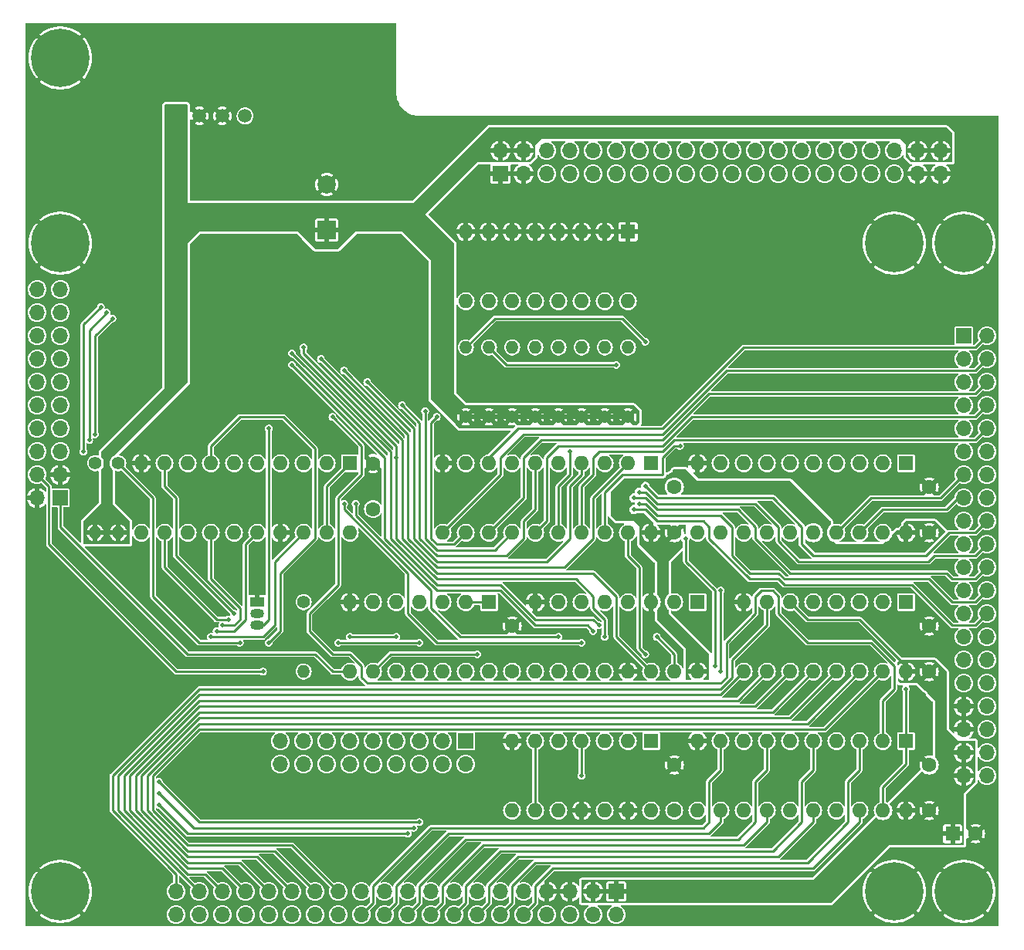
<source format=gbl>
G04 #@! TF.GenerationSoftware,KiCad,Pcbnew,8.0.4*
G04 #@! TF.CreationDate,2024-09-22T21:38:39-05:00*
G04 #@! TF.ProjectId,Exp8b,45787038-622e-46b6-9963-61645f706362,rev?*
G04 #@! TF.SameCoordinates,Original*
G04 #@! TF.FileFunction,Copper,L2,Bot*
G04 #@! TF.FilePolarity,Positive*
%FSLAX46Y46*%
G04 Gerber Fmt 4.6, Leading zero omitted, Abs format (unit mm)*
G04 Created by KiCad (PCBNEW 8.0.4) date 2024-09-22 21:38:39*
%MOMM*%
%LPD*%
G01*
G04 APERTURE LIST*
G04 #@! TA.AperFunction,ComponentPad*
%ADD10C,0.800000*%
G04 #@! TD*
G04 #@! TA.AperFunction,ComponentPad*
%ADD11C,6.400000*%
G04 #@! TD*
G04 #@! TA.AperFunction,ComponentPad*
%ADD12R,1.600000X1.600000*%
G04 #@! TD*
G04 #@! TA.AperFunction,ComponentPad*
%ADD13O,1.600000X1.600000*%
G04 #@! TD*
G04 #@! TA.AperFunction,ComponentPad*
%ADD14C,1.400000*%
G04 #@! TD*
G04 #@! TA.AperFunction,ComponentPad*
%ADD15O,1.400000X1.400000*%
G04 #@! TD*
G04 #@! TA.AperFunction,ComponentPad*
%ADD16R,1.700000X1.700000*%
G04 #@! TD*
G04 #@! TA.AperFunction,ComponentPad*
%ADD17O,1.700000X1.700000*%
G04 #@! TD*
G04 #@! TA.AperFunction,ComponentPad*
%ADD18C,1.600000*%
G04 #@! TD*
G04 #@! TA.AperFunction,ComponentPad*
%ADD19R,1.500000X1.050000*%
G04 #@! TD*
G04 #@! TA.AperFunction,ComponentPad*
%ADD20O,1.500000X1.050000*%
G04 #@! TD*
G04 #@! TA.AperFunction,ComponentPad*
%ADD21C,2.000000*%
G04 #@! TD*
G04 #@! TA.AperFunction,ComponentPad*
%ADD22R,2.000000X2.000000*%
G04 #@! TD*
G04 #@! TA.AperFunction,ComponentPad*
%ADD23R,1.508000X1.508000*%
G04 #@! TD*
G04 #@! TA.AperFunction,ComponentPad*
%ADD24C,1.508000*%
G04 #@! TD*
G04 #@! TA.AperFunction,ViaPad*
%ADD25C,0.500000*%
G04 #@! TD*
G04 #@! TA.AperFunction,Conductor*
%ADD26C,0.254000*%
G04 #@! TD*
G04 #@! TA.AperFunction,Conductor*
%ADD27C,0.508000*%
G04 #@! TD*
G04 APERTURE END LIST*
D10*
X52210000Y-44450000D03*
X52912944Y-42752944D03*
X52912944Y-46147056D03*
X54610000Y-42050000D03*
D11*
X54610000Y-44450000D03*
D10*
X54610000Y-46850000D03*
X56307056Y-42752944D03*
X56307056Y-46147056D03*
X57010000Y-44450000D03*
X143650000Y-135890000D03*
X144352944Y-134192944D03*
X144352944Y-137587056D03*
X146050000Y-133490000D03*
D11*
X146050000Y-135890000D03*
D10*
X146050000Y-138290000D03*
X147747056Y-134192944D03*
X147747056Y-137587056D03*
X148450000Y-135890000D03*
X143650000Y-64770000D03*
X144352944Y-63072944D03*
X144352944Y-66467056D03*
X146050000Y-62370000D03*
D11*
X146050000Y-64770000D03*
D10*
X146050000Y-67170000D03*
X147747056Y-63072944D03*
X147747056Y-66467056D03*
X148450000Y-64770000D03*
D12*
X147320000Y-88900000D03*
D13*
X144780000Y-88900000D03*
X142240001Y-88900000D03*
X139700000Y-88900000D03*
X137160000Y-88900000D03*
X134620000Y-88900000D03*
X132080000Y-88900000D03*
X129539999Y-88900000D03*
X127000000Y-88900000D03*
X124460000Y-88900000D03*
X124460000Y-96520000D03*
X127000000Y-96520000D03*
X129540000Y-96520000D03*
X132080000Y-96520000D03*
X134620000Y-96520000D03*
X137160000Y-96520000D03*
X139700000Y-96520000D03*
X142240000Y-96520000D03*
X144780000Y-96520000D03*
X147320000Y-96520000D03*
D14*
X116840000Y-83820001D03*
D15*
X116840000Y-76200001D03*
D14*
X114300000Y-83820001D03*
D15*
X114300000Y-76200001D03*
D12*
X147320000Y-104140000D03*
D13*
X144780000Y-104140000D03*
X142240001Y-104140000D03*
X139700000Y-104140000D03*
X137160000Y-104140000D03*
X134620000Y-104140000D03*
X132080000Y-104140000D03*
X129539999Y-104140000D03*
X129540000Y-111760000D03*
X132080000Y-111760000D03*
X134620000Y-111760000D03*
X137160000Y-111760000D03*
X139700000Y-111760000D03*
X142240000Y-111760000D03*
X144780000Y-111760000D03*
X147320000Y-111760000D03*
D16*
X115570000Y-135890000D03*
D17*
X115570000Y-138430000D03*
X113030000Y-135890000D03*
X113030000Y-138430000D03*
X110490001Y-135890000D03*
X110490000Y-138430000D03*
X107950000Y-135890000D03*
X107950000Y-138430000D03*
X105410000Y-135890000D03*
X105410000Y-138430000D03*
X102870000Y-135890000D03*
X102870000Y-138430000D03*
X100330000Y-135890000D03*
X100330000Y-138430000D03*
X97789999Y-135890000D03*
X97790000Y-138430000D03*
X95250000Y-135890000D03*
X95250000Y-138430000D03*
X92710000Y-135890000D03*
X92710000Y-138430000D03*
X90170000Y-135890000D03*
X90170000Y-138430000D03*
X87630001Y-135890000D03*
X87630000Y-138430000D03*
X85090000Y-135890000D03*
X85090000Y-138430000D03*
X82550000Y-135890000D03*
X82550000Y-138430000D03*
X80010000Y-135890000D03*
X80010000Y-138430000D03*
X77470001Y-135890000D03*
X77470000Y-138430000D03*
X74929999Y-135890000D03*
X74930000Y-138430000D03*
X72390000Y-135890000D03*
X72390000Y-138430000D03*
X69850000Y-135890000D03*
X69850000Y-138430000D03*
X67310000Y-135890000D03*
X67310000Y-138430000D03*
D14*
X60960000Y-88900000D03*
D15*
X60960000Y-96520000D03*
D10*
X52210000Y-135890000D03*
X52912944Y-134192944D03*
X52912944Y-137587056D03*
X54610000Y-133490000D03*
D11*
X54610000Y-135890000D03*
D10*
X54610000Y-138290000D03*
X56307056Y-134192944D03*
X56307056Y-137587056D03*
X57010000Y-135890000D03*
D14*
X58420000Y-88900000D03*
D15*
X58420000Y-96520000D03*
D12*
X147320000Y-119380000D03*
D13*
X144780000Y-119380000D03*
X142240001Y-119380000D03*
X139700000Y-119380000D03*
X137160000Y-119380000D03*
X134620000Y-119380000D03*
X132080000Y-119380000D03*
X129539999Y-119380000D03*
X127000000Y-119380000D03*
X124460000Y-119380000D03*
X124460000Y-127000000D03*
X127000000Y-127000000D03*
X129540000Y-127000000D03*
X132080000Y-127000000D03*
X134620000Y-127000000D03*
X137160000Y-127000000D03*
X139700000Y-127000000D03*
X142240000Y-127000000D03*
X144780000Y-127000000D03*
X147320000Y-127000000D03*
D14*
X106680000Y-83820001D03*
D15*
X106680000Y-76200001D03*
D12*
X86360000Y-88900000D03*
D13*
X83820000Y-88900000D03*
X81280001Y-88900000D03*
X78740000Y-88900000D03*
X76200000Y-88900000D03*
X73660000Y-88900000D03*
X71120000Y-88900000D03*
X68579999Y-88900000D03*
X66040000Y-88900000D03*
X63500000Y-88900000D03*
X63500000Y-96520000D03*
X66040000Y-96520000D03*
X68580000Y-96520000D03*
X71120000Y-96520000D03*
X73660000Y-96520000D03*
X76200000Y-96520000D03*
X78740000Y-96520000D03*
X81280000Y-96520000D03*
X83820000Y-96520000D03*
X86360000Y-96520000D03*
D18*
X149860000Y-96520000D03*
X149860000Y-91520000D03*
X149860000Y-111760000D03*
X149860000Y-106760000D03*
D16*
X153670000Y-74930000D03*
D17*
X156210000Y-74930000D03*
X153670000Y-77470000D03*
X156210000Y-77470000D03*
X153670000Y-80009999D03*
X156210000Y-80010000D03*
X153670000Y-82550000D03*
X156210000Y-82550000D03*
X153670000Y-85090000D03*
X156210000Y-85090000D03*
X153670000Y-87630000D03*
X156210000Y-87630000D03*
X153670000Y-90170000D03*
X156210000Y-90170000D03*
X153670000Y-92710001D03*
X156210000Y-92710000D03*
X153670000Y-95250000D03*
X156210000Y-95250000D03*
X153670000Y-97790000D03*
X156210000Y-97790000D03*
X153670000Y-100330000D03*
X156210000Y-100330000D03*
X153670000Y-102869999D03*
X156210000Y-102870000D03*
X153670000Y-105410000D03*
X156210000Y-105410000D03*
X153670000Y-107950000D03*
X156210000Y-107950000D03*
X153670000Y-110490000D03*
X156210000Y-110490000D03*
X153670000Y-113029999D03*
X156210000Y-113030000D03*
X153670000Y-115570001D03*
X156210000Y-115570000D03*
X153670000Y-118110000D03*
X156210000Y-118110000D03*
X153670000Y-120650000D03*
X156210000Y-120650000D03*
X153670000Y-123190000D03*
X156210000Y-123190000D03*
D18*
X121920000Y-127000000D03*
X121920000Y-122000000D03*
D16*
X54615000Y-92705000D03*
D17*
X52075000Y-92705000D03*
X54615000Y-90165000D03*
X52075000Y-90165000D03*
X54615000Y-87625000D03*
X52075000Y-87625000D03*
X54615000Y-85085000D03*
X52075000Y-85085000D03*
X54615000Y-82545000D03*
X52075000Y-82545000D03*
X54615000Y-80005000D03*
X52075000Y-80005000D03*
X54615000Y-77465000D03*
X52075000Y-77465000D03*
X54615000Y-74925000D03*
X52075000Y-74925000D03*
X54615000Y-72385000D03*
X52075000Y-72385000D03*
X54615000Y-69845000D03*
X52075000Y-69845000D03*
D18*
X149860000Y-127000000D03*
X149860000Y-122000000D03*
X104140000Y-111760000D03*
X104140000Y-106760000D03*
D12*
X116840001Y-63500000D03*
D13*
X114300001Y-63500000D03*
X111760002Y-63500000D03*
X109220001Y-63500000D03*
X106680001Y-63500000D03*
X104140001Y-63500000D03*
X101600001Y-63500000D03*
X99060000Y-63500000D03*
X99060001Y-71120000D03*
X101600001Y-71120000D03*
X104140001Y-71120000D03*
X106680001Y-71120000D03*
X109220001Y-71120000D03*
X111760001Y-71120000D03*
X114300001Y-71120000D03*
X116840001Y-71120000D03*
D19*
X76200000Y-104140000D03*
D20*
X76200000Y-105410001D03*
X76200000Y-106680000D03*
D10*
X151270000Y-135890000D03*
X151972944Y-134192944D03*
X151972944Y-137587056D03*
X153670000Y-133490000D03*
D11*
X153670000Y-135890000D03*
D10*
X153670000Y-138290000D03*
X155367056Y-134192944D03*
X155367056Y-137587056D03*
X156070000Y-135890000D03*
D21*
X83820000Y-58327678D03*
D22*
X83820000Y-63327678D03*
D12*
X124460000Y-104140000D03*
D13*
X121920000Y-104140000D03*
X119380001Y-104140000D03*
X116840000Y-104140000D03*
X114300000Y-104140000D03*
X111760000Y-104140000D03*
X109220000Y-104140000D03*
X106679999Y-104140000D03*
X106680000Y-111760000D03*
X109220000Y-111760000D03*
X111760000Y-111760000D03*
X114300000Y-111760000D03*
X116840000Y-111760000D03*
X119380000Y-111760000D03*
X121920000Y-111760000D03*
X124460000Y-111760000D03*
D14*
X111760000Y-83820000D03*
D15*
X111760000Y-76200000D03*
D16*
X102870000Y-57150000D03*
D17*
X102870000Y-54610000D03*
X105410000Y-57150000D03*
X105410000Y-54610000D03*
X107949999Y-57150000D03*
X107950000Y-54610000D03*
X110490000Y-57150000D03*
X110490000Y-54610000D03*
X113030000Y-57150000D03*
X113030000Y-54610000D03*
X115570000Y-57150000D03*
X115570000Y-54610000D03*
X118110000Y-57150000D03*
X118110000Y-54610000D03*
X120650001Y-57150000D03*
X120650000Y-54610000D03*
X123190000Y-57150000D03*
X123190000Y-54610000D03*
X125730000Y-57150000D03*
X125730000Y-54610000D03*
X128270000Y-57150000D03*
X128270000Y-54610000D03*
X130809999Y-57150000D03*
X130810000Y-54610000D03*
X133350000Y-57150000D03*
X133350000Y-54610000D03*
X135890000Y-57150000D03*
X135890000Y-54610000D03*
X138430000Y-57150000D03*
X138430000Y-54610000D03*
X140969999Y-57150000D03*
X140970000Y-54610000D03*
X143510001Y-57150000D03*
X143510000Y-54610000D03*
X146050000Y-57150000D03*
X146050000Y-54610000D03*
X148590000Y-57150000D03*
X148590000Y-54610000D03*
X151130000Y-57150000D03*
X151130000Y-54610000D03*
D12*
X152440000Y-129540000D03*
D18*
X154940000Y-129540000D03*
D12*
X119380000Y-119380000D03*
D13*
X116840000Y-119380000D03*
X114300001Y-119380000D03*
X111760000Y-119380000D03*
X109220000Y-119380000D03*
X106680000Y-119380000D03*
X104140000Y-119380000D03*
X104140000Y-127000000D03*
X106680000Y-127000000D03*
X109220000Y-127000000D03*
X111760000Y-127000000D03*
X114300000Y-127000000D03*
X116840000Y-127000000D03*
X119380000Y-127000000D03*
D12*
X119380000Y-88900000D03*
D13*
X116840000Y-88900000D03*
X114300001Y-88900000D03*
X111760000Y-88900000D03*
X109220000Y-88900000D03*
X106680000Y-88900000D03*
X104140000Y-88900000D03*
X101599999Y-88900000D03*
X99060000Y-88900000D03*
X96520000Y-88900000D03*
X96520000Y-96520000D03*
X99060000Y-96520000D03*
X101600000Y-96520000D03*
X104140000Y-96520000D03*
X106680000Y-96520000D03*
X109220000Y-96520000D03*
X111760000Y-96520000D03*
X114300000Y-96520000D03*
X116840000Y-96520000D03*
X119380000Y-96520000D03*
D16*
X99060000Y-119380000D03*
D17*
X99060000Y-121920000D03*
X96520000Y-119380000D03*
X96520000Y-121920000D03*
X93980001Y-119380000D03*
X93980000Y-121920000D03*
X91440000Y-119380000D03*
X91440000Y-121920000D03*
X88900000Y-119380000D03*
X88900000Y-121920000D03*
X86360000Y-119380000D03*
X86360000Y-121920000D03*
X83820000Y-119380000D03*
X83820000Y-121920000D03*
X81279999Y-119380000D03*
X81280000Y-121920000D03*
X78740000Y-119380000D03*
X78740000Y-121920000D03*
D14*
X81280000Y-104140000D03*
D15*
X81280000Y-111760000D03*
D10*
X52210000Y-64770000D03*
X52912944Y-63072944D03*
X52912944Y-66467056D03*
X54610000Y-62370000D03*
D11*
X54610000Y-64770000D03*
D10*
X54610000Y-67170000D03*
X56307056Y-63072944D03*
X56307056Y-66467056D03*
X57010000Y-64770000D03*
D18*
X88900000Y-93940000D03*
X88900000Y-88940000D03*
D23*
X67370000Y-50800000D03*
D24*
X69870000Y-50800000D03*
X72370000Y-50800000D03*
X74870000Y-50800000D03*
D14*
X104140000Y-83820001D03*
D15*
X104140000Y-76200001D03*
D14*
X109220000Y-83820001D03*
D15*
X109220000Y-76200001D03*
D12*
X101600000Y-104140000D03*
D13*
X99060000Y-104140000D03*
X96520001Y-104140000D03*
X93980000Y-104140000D03*
X91440000Y-104140000D03*
X88900000Y-104140000D03*
X86360000Y-104140000D03*
X86360000Y-111760000D03*
X88900000Y-111760000D03*
X91440000Y-111760000D03*
X93980000Y-111760000D03*
X96520000Y-111760000D03*
X99060000Y-111760000D03*
X101600000Y-111760000D03*
D14*
X99060000Y-83820000D03*
D15*
X99060000Y-76200000D03*
D14*
X101600000Y-83820001D03*
D15*
X101600000Y-76200001D03*
D10*
X151270000Y-64770000D03*
X151972944Y-63072944D03*
X151972944Y-66467056D03*
X153670000Y-62370000D03*
D11*
X153670000Y-64770000D03*
D10*
X153670000Y-67170000D03*
X155367056Y-63072944D03*
X155367056Y-66467056D03*
X156070000Y-64770000D03*
D18*
X121920000Y-96520000D03*
X121920000Y-91520000D03*
D25*
X118745000Y-109855000D03*
X127000000Y-102870000D03*
X127000000Y-111760000D03*
X77470000Y-85090000D03*
X115570000Y-95885000D03*
X109855000Y-123190000D03*
X139065000Y-90805000D03*
X105410000Y-74295000D03*
X90170000Y-132080000D03*
X122555000Y-133985000D03*
X91440000Y-130810000D03*
X142240000Y-102870000D03*
X57785000Y-71755000D03*
X140335000Y-59055000D03*
X75565000Y-113030000D03*
X131445000Y-90170000D03*
X61595000Y-104775000D03*
X129540000Y-85090000D03*
X71755000Y-127000000D03*
X73025000Y-91440000D03*
X137160000Y-85090000D03*
X101600000Y-106045000D03*
X99695000Y-106045000D03*
X79375000Y-109220000D03*
X117475000Y-108585000D03*
X70485000Y-57150000D03*
X88265000Y-132715000D03*
X88900000Y-79375000D03*
X142875000Y-109855000D03*
X56515000Y-83185000D03*
X146050000Y-90805000D03*
X67310000Y-90170000D03*
X137160000Y-59055000D03*
X119380000Y-84455000D03*
X92710000Y-127000000D03*
X85725000Y-90805000D03*
X67945000Y-94615000D03*
X60325000Y-106045000D03*
X77470000Y-83185000D03*
X100330000Y-73025000D03*
X127635000Y-86995000D03*
X143510000Y-114935000D03*
X97790000Y-106045000D03*
X142875000Y-94615000D03*
X118110000Y-137795000D03*
X97790000Y-90805000D03*
X64770000Y-91440000D03*
X92075000Y-106045000D03*
X142875000Y-59055000D03*
X55245000Y-95250000D03*
X108585000Y-90805000D03*
X65405000Y-84455000D03*
X96774000Y-133604000D03*
X145415000Y-107315000D03*
X85090000Y-53340000D03*
X79375000Y-110490000D03*
X123825000Y-85090000D03*
X125730000Y-104140000D03*
X106045000Y-90805000D03*
X140335000Y-100330000D03*
X137795000Y-121285000D03*
X146050000Y-84455000D03*
X85090000Y-118745000D03*
X87630000Y-118745000D03*
X113030000Y-74295000D03*
X113030000Y-81280000D03*
X56515000Y-78740000D03*
X126365000Y-82550000D03*
X82550000Y-123190000D03*
X135890000Y-99060000D03*
X64135000Y-85725000D03*
X128905000Y-95250000D03*
X131445000Y-77470000D03*
X133985000Y-95250000D03*
X143510000Y-123190000D03*
X101600000Y-85725000D03*
X130810000Y-98425000D03*
X79375000Y-113030000D03*
X76835000Y-84455000D03*
X99060000Y-85725000D03*
X73025000Y-92710000D03*
X130175000Y-90170000D03*
X76835000Y-86995000D03*
X95504000Y-132334000D03*
X94234000Y-133604000D03*
X95250000Y-106045000D03*
X80010000Y-120650000D03*
X105410000Y-132842000D03*
X149860000Y-94615000D03*
X102870000Y-74295000D03*
X96520000Y-107950000D03*
X72390000Y-130175000D03*
X66675000Y-83185000D03*
X137160000Y-77470000D03*
X84455000Y-133985000D03*
X113665000Y-90805000D03*
X127635000Y-107315000D03*
X86360000Y-133350000D03*
X133350000Y-98425000D03*
X136525000Y-130810000D03*
X104775000Y-123190000D03*
X110490000Y-74295000D03*
X146050000Y-75565000D03*
X104140000Y-90805000D03*
X75565000Y-108585000D03*
X139700000Y-137795000D03*
X65405000Y-100965000D03*
X147320000Y-100330000D03*
X134620000Y-80010000D03*
X133985000Y-74930000D03*
X116840000Y-123190000D03*
X101600000Y-125730000D03*
X106045000Y-86360000D03*
X146050000Y-86995000D03*
X133350000Y-109855000D03*
X95250000Y-118745000D03*
X146050000Y-80645000D03*
X92964000Y-132334000D03*
X70485000Y-53340000D03*
X107315000Y-128270000D03*
X60960000Y-84455000D03*
X136525000Y-90805000D03*
X82550000Y-84455000D03*
X116840000Y-106045000D03*
X85725000Y-127635000D03*
X109220000Y-121285000D03*
X94234000Y-131064000D03*
X134620000Y-85090000D03*
X70485000Y-100965000D03*
X144780000Y-95250000D03*
X107950000Y-81915000D03*
X95250000Y-57150000D03*
X110490000Y-105410000D03*
X146050000Y-81915000D03*
X127635000Y-90170000D03*
X67945000Y-100965000D03*
X107315000Y-87630000D03*
X149860000Y-93345000D03*
X78105000Y-86995000D03*
X135255000Y-90170000D03*
X74930000Y-130175000D03*
X119380000Y-123190000D03*
X138430000Y-103505000D03*
X90170000Y-118745000D03*
X56515000Y-81280000D03*
X59690000Y-85725000D03*
X98425000Y-109220000D03*
X94615000Y-76200000D03*
X115570000Y-74295000D03*
X149225000Y-114300000D03*
X131445000Y-95250000D03*
X127635000Y-104140000D03*
X124460000Y-107315000D03*
X80010000Y-105410000D03*
X98425000Y-59055000D03*
X96520000Y-85090000D03*
X146050000Y-85725000D03*
X93345000Y-107315000D03*
X64135000Y-79375000D03*
X91440000Y-81280000D03*
X101854000Y-133604000D03*
X147955000Y-93345000D03*
X75565000Y-120015000D03*
X152400000Y-97155000D03*
X104394000Y-133858000D03*
X63500000Y-102870000D03*
X73025000Y-86360000D03*
X145415000Y-93345000D03*
X77470000Y-130175000D03*
X128905000Y-90170000D03*
X140335000Y-107315000D03*
X86995000Y-109220000D03*
X146050000Y-78105000D03*
X132080000Y-82550000D03*
X137160000Y-100330000D03*
X149860000Y-116205000D03*
X132715000Y-86995000D03*
X137795000Y-90805000D03*
X107950000Y-107315000D03*
X83820000Y-113030000D03*
X107950000Y-74295000D03*
X100330000Y-127635000D03*
X139700000Y-94615000D03*
X62230000Y-83185000D03*
X107315000Y-90805000D03*
X101600000Y-123190000D03*
X101600000Y-109220000D03*
X132080000Y-99695000D03*
X137160000Y-61595000D03*
X112395000Y-93980000D03*
X134620000Y-97790000D03*
X144780000Y-100330000D03*
X151765000Y-102235000D03*
X54610000Y-97155000D03*
X147320000Y-107315000D03*
X132715000Y-121920000D03*
X126365000Y-90170000D03*
X88900000Y-109855000D03*
X116205000Y-102870000D03*
X92075000Y-71120000D03*
X140970000Y-90805000D03*
X71120000Y-95250000D03*
X82550000Y-83185000D03*
X109855000Y-93980000D03*
X87630000Y-127000000D03*
X134620000Y-123190000D03*
X95504000Y-129794000D03*
X56515000Y-84455000D03*
X133350000Y-128905000D03*
X91694000Y-133604000D03*
X135255000Y-86995000D03*
X147320000Y-94615000D03*
X146050000Y-76835000D03*
X101600000Y-93980000D03*
X102870000Y-81915000D03*
X66675000Y-94615000D03*
X123190000Y-88265000D03*
X96774000Y-131064000D03*
X132080000Y-85090000D03*
X121285000Y-89535000D03*
X80010000Y-91440000D03*
X113665000Y-93980000D03*
X133350000Y-107315000D03*
X146050000Y-83185000D03*
X106680000Y-134112000D03*
X111125000Y-93980000D03*
X69850000Y-130175000D03*
X105410000Y-81915000D03*
X124460000Y-123190000D03*
X113030000Y-108585000D03*
X129540000Y-123190000D03*
X143510000Y-120650000D03*
X147320000Y-123190000D03*
X139700000Y-123190000D03*
X130175000Y-107315000D03*
X67310000Y-91440000D03*
X149860000Y-120650000D03*
X57785000Y-90170000D03*
X109855000Y-109220000D03*
X151130000Y-104140000D03*
X92075000Y-67310000D03*
X137795000Y-86995000D03*
X143510000Y-90805000D03*
X62865000Y-114935000D03*
X133985000Y-90170000D03*
X63500000Y-133350000D03*
X98044000Y-132334000D03*
X70485000Y-75565000D03*
X103124000Y-132588000D03*
X149860000Y-100330000D03*
X146050000Y-74295000D03*
X63500000Y-92710000D03*
X92710000Y-118745000D03*
X81915000Y-81280000D03*
X128905000Y-80010000D03*
X146050000Y-79375000D03*
X113030000Y-120650000D03*
X83185000Y-91440000D03*
X118745000Y-108585000D03*
X60325000Y-74295000D03*
X68580000Y-81280000D03*
X99314000Y-133604000D03*
X132715000Y-90170000D03*
X73660000Y-126365000D03*
X127635000Y-121285000D03*
X128270000Y-128905000D03*
X64135000Y-75565000D03*
X80010000Y-92710000D03*
X100584000Y-132334000D03*
X100330000Y-81280000D03*
X64135000Y-81280000D03*
X98425000Y-73025000D03*
X99314000Y-131064000D03*
X130175000Y-86995000D03*
X70485000Y-79375000D03*
X111760000Y-123190000D03*
X122555000Y-86995000D03*
X118745000Y-75565000D03*
X110490000Y-87630000D03*
X115570000Y-78105000D03*
X94615000Y-83185000D03*
X95885000Y-83820000D03*
X80010000Y-78105000D03*
X113030000Y-107315000D03*
X88265000Y-80010000D03*
X85725000Y-78740000D03*
X123190000Y-97155000D03*
X126365000Y-111125000D03*
X92075000Y-82550000D03*
X91440000Y-88265000D03*
X81280000Y-76200000D03*
X120015000Y-107950000D03*
X114300000Y-107950000D03*
X147320000Y-113665000D03*
X74295000Y-108585000D03*
X83185000Y-77470000D03*
X77470000Y-108585000D03*
X100330000Y-109855000D03*
X84455000Y-83820000D03*
X118110000Y-92075000D03*
X118110000Y-93345000D03*
X117475000Y-92710000D03*
X117475000Y-93980000D03*
X118745000Y-91440000D03*
X113665000Y-106680000D03*
X80010000Y-76835000D03*
X76835000Y-111760000D03*
X85090000Y-108585000D03*
X93980000Y-108585000D03*
X91440000Y-107950000D03*
X86360000Y-107950000D03*
X73025000Y-106045000D03*
X72390000Y-106680000D03*
X73660000Y-105410000D03*
X71755000Y-107315000D03*
X71120000Y-107950000D03*
X86995000Y-93345000D03*
X109220000Y-107950000D03*
X85725000Y-93345000D03*
X111760000Y-108585000D03*
X92710000Y-129540000D03*
X65405000Y-126365000D03*
X60325000Y-73025000D03*
X58420000Y-85725000D03*
X65405000Y-123825000D03*
X93980000Y-128270000D03*
X57150000Y-87630000D03*
X59055000Y-71755000D03*
X57785000Y-86360000D03*
X65405000Y-125095000D03*
X59690000Y-72390000D03*
X93345000Y-128905000D03*
D26*
X99060000Y-104140000D02*
X101600000Y-104140000D01*
X118110000Y-100330000D02*
X118110000Y-104140000D01*
X118110000Y-104140000D02*
X118110000Y-109220000D01*
X118110000Y-109220000D02*
X118745000Y-109855000D01*
X127000000Y-102870000D02*
X127000000Y-111760000D01*
X116840000Y-96520000D02*
X116840000Y-99060000D01*
X116840000Y-99060000D02*
X118110000Y-100330000D01*
X77470000Y-106045000D02*
X76835000Y-106680000D01*
X76835000Y-106680000D02*
X76200000Y-106680000D01*
X77470000Y-85090000D02*
X77470000Y-106045000D01*
D27*
X99060000Y-63500000D02*
X116840001Y-63500000D01*
D26*
X111760000Y-123190000D02*
X111760000Y-119380000D01*
X142240000Y-106045000D02*
X147320000Y-111125000D01*
D27*
X99060000Y-83820000D02*
X116839999Y-83820000D01*
D26*
X134620000Y-104140000D02*
X136525000Y-106045000D01*
X147320000Y-111125000D02*
X147320000Y-111760000D01*
D27*
X116839999Y-83820000D02*
X116840000Y-83820001D01*
D26*
X136525000Y-106045000D02*
X142240000Y-106045000D01*
X120650000Y-90170000D02*
X116205000Y-90170000D01*
X116205000Y-73025000D02*
X102235000Y-73025000D01*
X114300000Y-92075000D02*
X114300000Y-96520000D01*
X122555000Y-86995000D02*
X121920000Y-86995000D01*
X120650000Y-88265000D02*
X120650000Y-90170000D01*
X116205000Y-90170000D02*
X114300000Y-92075000D01*
X121920000Y-86995000D02*
X120650000Y-88265000D01*
X102235000Y-73025000D02*
X99060000Y-76200000D01*
X118745000Y-75565000D02*
X116205000Y-73025000D01*
X103504999Y-78105000D02*
X101600000Y-76200001D01*
X109220000Y-91440000D02*
X109220000Y-96520000D01*
X115570000Y-78105000D02*
X103504999Y-78105000D01*
X110490000Y-90170000D02*
X109220000Y-91440000D01*
X110490000Y-87630000D02*
X110490000Y-90170000D01*
X102235000Y-98425000D02*
X104140000Y-96520000D01*
X104139999Y-76200001D02*
X104140000Y-76200001D01*
X95885000Y-98425000D02*
X102235000Y-98425000D01*
X94615000Y-97155000D02*
X95885000Y-98425000D01*
X94615000Y-83185000D02*
X94615000Y-97155000D01*
X95250000Y-84455000D02*
X95250000Y-97155000D01*
X97790000Y-97790000D02*
X99060000Y-96520000D01*
X95885000Y-83820000D02*
X95250000Y-84455000D01*
X95250000Y-97155000D02*
X95885000Y-97790000D01*
X95885000Y-97790000D02*
X97790000Y-97790000D01*
X106680000Y-106680000D02*
X112395000Y-106680000D01*
X80010000Y-78105000D02*
X90170000Y-88265000D01*
X102870000Y-102870000D02*
X106680000Y-106680000D01*
X95885000Y-102870000D02*
X102870000Y-102870000D01*
X112395000Y-106680000D02*
X113030000Y-107315000D01*
X90170000Y-97155000D02*
X95885000Y-102870000D01*
X90170000Y-88265000D02*
X90170000Y-97155000D01*
X80010000Y-130810000D02*
X85090000Y-135890000D01*
X69850000Y-118110000D02*
X64770000Y-123190000D01*
X64770000Y-123190000D02*
X64770000Y-127000000D01*
X64770000Y-127000000D02*
X68580000Y-130810000D01*
X138430000Y-118110000D02*
X69850000Y-118110000D01*
X144780000Y-111760000D02*
X138430000Y-118110000D01*
X68580000Y-130810000D02*
X80010000Y-130810000D01*
X72390000Y-133350000D02*
X74930000Y-135890000D01*
X68580000Y-133350000D02*
X72390000Y-133350000D01*
X62230000Y-123190000D02*
X62230000Y-127000000D01*
X130810000Y-115570000D02*
X69850000Y-115570000D01*
X134620000Y-111760000D02*
X130810000Y-115570000D01*
X62230000Y-127000000D02*
X68580000Y-133350000D01*
X69850000Y-115570000D02*
X62230000Y-123190000D01*
X76200000Y-132080000D02*
X80010000Y-135890000D01*
X69850000Y-116840000D02*
X63500000Y-123190000D01*
X134620000Y-116840000D02*
X69850000Y-116840000D01*
X139700000Y-111760000D02*
X134620000Y-116840000D01*
X63500000Y-127000000D02*
X68580000Y-132080000D01*
X68580000Y-132080000D02*
X76200000Y-132080000D01*
X63500000Y-123190000D02*
X63500000Y-127000000D01*
X64135000Y-127000000D02*
X64135000Y-123190000D01*
X69850000Y-117475000D02*
X136525000Y-117475000D01*
X82550000Y-135890000D02*
X78105000Y-131445000D01*
X68580000Y-131445000D02*
X64135000Y-127000000D01*
X64135000Y-123190000D02*
X69850000Y-117475000D01*
X78105000Y-131445000D02*
X68580000Y-131445000D01*
X136525000Y-117475000D02*
X142240000Y-111760000D01*
X61595000Y-123190000D02*
X69850000Y-114935000D01*
X128905000Y-114935000D02*
X132080000Y-111760000D01*
X70485000Y-133985000D02*
X68580000Y-133985000D01*
X69850000Y-114935000D02*
X128905000Y-114935000D01*
X68580000Y-133985000D02*
X61595000Y-127000000D01*
X72390000Y-135890000D02*
X70485000Y-133985000D01*
X61595000Y-127000000D02*
X61595000Y-123190000D01*
X77470000Y-135890000D02*
X74295000Y-132715000D01*
X62865000Y-127000000D02*
X62865000Y-123190000D01*
X132715000Y-116205000D02*
X137160000Y-111760000D01*
X74295000Y-132715000D02*
X68580000Y-132715000D01*
X68580000Y-132715000D02*
X62865000Y-127000000D01*
X69850000Y-116205000D02*
X132715000Y-116205000D01*
X62865000Y-123190000D02*
X69850000Y-116205000D01*
X60325000Y-123190000D02*
X69850000Y-113665000D01*
X67310000Y-133985000D02*
X60325000Y-127000000D01*
X69850000Y-113665000D02*
X127000000Y-113665000D01*
X128270000Y-112395000D02*
X128270000Y-110490000D01*
X127000000Y-113665000D02*
X128270000Y-112395000D01*
X67310000Y-135890000D02*
X67310000Y-133985000D01*
X132080000Y-106680000D02*
X132080000Y-104140000D01*
X60325000Y-127000000D02*
X60325000Y-123190000D01*
X128270000Y-110490000D02*
X132080000Y-106680000D01*
X129540000Y-111760000D02*
X127000000Y-114300000D01*
X69850000Y-114300000D02*
X60960000Y-123190000D01*
X60960000Y-127000000D02*
X69850000Y-135890000D01*
X127000000Y-114300000D02*
X69850000Y-114300000D01*
X60960000Y-123190000D02*
X60960000Y-127000000D01*
X110490000Y-91440000D02*
X111760000Y-90170000D01*
X107950000Y-99695000D02*
X110490000Y-97155000D01*
X93345000Y-97155000D02*
X95885000Y-99695000D01*
X95885000Y-99695000D02*
X107950000Y-99695000D01*
X110490000Y-97155000D02*
X110490000Y-91440000D01*
X88265000Y-80010000D02*
X93345000Y-85090000D01*
X93345000Y-85090000D02*
X93345000Y-97155000D01*
X111760000Y-90170000D02*
X111760000Y-88900000D01*
X113030000Y-90170000D02*
X111760000Y-91440000D01*
X154940001Y-86360000D02*
X121920000Y-86360000D01*
X111760000Y-91440000D02*
X111760000Y-96520000D01*
X156210000Y-85090001D02*
X154940001Y-86360000D01*
X121920000Y-86360000D02*
X120650000Y-87630000D01*
X113030000Y-88265000D02*
X113030000Y-90170000D01*
X120650000Y-87630000D02*
X113665000Y-87630000D01*
X113665000Y-87630000D02*
X113030000Y-88265000D01*
X113030000Y-92710000D02*
X116840000Y-88900000D01*
X109855000Y-100330000D02*
X113030000Y-97155000D01*
X95885000Y-100330000D02*
X109855000Y-100330000D01*
X113030000Y-97155000D02*
X113030000Y-92710000D01*
X85725000Y-78740000D02*
X92710000Y-85725000D01*
X92710000Y-85725000D02*
X92710000Y-97155000D01*
X92710000Y-97155000D02*
X95885000Y-100330000D01*
X120650000Y-86360000D02*
X107315000Y-86360000D01*
X105410000Y-88265000D02*
X105410000Y-92710000D01*
X105410000Y-92710000D02*
X101600000Y-96520000D01*
X156210000Y-80010000D02*
X154940000Y-81280000D01*
X125730000Y-81280000D02*
X120650000Y-86360000D01*
X107315000Y-86360000D02*
X105410000Y-88265000D01*
X154940000Y-81280000D02*
X125730000Y-81280000D01*
X126365000Y-102870000D02*
X126365000Y-111125000D01*
X123190000Y-97155000D02*
X123190000Y-99695000D01*
X123190000Y-99695000D02*
X126365000Y-102870000D01*
X156210000Y-74930000D02*
X154940000Y-76200000D01*
X101599999Y-88265001D02*
X101599999Y-88900000D01*
X129540000Y-76200000D02*
X120650000Y-85090000D01*
X120650000Y-85090000D02*
X104775000Y-85090000D01*
X154940000Y-76200000D02*
X129540000Y-76200000D01*
X104775000Y-85090000D02*
X101599999Y-88265001D01*
X156210000Y-77470000D02*
X154940000Y-78740000D01*
X120650000Y-85725000D02*
X105410000Y-85725000D01*
X154940000Y-78740000D02*
X127635000Y-78740000D01*
X105410000Y-85725000D02*
X102870000Y-88265000D01*
X102870000Y-88265000D02*
X102870000Y-90170000D01*
X127635000Y-78740000D02*
X120650000Y-85725000D01*
X102870000Y-90170000D02*
X96520000Y-96520000D01*
X109220000Y-86995000D02*
X107950000Y-88265000D01*
X107950000Y-88265000D02*
X107950000Y-95250000D01*
X123825000Y-83820000D02*
X120650000Y-86995000D01*
X156210000Y-82549999D02*
X154939999Y-83820000D01*
X154939999Y-83820000D02*
X123825000Y-83820000D01*
X120650000Y-86995000D02*
X109220000Y-86995000D01*
X107950000Y-95250000D02*
X106680000Y-96520000D01*
X106680000Y-93980000D02*
X106680000Y-88900000D01*
X105410000Y-97155000D02*
X105410000Y-95250000D01*
X93980000Y-84455000D02*
X93980000Y-97155000D01*
X92075000Y-82550000D02*
X93980000Y-84455000D01*
X103505000Y-99060000D02*
X105410000Y-97155000D01*
X93980000Y-97155000D02*
X95885000Y-99060000D01*
X95885000Y-99060000D02*
X103505000Y-99060000D01*
X105410000Y-95250000D02*
X106680000Y-93980000D01*
X91440000Y-86995000D02*
X91440000Y-88265000D01*
X113030000Y-103505000D02*
X113030000Y-104775000D01*
X95885000Y-101600000D02*
X111125000Y-101600000D01*
X114300000Y-106045000D02*
X114300000Y-107950000D01*
X144780000Y-124460000D02*
X147320000Y-121920000D01*
X120015000Y-107950000D02*
X121920000Y-109855000D01*
X121920000Y-109855000D02*
X121920000Y-111760000D01*
X81280000Y-76200000D02*
X81280000Y-76835000D01*
X147320000Y-121920000D02*
X147320000Y-119380000D01*
X144780000Y-127000000D02*
X144780000Y-124460000D01*
X83820000Y-91440000D02*
X86360000Y-88900000D01*
X147320000Y-113665000D02*
X147320000Y-119380000D01*
X91440000Y-97155000D02*
X95885000Y-101600000D01*
X113030000Y-104775000D02*
X114300000Y-106045000D01*
X111125000Y-101600000D02*
X113030000Y-103505000D01*
X81280000Y-76835000D02*
X91440000Y-86995000D01*
X83820000Y-96520000D02*
X83820000Y-91440000D01*
X91440000Y-88265000D02*
X91440000Y-97155000D01*
X64770000Y-103505000D02*
X64770000Y-92710000D01*
X69850000Y-108585000D02*
X64770000Y-103505000D01*
X74295000Y-108585000D02*
X69850000Y-108585000D01*
X64770000Y-92710000D02*
X60960000Y-88900000D01*
X92075000Y-97155000D02*
X95885000Y-100965000D01*
X113030000Y-100965000D02*
X115570000Y-103505000D01*
X83185000Y-77470000D02*
X92075000Y-86360000D01*
X115570000Y-103505000D02*
X115570000Y-107950000D01*
X92075000Y-86360000D02*
X92075000Y-97155000D01*
X115570000Y-107950000D02*
X119380000Y-111760000D01*
X95885000Y-100965000D02*
X113030000Y-100965000D01*
X78740000Y-107315000D02*
X78740000Y-100965000D01*
X71120000Y-86995000D02*
X71120000Y-88900000D01*
X77470000Y-108585000D02*
X78740000Y-107315000D01*
X82550000Y-87312500D02*
X79057500Y-83820000D01*
X74295000Y-83820000D02*
X71120000Y-86995000D01*
X82550000Y-97155000D02*
X82550000Y-87312500D01*
X78740000Y-100965000D02*
X82550000Y-97155000D01*
X79057500Y-83820000D02*
X74295000Y-83820000D01*
X84455000Y-111760000D02*
X82550000Y-109855000D01*
X86360000Y-111760000D02*
X84455000Y-111760000D01*
X54615000Y-95890000D02*
X54615000Y-92705000D01*
X82550000Y-109855000D02*
X68580000Y-109855000D01*
X68580000Y-109855000D02*
X54615000Y-95890000D01*
X90805000Y-109855000D02*
X88900000Y-111760000D01*
X100330000Y-109855000D02*
X90805000Y-109855000D01*
X100330000Y-138430000D02*
X101600000Y-137160000D01*
X101600000Y-137160000D02*
X101600000Y-135255000D01*
X137160000Y-128270000D02*
X137160000Y-127000000D01*
X133350000Y-132080000D02*
X137160000Y-128270000D01*
X104775000Y-132080000D02*
X133350000Y-132080000D01*
X101600000Y-135255000D02*
X104775000Y-132080000D01*
X106680000Y-132715000D02*
X136525000Y-132715000D01*
X140970000Y-123825000D02*
X142240000Y-122555000D01*
X102870000Y-138430000D02*
X104140000Y-137160000D01*
X104140000Y-135255000D02*
X106680000Y-132715000D01*
X142240000Y-119380001D02*
X142240001Y-119380000D01*
X140970000Y-128270000D02*
X140970000Y-123825000D01*
X104140000Y-137160000D02*
X104140000Y-135255000D01*
X142240000Y-122555000D02*
X142240000Y-119380001D01*
X136525000Y-132715000D02*
X140970000Y-128270000D01*
X105410000Y-138430000D02*
X106680000Y-137160000D01*
X137160000Y-133350000D02*
X142240000Y-128270000D01*
X105409999Y-138430000D02*
X105410000Y-138430000D01*
X142240000Y-128270000D02*
X142240000Y-127000000D01*
X108585000Y-133350000D02*
X137160000Y-133350000D01*
X106680000Y-135255000D02*
X108585000Y-133350000D01*
X106680000Y-137160000D02*
X106680000Y-135255000D01*
X87630000Y-138430000D02*
X88900000Y-137160000D01*
X88900000Y-135255000D02*
X95250000Y-128905000D01*
X125730000Y-123825000D02*
X127000000Y-122555000D01*
X88900000Y-137160000D02*
X88900000Y-135255000D01*
X125730000Y-128270000D02*
X125730000Y-123825000D01*
X95250000Y-128905000D02*
X125095000Y-128905000D01*
X127000000Y-122555000D02*
X127000000Y-119380000D01*
X125095000Y-128905000D02*
X125730000Y-128270000D01*
X96520000Y-137160000D02*
X96520000Y-135255000D01*
X95250000Y-138430000D02*
X96520000Y-137160000D01*
X132080000Y-128270000D02*
X132080000Y-127000000D01*
X100965000Y-130810000D02*
X129540000Y-130810000D01*
X129540000Y-130810000D02*
X132080000Y-128270000D01*
X95249999Y-138430000D02*
X95250000Y-138430000D01*
X96520000Y-135255000D02*
X100965000Y-130810000D01*
X99060000Y-130175000D02*
X128905000Y-130175000D01*
X93980000Y-137160000D02*
X93980000Y-135255000D01*
X130810000Y-128270000D02*
X130810000Y-123825000D01*
X132080000Y-122555000D02*
X132080000Y-119380000D01*
X130810000Y-123825000D02*
X132080000Y-122555000D01*
X92710000Y-138430000D02*
X93980000Y-137160000D01*
X128905000Y-130175000D02*
X130810000Y-128270000D01*
X93980000Y-135255000D02*
X99060000Y-130175000D01*
X85090000Y-102235000D02*
X81915000Y-105410000D01*
X132715000Y-102870000D02*
X133350000Y-103505000D01*
X87630000Y-112395000D02*
X88265000Y-113030000D01*
X127635000Y-112395000D02*
X127635000Y-108585000D01*
X127000000Y-113030000D02*
X127635000Y-112395000D01*
X130810000Y-103505000D02*
X131445000Y-102870000D01*
X81915000Y-107315000D02*
X84455000Y-109855000D01*
X86360000Y-109855000D02*
X87630000Y-111125000D01*
X87630000Y-86995000D02*
X87630000Y-90170000D01*
X84455000Y-109855000D02*
X86360000Y-109855000D01*
X87630000Y-90170000D02*
X85090000Y-92710000D01*
X146050000Y-113665000D02*
X144780000Y-114935000D01*
X143510000Y-108585000D02*
X146050000Y-111125000D01*
X130810000Y-105410000D02*
X130810000Y-103505000D01*
X136525000Y-108585000D02*
X143510000Y-108585000D01*
X85090000Y-92710000D02*
X85090000Y-102235000D01*
X133350000Y-103505000D02*
X133350000Y-105410000D01*
X87630000Y-111125000D02*
X87630000Y-112395000D01*
X81915000Y-105410000D02*
X81915000Y-107315000D01*
X131445000Y-102870000D02*
X132715000Y-102870000D01*
X88265000Y-113030000D02*
X127000000Y-113030000D01*
X133350000Y-105410000D02*
X136525000Y-108585000D01*
X127635000Y-108585000D02*
X130810000Y-105410000D01*
X144780000Y-114935000D02*
X144780000Y-119380000D01*
X146050000Y-111125000D02*
X146050000Y-113665000D01*
X84455000Y-83820000D02*
X87630000Y-86995000D01*
X91440000Y-135255000D02*
X97155000Y-129540000D01*
X127000000Y-128270000D02*
X127000000Y-127000000D01*
X125730000Y-129540000D02*
X127000000Y-128270000D01*
X91440000Y-137160000D02*
X91440000Y-135255000D01*
X97155000Y-129540000D02*
X125730000Y-129540000D01*
X90170000Y-138430000D02*
X91440000Y-137160000D01*
X99060000Y-135255000D02*
X102870000Y-131445000D01*
X97790000Y-138430000D02*
X99060000Y-137160000D01*
X99060000Y-137160000D02*
X99060000Y-135255000D01*
X135890000Y-123825000D02*
X137160000Y-122555000D01*
X135890000Y-128270000D02*
X135890000Y-123825000D01*
X132715000Y-131445000D02*
X135890000Y-128270000D01*
X137160000Y-122555000D02*
X137160000Y-119380000D01*
X102870000Y-131445000D02*
X132715000Y-131445000D01*
X120015000Y-93345000D02*
X130810000Y-93345000D01*
X118745000Y-92075000D02*
X120015000Y-93345000D01*
X118110000Y-92075000D02*
X118745000Y-92075000D01*
X130810000Y-93345000D02*
X133350000Y-95885000D01*
X149779800Y-99695000D02*
X150414800Y-99060000D01*
X154940000Y-99060000D02*
X156210000Y-97790000D01*
X135572500Y-99695000D02*
X149779800Y-99695000D01*
X133350000Y-95885000D02*
X133350000Y-97472500D01*
X133350000Y-97472500D02*
X135572500Y-99695000D01*
X150414800Y-99060000D02*
X154940000Y-99060000D01*
X152400000Y-104140000D02*
X154940000Y-104140000D01*
X128270000Y-95885000D02*
X128270000Y-99060000D01*
X128270000Y-99060000D02*
X130175000Y-100965000D01*
X149860000Y-101600000D02*
X152400000Y-104140000D01*
X130175000Y-100965000D02*
X133350000Y-100965000D01*
X133350000Y-100965000D02*
X133985000Y-101600000D01*
X120015000Y-94615000D02*
X127000000Y-94615000D01*
X127000000Y-94615000D02*
X128270000Y-95885000D01*
X118745000Y-93345000D02*
X120015000Y-94615000D01*
X154940000Y-104140000D02*
X156210000Y-102870000D01*
X118110000Y-93345000D02*
X118745000Y-93345000D01*
X133985000Y-101600000D02*
X149860000Y-101600000D01*
X130810000Y-97155000D02*
X134620000Y-100965000D01*
X128905000Y-93980000D02*
X130810000Y-95885000D01*
X120015000Y-93980000D02*
X128905000Y-93980000D01*
X118745000Y-92710000D02*
X120015000Y-93980000D01*
X152400000Y-101600000D02*
X154940000Y-101600000D01*
X151765000Y-100965000D02*
X152400000Y-101600000D01*
X130810000Y-95885000D02*
X130810000Y-97155000D01*
X117475000Y-92710000D02*
X118745000Y-92710000D01*
X134620000Y-100965000D02*
X151765000Y-100965000D01*
X154940000Y-101600000D02*
X156210000Y-100330000D01*
X153670000Y-92710000D02*
X153035000Y-92710000D01*
X151765000Y-93980000D02*
X144780000Y-93980000D01*
X144780000Y-93980000D02*
X142240000Y-96520000D01*
X153035000Y-92710000D02*
X151765000Y-93980000D01*
X152400000Y-106680000D02*
X154939999Y-106680000D01*
X118745000Y-93980000D02*
X120015000Y-95250000D01*
X120015000Y-95250000D02*
X125095000Y-95250000D01*
X125095000Y-95250000D02*
X125730000Y-95885000D01*
X133350000Y-101600000D02*
X133985000Y-102235000D01*
X147955000Y-102235000D02*
X152400000Y-106680000D01*
X125730000Y-97155000D02*
X130175000Y-101600000D01*
X125730000Y-95885000D02*
X125730000Y-97155000D01*
X133985000Y-102235000D02*
X147955000Y-102235000D01*
X154939999Y-106680000D02*
X156210000Y-105409999D01*
X117475000Y-93980000D02*
X118745000Y-93980000D01*
X130175000Y-101600000D02*
X133350000Y-101600000D01*
X132715000Y-92710000D02*
X135890000Y-95885000D01*
X135890000Y-95885000D02*
X135890000Y-97790000D01*
X118745000Y-91440000D02*
X120015000Y-92710000D01*
X152082500Y-96520000D02*
X154940000Y-96520000D01*
X137160000Y-99060000D02*
X149542500Y-99060000D01*
X149542500Y-99060000D02*
X152082500Y-96520000D01*
X120015000Y-92710000D02*
X132715000Y-92710000D01*
X156210000Y-95250000D02*
X156210000Y-95250001D01*
X135890000Y-97790000D02*
X137160000Y-99060000D01*
X154940000Y-96520000D02*
X156210000Y-95250000D01*
X151130000Y-92710000D02*
X143510000Y-92710000D01*
X143510000Y-92710000D02*
X139700000Y-96520000D01*
X153670000Y-90170000D02*
X151130000Y-92710000D01*
X102870000Y-102235000D02*
X106680000Y-106045000D01*
X90805000Y-97155000D02*
X95885000Y-102235000D01*
X106680000Y-106045000D02*
X113030000Y-106045000D01*
X113030000Y-106045000D02*
X113665000Y-106680000D01*
X90805000Y-87630000D02*
X90805000Y-97155000D01*
X80010000Y-76835000D02*
X90805000Y-87630000D01*
X95885000Y-102235000D02*
X102870000Y-102235000D01*
X53350000Y-97800000D02*
X53350000Y-91440000D01*
X76835000Y-111760000D02*
X67310000Y-111760000D01*
X53350000Y-91440000D02*
X52075000Y-90165000D01*
X67310000Y-111760000D02*
X53350000Y-97800000D01*
X106680000Y-127000000D02*
X106680000Y-119380000D01*
X93980000Y-108585000D02*
X85090000Y-108585000D01*
X91440000Y-107950000D02*
X86360000Y-107950000D01*
X73025000Y-106045000D02*
X71755000Y-106045000D01*
X71755000Y-106045000D02*
X66040000Y-100330000D01*
X66040000Y-100330000D02*
X66040000Y-96520000D01*
X74295000Y-106045000D02*
X74295000Y-104775000D01*
X74295000Y-104775000D02*
X71120000Y-101600000D01*
X73660000Y-106680000D02*
X74295000Y-106045000D01*
X72390000Y-106680000D02*
X73660000Y-106680000D01*
X71120000Y-101600000D02*
X71120000Y-96520000D01*
X67310000Y-99060000D02*
X67310000Y-92710000D01*
X66040000Y-91440000D02*
X66040000Y-88900000D01*
X67310000Y-92710000D02*
X66040000Y-91440000D01*
X73660000Y-105410000D02*
X67310000Y-99060000D01*
X71755000Y-107315000D02*
X73660000Y-107315000D01*
X73660000Y-107315000D02*
X74930000Y-106045000D01*
X74930000Y-97790000D02*
X76200000Y-96520000D01*
X74930000Y-106045000D02*
X74930000Y-97790000D01*
X76835000Y-107950000D02*
X78105000Y-106680000D01*
X78105000Y-99695000D02*
X81280000Y-96520000D01*
X78105000Y-106680000D02*
X78105000Y-99695000D01*
X71120000Y-107950000D02*
X76835000Y-107950000D01*
X95250000Y-102870000D02*
X86995000Y-94615000D01*
X109220000Y-107950000D02*
X98425000Y-107950000D01*
X98425000Y-107950000D02*
X95250000Y-104775000D01*
X95250000Y-104775000D02*
X95250000Y-102870000D01*
X86995000Y-94615000D02*
X86995000Y-93345000D01*
X95885000Y-108585000D02*
X92710000Y-105410000D01*
X92710000Y-105410000D02*
X92710000Y-100965000D01*
X92710000Y-100965000D02*
X85725000Y-93980000D01*
X85725000Y-93980000D02*
X85725000Y-93345000D01*
X111760000Y-108585000D02*
X95885000Y-108585000D01*
X68580000Y-129540000D02*
X65405000Y-126365000D01*
X92710000Y-129540000D02*
X68580000Y-129540000D01*
X58420000Y-74930000D02*
X60325000Y-73025000D01*
X58420000Y-85725000D02*
X58420000Y-74930000D01*
X57150000Y-87630000D02*
X57150000Y-73660000D01*
X57150000Y-73660000D02*
X59055000Y-71755000D01*
X93980000Y-128270000D02*
X76835000Y-128270000D01*
X76835000Y-128270000D02*
X69850000Y-128270000D01*
X69850000Y-128270000D02*
X65405000Y-123825000D01*
X57785000Y-74295000D02*
X59690000Y-72390000D01*
X76835000Y-128905000D02*
X69215000Y-128905000D01*
X93345000Y-128905000D02*
X76835000Y-128905000D01*
X57785000Y-86360000D02*
X57785000Y-74295000D01*
X69215000Y-128905000D02*
X65405000Y-125095000D01*
G04 #@! TA.AperFunction,Conductor*
G36*
X102661246Y-131133606D02*
G01*
X102679552Y-131177800D01*
X102661246Y-131221994D01*
X98815704Y-135067535D01*
X98815701Y-135067539D01*
X98775505Y-135137159D01*
X98775505Y-135137161D01*
X98754700Y-135214802D01*
X98754700Y-135269896D01*
X98736394Y-135314090D01*
X98692200Y-135332396D01*
X98648006Y-135314090D01*
X98643887Y-135309546D01*
X98611344Y-135269893D01*
X98520635Y-135159364D01*
X98364056Y-135030862D01*
X98364050Y-135030858D01*
X98236362Y-134962608D01*
X98185417Y-134935377D01*
X98185414Y-134935376D01*
X98185412Y-134935375D01*
X97991582Y-134876578D01*
X97991577Y-134876577D01*
X97789999Y-134856724D01*
X97588420Y-134876577D01*
X97588415Y-134876578D01*
X97456505Y-134916592D01*
X97408900Y-134911903D01*
X97378554Y-134874925D01*
X97383243Y-134827320D01*
X97394166Y-134812592D01*
X101073153Y-131133606D01*
X101117347Y-131115300D01*
X102617052Y-131115300D01*
X102661246Y-131133606D01*
G37*
G04 #@! TD.AperFunction*
G04 #@! TA.AperFunction,Conductor*
G36*
X96946246Y-129228606D02*
G01*
X96964552Y-129272800D01*
X96946246Y-129316994D01*
X91195704Y-135067535D01*
X91195701Y-135067539D01*
X91155505Y-135137159D01*
X91155505Y-135137161D01*
X91134700Y-135214802D01*
X91134700Y-135269895D01*
X91116394Y-135314089D01*
X91072200Y-135332395D01*
X91028006Y-135314089D01*
X91023887Y-135309545D01*
X90900636Y-135159364D01*
X90744057Y-135030862D01*
X90744051Y-135030858D01*
X90616363Y-134962608D01*
X90565418Y-134935377D01*
X90565415Y-134935376D01*
X90565413Y-134935375D01*
X90371583Y-134876578D01*
X90371578Y-134876577D01*
X90170000Y-134856724D01*
X89968421Y-134876577D01*
X89968416Y-134876578D01*
X89836505Y-134916592D01*
X89788900Y-134911903D01*
X89758554Y-134874925D01*
X89763243Y-134827320D01*
X89774166Y-134812592D01*
X95358153Y-129228606D01*
X95402347Y-129210300D01*
X96902052Y-129210300D01*
X96946246Y-129228606D01*
G37*
G04 #@! TD.AperFunction*
G04 #@! TA.AperFunction,Conductor*
G36*
X98851246Y-129863606D02*
G01*
X98869552Y-129907800D01*
X98851246Y-129951994D01*
X93735704Y-135067535D01*
X93735701Y-135067539D01*
X93695505Y-135137159D01*
X93695505Y-135137161D01*
X93674700Y-135214802D01*
X93674700Y-135269895D01*
X93656394Y-135314089D01*
X93612200Y-135332395D01*
X93568006Y-135314089D01*
X93563887Y-135309545D01*
X93440636Y-135159364D01*
X93284057Y-135030862D01*
X93284051Y-135030858D01*
X93156363Y-134962608D01*
X93105418Y-134935377D01*
X93105415Y-134935376D01*
X93105413Y-134935375D01*
X92911583Y-134876578D01*
X92911578Y-134876577D01*
X92710000Y-134856724D01*
X92508421Y-134876577D01*
X92508416Y-134876578D01*
X92376505Y-134916592D01*
X92328900Y-134911903D01*
X92298554Y-134874925D01*
X92303243Y-134827320D01*
X92314165Y-134812593D01*
X97263154Y-129863606D01*
X97307348Y-129845300D01*
X98807052Y-129845300D01*
X98851246Y-129863606D01*
G37*
G04 #@! TD.AperFunction*
G04 #@! TA.AperFunction,Conductor*
G36*
X100756246Y-130498606D02*
G01*
X100774552Y-130542800D01*
X100756246Y-130586994D01*
X96275704Y-135067535D01*
X96275701Y-135067539D01*
X96235505Y-135137159D01*
X96235505Y-135137161D01*
X96214700Y-135214802D01*
X96214700Y-135269895D01*
X96196394Y-135314089D01*
X96152200Y-135332395D01*
X96108006Y-135314089D01*
X96103887Y-135309545D01*
X95980636Y-135159364D01*
X95824057Y-135030862D01*
X95824051Y-135030858D01*
X95696363Y-134962608D01*
X95645418Y-134935377D01*
X95645415Y-134935376D01*
X95645413Y-134935375D01*
X95451583Y-134876578D01*
X95451578Y-134876577D01*
X95250000Y-134856724D01*
X95048421Y-134876577D01*
X95048416Y-134876578D01*
X94916505Y-134916592D01*
X94868900Y-134911903D01*
X94838554Y-134874925D01*
X94843243Y-134827320D01*
X94854165Y-134812593D01*
X99168154Y-130498606D01*
X99212348Y-130480300D01*
X100712052Y-130480300D01*
X100756246Y-130498606D01*
G37*
G04 #@! TD.AperFunction*
G04 #@! TA.AperFunction,Conductor*
G36*
X104566246Y-131768606D02*
G01*
X104584552Y-131812800D01*
X104566246Y-131856994D01*
X101355704Y-135067535D01*
X101355701Y-135067539D01*
X101315505Y-135137159D01*
X101315505Y-135137161D01*
X101294700Y-135214802D01*
X101294700Y-135269895D01*
X101276394Y-135314089D01*
X101232200Y-135332395D01*
X101188006Y-135314089D01*
X101183887Y-135309545D01*
X101060636Y-135159364D01*
X100904057Y-135030862D01*
X100904051Y-135030858D01*
X100776363Y-134962608D01*
X100725418Y-134935377D01*
X100725415Y-134935376D01*
X100725413Y-134935375D01*
X100531583Y-134876578D01*
X100531578Y-134876577D01*
X100330000Y-134856724D01*
X100128421Y-134876577D01*
X100128416Y-134876578D01*
X99996505Y-134916592D01*
X99948900Y-134911903D01*
X99918554Y-134874925D01*
X99923243Y-134827320D01*
X99934165Y-134812593D01*
X102978154Y-131768606D01*
X103022348Y-131750300D01*
X104522052Y-131750300D01*
X104566246Y-131768606D01*
G37*
G04 #@! TD.AperFunction*
G04 #@! TA.AperFunction,Conductor*
G36*
X106471246Y-132403606D02*
G01*
X106489552Y-132447800D01*
X106471246Y-132491994D01*
X103895704Y-135067535D01*
X103895701Y-135067539D01*
X103855505Y-135137159D01*
X103855505Y-135137161D01*
X103834700Y-135214802D01*
X103834700Y-135269895D01*
X103816394Y-135314089D01*
X103772200Y-135332395D01*
X103728006Y-135314089D01*
X103723887Y-135309545D01*
X103600636Y-135159364D01*
X103444057Y-135030862D01*
X103444051Y-135030858D01*
X103316363Y-134962608D01*
X103265418Y-134935377D01*
X103265415Y-134935376D01*
X103265413Y-134935375D01*
X103071583Y-134876578D01*
X103071578Y-134876577D01*
X102870000Y-134856724D01*
X102668421Y-134876577D01*
X102668416Y-134876578D01*
X102536505Y-134916592D01*
X102488900Y-134911903D01*
X102458554Y-134874925D01*
X102463243Y-134827320D01*
X102474166Y-134812592D01*
X104883153Y-132403606D01*
X104927347Y-132385300D01*
X106427052Y-132385300D01*
X106471246Y-132403606D01*
G37*
G04 #@! TD.AperFunction*
G04 #@! TA.AperFunction,Conductor*
G36*
X108376246Y-133038606D02*
G01*
X108394552Y-133082800D01*
X108376246Y-133126994D01*
X106435704Y-135067535D01*
X106435701Y-135067539D01*
X106395505Y-135137159D01*
X106395505Y-135137161D01*
X106374700Y-135214802D01*
X106374700Y-135269895D01*
X106356394Y-135314089D01*
X106312200Y-135332395D01*
X106268006Y-135314089D01*
X106263887Y-135309545D01*
X106140636Y-135159364D01*
X105984057Y-135030862D01*
X105984051Y-135030858D01*
X105856363Y-134962608D01*
X105805418Y-134935377D01*
X105805415Y-134935376D01*
X105805413Y-134935375D01*
X105611583Y-134876578D01*
X105611578Y-134876577D01*
X105410000Y-134856724D01*
X105208421Y-134876577D01*
X105208416Y-134876578D01*
X105076505Y-134916592D01*
X105028900Y-134911903D01*
X104998554Y-134874925D01*
X105003243Y-134827320D01*
X105014166Y-134812592D01*
X106788153Y-133038606D01*
X106832347Y-133020300D01*
X108332052Y-133020300D01*
X108376246Y-133038606D01*
G37*
G04 #@! TD.AperFunction*
G04 #@! TA.AperFunction,Conductor*
G36*
X134144184Y-118433606D02*
G01*
X134162490Y-118477800D01*
X134144184Y-118521994D01*
X134129452Y-118532920D01*
X134073861Y-118562633D01*
X134073855Y-118562637D01*
X133924890Y-118684890D01*
X133802637Y-118833855D01*
X133802633Y-118833861D01*
X133711793Y-119003813D01*
X133655855Y-119188218D01*
X133655854Y-119188223D01*
X133636966Y-119379999D01*
X133636966Y-119380000D01*
X133655854Y-119571776D01*
X133655855Y-119571781D01*
X133693346Y-119695375D01*
X133711795Y-119756191D01*
X133727356Y-119785303D01*
X133802633Y-119926138D01*
X133802637Y-119926144D01*
X133924890Y-120075110D01*
X134073856Y-120197363D01*
X134073858Y-120197364D01*
X134073861Y-120197366D01*
X134074226Y-120197561D01*
X134243809Y-120288205D01*
X134428220Y-120344145D01*
X134620000Y-120363034D01*
X134811780Y-120344145D01*
X134996191Y-120288205D01*
X135166144Y-120197363D01*
X135315110Y-120075110D01*
X135437363Y-119926144D01*
X135528205Y-119756191D01*
X135584145Y-119571780D01*
X135603034Y-119380000D01*
X135584145Y-119188220D01*
X135528205Y-119003809D01*
X135440987Y-118840636D01*
X135437366Y-118833861D01*
X135437362Y-118833855D01*
X135315110Y-118684890D01*
X135166144Y-118562637D01*
X135166138Y-118562633D01*
X135110548Y-118532920D01*
X135080201Y-118495943D01*
X135084890Y-118448338D01*
X135121867Y-118417991D01*
X135140010Y-118415300D01*
X136639990Y-118415300D01*
X136684184Y-118433606D01*
X136702490Y-118477800D01*
X136684184Y-118521994D01*
X136669452Y-118532920D01*
X136613861Y-118562633D01*
X136613855Y-118562637D01*
X136464890Y-118684890D01*
X136342637Y-118833855D01*
X136342633Y-118833861D01*
X136251793Y-119003813D01*
X136195855Y-119188218D01*
X136195854Y-119188223D01*
X136176966Y-119379999D01*
X136176966Y-119380000D01*
X136195854Y-119571776D01*
X136195855Y-119571781D01*
X136233346Y-119695375D01*
X136251795Y-119756191D01*
X136267356Y-119785303D01*
X136342633Y-119926138D01*
X136342637Y-119926144D01*
X136464890Y-120075110D01*
X136613856Y-120197363D01*
X136613858Y-120197364D01*
X136613861Y-120197366D01*
X136711524Y-120249568D01*
X136783809Y-120288205D01*
X136783811Y-120288205D01*
X136783812Y-120288206D01*
X136792385Y-120290806D01*
X136810341Y-120296253D01*
X136847319Y-120326598D01*
X136854700Y-120356062D01*
X136854700Y-122402652D01*
X136836394Y-122446846D01*
X135645704Y-123637535D01*
X135645701Y-123637539D01*
X135645700Y-123637541D01*
X135609817Y-123699694D01*
X135609816Y-123699695D01*
X135609815Y-123699694D01*
X135605506Y-123707159D01*
X135605504Y-123707161D01*
X135584701Y-123784800D01*
X135584700Y-123784808D01*
X135584700Y-126479990D01*
X135566394Y-126524184D01*
X135522200Y-126542490D01*
X135478006Y-126524184D01*
X135467080Y-126509452D01*
X135437366Y-126453861D01*
X135437362Y-126453855D01*
X135377418Y-126380813D01*
X135315110Y-126304890D01*
X135166144Y-126182637D01*
X135166138Y-126182633D01*
X135069650Y-126131060D01*
X134996191Y-126091795D01*
X134996188Y-126091794D01*
X134996186Y-126091793D01*
X134811781Y-126035855D01*
X134811776Y-126035854D01*
X134620000Y-126016966D01*
X134428223Y-126035854D01*
X134428218Y-126035855D01*
X134243813Y-126091793D01*
X134073861Y-126182633D01*
X134073855Y-126182637D01*
X133924890Y-126304890D01*
X133802637Y-126453855D01*
X133802633Y-126453861D01*
X133711793Y-126623813D01*
X133655855Y-126808218D01*
X133655854Y-126808223D01*
X133636966Y-126999999D01*
X133636966Y-127000000D01*
X133655854Y-127191776D01*
X133655855Y-127191781D01*
X133672182Y-127245606D01*
X133711795Y-127376191D01*
X133727356Y-127405303D01*
X133802633Y-127546138D01*
X133802637Y-127546144D01*
X133924890Y-127695110D01*
X134073856Y-127817363D01*
X134073858Y-127817364D01*
X134073861Y-127817366D01*
X134111833Y-127837662D01*
X134243809Y-127908205D01*
X134428220Y-127964145D01*
X134620000Y-127983034D01*
X134811780Y-127964145D01*
X134996191Y-127908205D01*
X135166144Y-127817363D01*
X135315110Y-127695110D01*
X135437363Y-127546144D01*
X135467080Y-127490546D01*
X135504057Y-127460200D01*
X135551662Y-127464889D01*
X135582009Y-127501866D01*
X135584700Y-127520009D01*
X135584700Y-128117653D01*
X135566394Y-128161847D01*
X132606847Y-131121394D01*
X132562653Y-131139700D01*
X129792948Y-131139700D01*
X129748754Y-131121394D01*
X129730448Y-131077200D01*
X129748754Y-131033006D01*
X131653753Y-129128006D01*
X132324300Y-128457459D01*
X132362146Y-128391908D01*
X132364494Y-128387842D01*
X132385298Y-128310199D01*
X132385300Y-128310193D01*
X132385300Y-127976062D01*
X132403606Y-127931868D01*
X132429658Y-127916253D01*
X132456191Y-127908205D01*
X132626144Y-127817363D01*
X132775110Y-127695110D01*
X132897363Y-127546144D01*
X132988205Y-127376191D01*
X133044145Y-127191780D01*
X133063034Y-127000000D01*
X133044145Y-126808220D01*
X132988205Y-126623809D01*
X132897363Y-126453856D01*
X132775110Y-126304890D01*
X132626144Y-126182637D01*
X132626138Y-126182633D01*
X132529650Y-126131060D01*
X132456191Y-126091795D01*
X132456188Y-126091794D01*
X132456186Y-126091793D01*
X132271781Y-126035855D01*
X132271776Y-126035854D01*
X132080000Y-126016966D01*
X131888223Y-126035854D01*
X131888218Y-126035855D01*
X131703813Y-126091793D01*
X131533861Y-126182633D01*
X131533855Y-126182637D01*
X131384890Y-126304890D01*
X131262637Y-126453855D01*
X131262633Y-126453861D01*
X131232920Y-126509452D01*
X131195943Y-126539799D01*
X131148338Y-126535110D01*
X131117991Y-126498133D01*
X131115300Y-126479990D01*
X131115300Y-123977347D01*
X131133606Y-123933153D01*
X132324295Y-122742464D01*
X132324300Y-122742459D01*
X132364494Y-122672842D01*
X132370444Y-122650636D01*
X132385300Y-122595193D01*
X132385300Y-120356062D01*
X132403606Y-120311868D01*
X132429658Y-120296253D01*
X132456191Y-120288205D01*
X132626144Y-120197363D01*
X132775110Y-120075110D01*
X132897363Y-119926144D01*
X132988205Y-119756191D01*
X133044145Y-119571780D01*
X133063034Y-119380000D01*
X133044145Y-119188220D01*
X132988205Y-119003809D01*
X132900987Y-118840636D01*
X132897366Y-118833861D01*
X132897362Y-118833855D01*
X132775110Y-118684890D01*
X132626144Y-118562637D01*
X132626138Y-118562633D01*
X132570548Y-118532920D01*
X132540201Y-118495943D01*
X132544890Y-118448338D01*
X132581867Y-118417991D01*
X132600010Y-118415300D01*
X134099990Y-118415300D01*
X134144184Y-118433606D01*
G37*
G04 #@! TD.AperFunction*
G04 #@! TA.AperFunction,Conductor*
G36*
X129064183Y-118433606D02*
G01*
X129082489Y-118477800D01*
X129064183Y-118521994D01*
X129049451Y-118532920D01*
X128993860Y-118562633D01*
X128993854Y-118562637D01*
X128844889Y-118684890D01*
X128722636Y-118833855D01*
X128722632Y-118833861D01*
X128631792Y-119003813D01*
X128575854Y-119188218D01*
X128575853Y-119188223D01*
X128556965Y-119379999D01*
X128556965Y-119380000D01*
X128575853Y-119571776D01*
X128575854Y-119571781D01*
X128613345Y-119695375D01*
X128631794Y-119756191D01*
X128647355Y-119785303D01*
X128722632Y-119926138D01*
X128722636Y-119926144D01*
X128844889Y-120075110D01*
X128993855Y-120197363D01*
X128993857Y-120197364D01*
X128993860Y-120197366D01*
X128994225Y-120197561D01*
X129163808Y-120288205D01*
X129348219Y-120344145D01*
X129539999Y-120363034D01*
X129731779Y-120344145D01*
X129916190Y-120288205D01*
X130086143Y-120197363D01*
X130235109Y-120075110D01*
X130357362Y-119926144D01*
X130448204Y-119756191D01*
X130504144Y-119571780D01*
X130523033Y-119380000D01*
X130504144Y-119188220D01*
X130448204Y-119003809D01*
X130360986Y-118840636D01*
X130357365Y-118833861D01*
X130357361Y-118833855D01*
X130235109Y-118684890D01*
X130086143Y-118562637D01*
X130086137Y-118562633D01*
X130030547Y-118532920D01*
X130000200Y-118495943D01*
X130004889Y-118448338D01*
X130041866Y-118417991D01*
X130060009Y-118415300D01*
X131559990Y-118415300D01*
X131604184Y-118433606D01*
X131622490Y-118477800D01*
X131604184Y-118521994D01*
X131589452Y-118532920D01*
X131533861Y-118562633D01*
X131533855Y-118562637D01*
X131384890Y-118684890D01*
X131262637Y-118833855D01*
X131262633Y-118833861D01*
X131171793Y-119003813D01*
X131115855Y-119188218D01*
X131115854Y-119188223D01*
X131096966Y-119379999D01*
X131096966Y-119380000D01*
X131115854Y-119571776D01*
X131115855Y-119571781D01*
X131153346Y-119695375D01*
X131171795Y-119756191D01*
X131187356Y-119785303D01*
X131262633Y-119926138D01*
X131262637Y-119926144D01*
X131384890Y-120075110D01*
X131533856Y-120197363D01*
X131533858Y-120197364D01*
X131533861Y-120197366D01*
X131631524Y-120249568D01*
X131703809Y-120288205D01*
X131703811Y-120288205D01*
X131703812Y-120288206D01*
X131712385Y-120290806D01*
X131730341Y-120296253D01*
X131767319Y-120326598D01*
X131774700Y-120356062D01*
X131774700Y-122402652D01*
X131756394Y-122446846D01*
X130565704Y-123637535D01*
X130565701Y-123637539D01*
X130565700Y-123637541D01*
X130529817Y-123699694D01*
X130529816Y-123699695D01*
X130529815Y-123699694D01*
X130525506Y-123707159D01*
X130525504Y-123707161D01*
X130504701Y-123784800D01*
X130504700Y-123784808D01*
X130504700Y-126479990D01*
X130486394Y-126524184D01*
X130442200Y-126542490D01*
X130398006Y-126524184D01*
X130387080Y-126509452D01*
X130357366Y-126453861D01*
X130357362Y-126453855D01*
X130297418Y-126380813D01*
X130235110Y-126304890D01*
X130086144Y-126182637D01*
X130086138Y-126182633D01*
X129989650Y-126131060D01*
X129916191Y-126091795D01*
X129916188Y-126091794D01*
X129916186Y-126091793D01*
X129731781Y-126035855D01*
X129731776Y-126035854D01*
X129540000Y-126016966D01*
X129348223Y-126035854D01*
X129348218Y-126035855D01*
X129163813Y-126091793D01*
X128993861Y-126182633D01*
X128993855Y-126182637D01*
X128844890Y-126304890D01*
X128722637Y-126453855D01*
X128722633Y-126453861D01*
X128631793Y-126623813D01*
X128575855Y-126808218D01*
X128575854Y-126808223D01*
X128556966Y-126999999D01*
X128556966Y-127000000D01*
X128575854Y-127191776D01*
X128575855Y-127191781D01*
X128592182Y-127245606D01*
X128631795Y-127376191D01*
X128647356Y-127405303D01*
X128722633Y-127546138D01*
X128722637Y-127546144D01*
X128844890Y-127695110D01*
X128993856Y-127817363D01*
X128993858Y-127817364D01*
X128993861Y-127817366D01*
X129031833Y-127837662D01*
X129163809Y-127908205D01*
X129348220Y-127964145D01*
X129540000Y-127983034D01*
X129731780Y-127964145D01*
X129916191Y-127908205D01*
X130086144Y-127817363D01*
X130235110Y-127695110D01*
X130357363Y-127546144D01*
X130387080Y-127490546D01*
X130424057Y-127460200D01*
X130471662Y-127464889D01*
X130502009Y-127501866D01*
X130504700Y-127520009D01*
X130504700Y-128117652D01*
X130486394Y-128161846D01*
X128796847Y-129851394D01*
X128752653Y-129869700D01*
X125982948Y-129869700D01*
X125938754Y-129851394D01*
X125920448Y-129807200D01*
X125938754Y-129763006D01*
X127244295Y-128457464D01*
X127244296Y-128457463D01*
X127244300Y-128457459D01*
X127284494Y-128387842D01*
X127290068Y-128367036D01*
X127305300Y-128310193D01*
X127305300Y-127976062D01*
X127323606Y-127931868D01*
X127349658Y-127916253D01*
X127376191Y-127908205D01*
X127546144Y-127817363D01*
X127695110Y-127695110D01*
X127817363Y-127546144D01*
X127908205Y-127376191D01*
X127964145Y-127191780D01*
X127983034Y-127000000D01*
X127964145Y-126808220D01*
X127908205Y-126623809D01*
X127817363Y-126453856D01*
X127695110Y-126304890D01*
X127546144Y-126182637D01*
X127546138Y-126182633D01*
X127449650Y-126131060D01*
X127376191Y-126091795D01*
X127376188Y-126091794D01*
X127376186Y-126091793D01*
X127191781Y-126035855D01*
X127191776Y-126035854D01*
X127000000Y-126016966D01*
X126808223Y-126035854D01*
X126808218Y-126035855D01*
X126623813Y-126091793D01*
X126453861Y-126182633D01*
X126453855Y-126182637D01*
X126304890Y-126304890D01*
X126182637Y-126453855D01*
X126182633Y-126453861D01*
X126152920Y-126509452D01*
X126115943Y-126539799D01*
X126068338Y-126535110D01*
X126037991Y-126498133D01*
X126035300Y-126479990D01*
X126035300Y-123977347D01*
X126053606Y-123933153D01*
X127244295Y-122742464D01*
X127244300Y-122742459D01*
X127284494Y-122672842D01*
X127290444Y-122650636D01*
X127305300Y-122595193D01*
X127305300Y-120356062D01*
X127323606Y-120311868D01*
X127349658Y-120296253D01*
X127376191Y-120288205D01*
X127546144Y-120197363D01*
X127695110Y-120075110D01*
X127817363Y-119926144D01*
X127908205Y-119756191D01*
X127964145Y-119571780D01*
X127983034Y-119380000D01*
X127964145Y-119188220D01*
X127908205Y-119003809D01*
X127820987Y-118840636D01*
X127817366Y-118833861D01*
X127817362Y-118833855D01*
X127695110Y-118684890D01*
X127546144Y-118562637D01*
X127546138Y-118562633D01*
X127490548Y-118532920D01*
X127460201Y-118495943D01*
X127464890Y-118448338D01*
X127501867Y-118417991D01*
X127520010Y-118415300D01*
X129019989Y-118415300D01*
X129064183Y-118433606D01*
G37*
G04 #@! TD.AperFunction*
G04 #@! TA.AperFunction,Conductor*
G36*
X148500818Y-113307806D02*
G01*
X149184820Y-113991808D01*
X149235900Y-114031488D01*
X149262486Y-114047262D01*
X149321795Y-114073078D01*
X149321808Y-114073081D01*
X149322723Y-114073414D01*
X149335197Y-114079587D01*
X149379537Y-114108082D01*
X149392975Y-114119727D01*
X149427338Y-114159384D01*
X149436956Y-114174349D01*
X149471322Y-114249600D01*
X149494216Y-114289804D01*
X149494217Y-114289806D01*
X149506869Y-114308027D01*
X149536538Y-114343526D01*
X150217194Y-115024182D01*
X150235500Y-115068376D01*
X150235500Y-120928207D01*
X150217194Y-120972401D01*
X150173000Y-120990707D01*
X150154858Y-120988016D01*
X150066620Y-120961250D01*
X149860000Y-120940900D01*
X149653381Y-120961249D01*
X149454698Y-121021520D01*
X149315260Y-121096051D01*
X149819209Y-121600000D01*
X149807339Y-121600000D01*
X149705606Y-121627259D01*
X149614394Y-121679920D01*
X149539920Y-121754394D01*
X149487259Y-121845606D01*
X149460000Y-121947339D01*
X149460000Y-121959209D01*
X148956051Y-121455260D01*
X148881520Y-121594698D01*
X148821249Y-121793381D01*
X148800900Y-121999999D01*
X148800900Y-122000000D01*
X148821249Y-122206618D01*
X148881520Y-122405303D01*
X148909516Y-122457679D01*
X148914205Y-122505284D01*
X148889120Y-122539107D01*
X148843264Y-122569747D01*
X148843259Y-122569751D01*
X147709511Y-123703500D01*
X145385814Y-126027195D01*
X145334721Y-126099740D01*
X145334720Y-126099743D01*
X145329760Y-126110229D01*
X145294314Y-126142351D01*
X145246536Y-126140001D01*
X145243800Y-126138623D01*
X145229660Y-126131065D01*
X145156191Y-126091795D01*
X145156186Y-126091793D01*
X145156185Y-126091793D01*
X145129656Y-126083745D01*
X145092679Y-126053398D01*
X145085300Y-126023937D01*
X145085300Y-124612347D01*
X145103606Y-124568153D01*
X146329412Y-123342347D01*
X147564300Y-122107459D01*
X147583191Y-122074737D01*
X147604494Y-122037842D01*
X147625298Y-121960199D01*
X147625300Y-121960191D01*
X147625300Y-120420799D01*
X147643606Y-120376605D01*
X147687800Y-120358299D01*
X148137559Y-120358299D01*
X148137560Y-120358299D01*
X148189569Y-120347955D01*
X148248547Y-120308547D01*
X148287955Y-120249569D01*
X148298300Y-120197561D01*
X148298299Y-118562440D01*
X148287955Y-118510431D01*
X148248547Y-118451453D01*
X148209522Y-118425377D01*
X148189570Y-118412045D01*
X148189568Y-118412044D01*
X148137561Y-118401700D01*
X147687800Y-118401700D01*
X147643606Y-118383394D01*
X147625300Y-118339200D01*
X147625300Y-113990007D01*
X147640565Y-113949079D01*
X147684014Y-113898937D01*
X147735176Y-113786907D01*
X147752704Y-113665000D01*
X147735176Y-113543093D01*
X147684014Y-113431063D01*
X147650971Y-113392929D01*
X147635864Y-113347541D01*
X147657276Y-113304766D01*
X147698205Y-113289500D01*
X148456624Y-113289500D01*
X148500818Y-113307806D01*
G37*
G04 #@! TD.AperFunction*
G04 #@! TA.AperFunction,Conductor*
G36*
X133011662Y-104604889D02*
G01*
X133042009Y-104641866D01*
X133044700Y-104660009D01*
X133044700Y-105450195D01*
X133053737Y-105483917D01*
X133053737Y-105483919D01*
X133065504Y-105527837D01*
X133065505Y-105527840D01*
X133083497Y-105559003D01*
X133105699Y-105597458D01*
X133105701Y-105597460D01*
X133105704Y-105597464D01*
X136337535Y-108829295D01*
X136337544Y-108829302D01*
X136407150Y-108869490D01*
X136407154Y-108869491D01*
X136407158Y-108869494D01*
X136407161Y-108869494D01*
X136407164Y-108869496D01*
X136415362Y-108871692D01*
X136423567Y-108873890D01*
X136484807Y-108890300D01*
X143357653Y-108890300D01*
X143401847Y-108908606D01*
X145263951Y-110770710D01*
X145282257Y-110814904D01*
X145263951Y-110859098D01*
X145219757Y-110877404D01*
X145190295Y-110870024D01*
X145180643Y-110864865D01*
X145156191Y-110851795D01*
X145156188Y-110851794D01*
X145156186Y-110851793D01*
X144971781Y-110795855D01*
X144971776Y-110795854D01*
X144780000Y-110776966D01*
X144588223Y-110795854D01*
X144588218Y-110795855D01*
X144403813Y-110851793D01*
X144233861Y-110942633D01*
X144233855Y-110942637D01*
X144084890Y-111064890D01*
X143962637Y-111213855D01*
X143962633Y-111213861D01*
X143871793Y-111383813D01*
X143815855Y-111568218D01*
X143815854Y-111568223D01*
X143796966Y-111759999D01*
X143796966Y-111760000D01*
X143815854Y-111951776D01*
X143815855Y-111951781D01*
X143871793Y-112136188D01*
X143884865Y-112160643D01*
X143889554Y-112208249D01*
X143873939Y-112234300D01*
X138321847Y-117786394D01*
X138277653Y-117804700D01*
X136777948Y-117804700D01*
X136733754Y-117786394D01*
X136715448Y-117742200D01*
X136733754Y-117698006D01*
X140482682Y-113949077D01*
X141765699Y-112666059D01*
X141809892Y-112647754D01*
X141839354Y-112655134D01*
X141859794Y-112666059D01*
X141863809Y-112668205D01*
X142048220Y-112724145D01*
X142240000Y-112743034D01*
X142431780Y-112724145D01*
X142616191Y-112668205D01*
X142786144Y-112577363D01*
X142935110Y-112455110D01*
X143057363Y-112306144D01*
X143148205Y-112136191D01*
X143204145Y-111951780D01*
X143223034Y-111760000D01*
X143204145Y-111568220D01*
X143148205Y-111383809D01*
X143060987Y-111220636D01*
X143057366Y-111213861D01*
X143057362Y-111213855D01*
X142966961Y-111103701D01*
X142935110Y-111064890D01*
X142786144Y-110942637D01*
X142786138Y-110942633D01*
X142679095Y-110885418D01*
X142616191Y-110851795D01*
X142616188Y-110851794D01*
X142616186Y-110851793D01*
X142431781Y-110795855D01*
X142431776Y-110795854D01*
X142240000Y-110776966D01*
X142048223Y-110795854D01*
X142048218Y-110795855D01*
X141863813Y-110851793D01*
X141693861Y-110942633D01*
X141693855Y-110942637D01*
X141544890Y-111064890D01*
X141422637Y-111213855D01*
X141422633Y-111213861D01*
X141331793Y-111383813D01*
X141275855Y-111568218D01*
X141275854Y-111568223D01*
X141256966Y-111759999D01*
X141256966Y-111760000D01*
X141275854Y-111951776D01*
X141275854Y-111951777D01*
X141275855Y-111951780D01*
X141331795Y-112136191D01*
X141344865Y-112160643D01*
X141349554Y-112208247D01*
X141333939Y-112234299D01*
X136416847Y-117151394D01*
X136372653Y-117169700D01*
X134872948Y-117169700D01*
X134828754Y-117151394D01*
X134810448Y-117107200D01*
X134828754Y-117063006D01*
X138108921Y-113782838D01*
X139225699Y-112666059D01*
X139269892Y-112647754D01*
X139299354Y-112655134D01*
X139319794Y-112666059D01*
X139323809Y-112668205D01*
X139508220Y-112724145D01*
X139700000Y-112743034D01*
X139891780Y-112724145D01*
X140076191Y-112668205D01*
X140246144Y-112577363D01*
X140395110Y-112455110D01*
X140517363Y-112306144D01*
X140608205Y-112136191D01*
X140664145Y-111951780D01*
X140683034Y-111760000D01*
X140664145Y-111568220D01*
X140608205Y-111383809D01*
X140520987Y-111220636D01*
X140517366Y-111213861D01*
X140517362Y-111213855D01*
X140426961Y-111103701D01*
X140395110Y-111064890D01*
X140246144Y-110942637D01*
X140246138Y-110942633D01*
X140139095Y-110885418D01*
X140076191Y-110851795D01*
X140076188Y-110851794D01*
X140076186Y-110851793D01*
X139891781Y-110795855D01*
X139891776Y-110795854D01*
X139700000Y-110776966D01*
X139508223Y-110795854D01*
X139508218Y-110795855D01*
X139323813Y-110851793D01*
X139153861Y-110942633D01*
X139153855Y-110942637D01*
X139004890Y-111064890D01*
X138882637Y-111213855D01*
X138882633Y-111213861D01*
X138791793Y-111383813D01*
X138735855Y-111568218D01*
X138735854Y-111568223D01*
X138716966Y-111759999D01*
X138716966Y-111760000D01*
X138735854Y-111951776D01*
X138735854Y-111951777D01*
X138735855Y-111951780D01*
X138791795Y-112136191D01*
X138804865Y-112160643D01*
X138809554Y-112208247D01*
X138793939Y-112234299D01*
X134511847Y-116516394D01*
X134467653Y-116534700D01*
X132967948Y-116534700D01*
X132923754Y-116516394D01*
X132905448Y-116472200D01*
X132923754Y-116428006D01*
X134801916Y-114549842D01*
X136685699Y-112666058D01*
X136729892Y-112647753D01*
X136759351Y-112655132D01*
X136783809Y-112668205D01*
X136968220Y-112724145D01*
X137160000Y-112743034D01*
X137351780Y-112724145D01*
X137536191Y-112668205D01*
X137706144Y-112577363D01*
X137855110Y-112455110D01*
X137977363Y-112306144D01*
X138068205Y-112136191D01*
X138124145Y-111951780D01*
X138143034Y-111760000D01*
X138124145Y-111568220D01*
X138068205Y-111383809D01*
X137980987Y-111220636D01*
X137977366Y-111213861D01*
X137977362Y-111213855D01*
X137886961Y-111103701D01*
X137855110Y-111064890D01*
X137706144Y-110942637D01*
X137706138Y-110942633D01*
X137599095Y-110885418D01*
X137536191Y-110851795D01*
X137536188Y-110851794D01*
X137536186Y-110851793D01*
X137351781Y-110795855D01*
X137351776Y-110795854D01*
X137160000Y-110776966D01*
X136968223Y-110795854D01*
X136968218Y-110795855D01*
X136783813Y-110851793D01*
X136613861Y-110942633D01*
X136613855Y-110942637D01*
X136464890Y-111064890D01*
X136342637Y-111213855D01*
X136342633Y-111213861D01*
X136251793Y-111383813D01*
X136195855Y-111568218D01*
X136195854Y-111568223D01*
X136176966Y-111759999D01*
X136176966Y-111760000D01*
X136195854Y-111951776D01*
X136195855Y-111951781D01*
X136251793Y-112136188D01*
X136264865Y-112160643D01*
X136269554Y-112208249D01*
X136253939Y-112234300D01*
X132606847Y-115881394D01*
X132562653Y-115899700D01*
X131062948Y-115899700D01*
X131018754Y-115881394D01*
X131000448Y-115837200D01*
X131018754Y-115793006D01*
X133299107Y-113512652D01*
X134145699Y-112666059D01*
X134189892Y-112647754D01*
X134219354Y-112655134D01*
X134239794Y-112666059D01*
X134243809Y-112668205D01*
X134428220Y-112724145D01*
X134620000Y-112743034D01*
X134811780Y-112724145D01*
X134996191Y-112668205D01*
X135166144Y-112577363D01*
X135315110Y-112455110D01*
X135437363Y-112306144D01*
X135528205Y-112136191D01*
X135584145Y-111951780D01*
X135603034Y-111760000D01*
X135584145Y-111568220D01*
X135528205Y-111383809D01*
X135440987Y-111220636D01*
X135437366Y-111213861D01*
X135437362Y-111213855D01*
X135346961Y-111103701D01*
X135315110Y-111064890D01*
X135166144Y-110942637D01*
X135166138Y-110942633D01*
X135059095Y-110885418D01*
X134996191Y-110851795D01*
X134996188Y-110851794D01*
X134996186Y-110851793D01*
X134811781Y-110795855D01*
X134811776Y-110795854D01*
X134620000Y-110776966D01*
X134428223Y-110795854D01*
X134428218Y-110795855D01*
X134243813Y-110851793D01*
X134073861Y-110942633D01*
X134073855Y-110942637D01*
X133924890Y-111064890D01*
X133802637Y-111213855D01*
X133802633Y-111213861D01*
X133711793Y-111383813D01*
X133655855Y-111568218D01*
X133655854Y-111568223D01*
X133636966Y-111759999D01*
X133636966Y-111760000D01*
X133655854Y-111951776D01*
X133655854Y-111951777D01*
X133655855Y-111951780D01*
X133711795Y-112136191D01*
X133724865Y-112160643D01*
X133729554Y-112208247D01*
X133713939Y-112234299D01*
X130701847Y-115246394D01*
X130657653Y-115264700D01*
X129157948Y-115264700D01*
X129113754Y-115246394D01*
X129095448Y-115202200D01*
X129113754Y-115158006D01*
X131116082Y-113155676D01*
X131605699Y-112666058D01*
X131649892Y-112647753D01*
X131679351Y-112655132D01*
X131703809Y-112668205D01*
X131888220Y-112724145D01*
X132080000Y-112743034D01*
X132271780Y-112724145D01*
X132456191Y-112668205D01*
X132626144Y-112577363D01*
X132775110Y-112455110D01*
X132897363Y-112306144D01*
X132988205Y-112136191D01*
X133044145Y-111951780D01*
X133063034Y-111760000D01*
X133044145Y-111568220D01*
X132988205Y-111383809D01*
X132900987Y-111220636D01*
X132897366Y-111213861D01*
X132897362Y-111213855D01*
X132806961Y-111103701D01*
X132775110Y-111064890D01*
X132626144Y-110942637D01*
X132626138Y-110942633D01*
X132519095Y-110885418D01*
X132456191Y-110851795D01*
X132456188Y-110851794D01*
X132456186Y-110851793D01*
X132271781Y-110795855D01*
X132271776Y-110795854D01*
X132080000Y-110776966D01*
X131888223Y-110795854D01*
X131888218Y-110795855D01*
X131703813Y-110851793D01*
X131533861Y-110942633D01*
X131533855Y-110942637D01*
X131384890Y-111064890D01*
X131262637Y-111213855D01*
X131262633Y-111213861D01*
X131171793Y-111383813D01*
X131115855Y-111568218D01*
X131115854Y-111568223D01*
X131096966Y-111759999D01*
X131096966Y-111760000D01*
X131115854Y-111951776D01*
X131115855Y-111951781D01*
X131171793Y-112136188D01*
X131184865Y-112160643D01*
X131189554Y-112208249D01*
X131173939Y-112234300D01*
X128796847Y-114611394D01*
X128752653Y-114629700D01*
X127252948Y-114629700D01*
X127208754Y-114611394D01*
X127190448Y-114567200D01*
X127208754Y-114523006D01*
X128701760Y-113029998D01*
X129065699Y-112666058D01*
X129109892Y-112647753D01*
X129139351Y-112655132D01*
X129163809Y-112668205D01*
X129348220Y-112724145D01*
X129540000Y-112743034D01*
X129731780Y-112724145D01*
X129916191Y-112668205D01*
X130086144Y-112577363D01*
X130235110Y-112455110D01*
X130357363Y-112306144D01*
X130448205Y-112136191D01*
X130504145Y-111951780D01*
X130523034Y-111760000D01*
X130504145Y-111568220D01*
X130448205Y-111383809D01*
X130360987Y-111220636D01*
X130357366Y-111213861D01*
X130357362Y-111213855D01*
X130266961Y-111103701D01*
X130235110Y-111064890D01*
X130086144Y-110942637D01*
X130086138Y-110942633D01*
X129979095Y-110885418D01*
X129916191Y-110851795D01*
X129916188Y-110851794D01*
X129916186Y-110851793D01*
X129731781Y-110795855D01*
X129731776Y-110795854D01*
X129540000Y-110776966D01*
X129348223Y-110795854D01*
X129348218Y-110795855D01*
X129163813Y-110851793D01*
X128993861Y-110942633D01*
X128993855Y-110942637D01*
X128844890Y-111064890D01*
X128722637Y-111213855D01*
X128722633Y-111213861D01*
X128692920Y-111269452D01*
X128655943Y-111299799D01*
X128608338Y-111295110D01*
X128577991Y-111258133D01*
X128575300Y-111239990D01*
X128575300Y-110642347D01*
X128593606Y-110598153D01*
X130382622Y-108809137D01*
X132324301Y-106867459D01*
X132364494Y-106797841D01*
X132385300Y-106720193D01*
X132385300Y-105116062D01*
X132403606Y-105071868D01*
X132429658Y-105056253D01*
X132456191Y-105048205D01*
X132626144Y-104957363D01*
X132775110Y-104835110D01*
X132897363Y-104686144D01*
X132927080Y-104630546D01*
X132964057Y-104600200D01*
X133011662Y-104604889D01*
G37*
G04 #@! TD.AperFunction*
G04 #@! TA.AperFunction,Conductor*
G36*
X87349290Y-96036049D02*
G01*
X92386394Y-101073153D01*
X92404700Y-101117347D01*
X92404700Y-103619990D01*
X92386394Y-103664184D01*
X92342200Y-103682490D01*
X92298006Y-103664184D01*
X92287080Y-103649452D01*
X92257366Y-103593861D01*
X92257362Y-103593855D01*
X92241994Y-103575129D01*
X92135110Y-103444890D01*
X91986144Y-103322637D01*
X91986138Y-103322633D01*
X91894182Y-103273482D01*
X91816191Y-103231795D01*
X91816188Y-103231794D01*
X91816186Y-103231793D01*
X91631781Y-103175855D01*
X91631776Y-103175854D01*
X91440000Y-103156966D01*
X91248223Y-103175854D01*
X91248218Y-103175855D01*
X91063813Y-103231793D01*
X91063809Y-103231794D01*
X91063809Y-103231795D01*
X91050146Y-103239098D01*
X90893861Y-103322633D01*
X90893855Y-103322637D01*
X90744890Y-103444890D01*
X90622637Y-103593855D01*
X90622633Y-103593861D01*
X90531793Y-103763813D01*
X90475855Y-103948218D01*
X90475854Y-103948223D01*
X90456966Y-104139999D01*
X90456966Y-104140000D01*
X90475854Y-104331776D01*
X90475855Y-104331781D01*
X90531433Y-104515000D01*
X90531795Y-104516191D01*
X90573482Y-104594182D01*
X90622633Y-104686138D01*
X90622637Y-104686144D01*
X90744890Y-104835110D01*
X90893856Y-104957363D01*
X90893858Y-104957364D01*
X90893861Y-104957366D01*
X90903399Y-104962464D01*
X91063809Y-105048205D01*
X91248220Y-105104145D01*
X91440000Y-105123034D01*
X91631780Y-105104145D01*
X91816191Y-105048205D01*
X91986144Y-104957363D01*
X92135110Y-104835110D01*
X92257363Y-104686144D01*
X92287080Y-104630546D01*
X92324057Y-104600200D01*
X92371662Y-104604889D01*
X92402009Y-104641866D01*
X92404700Y-104660009D01*
X92404700Y-105450195D01*
X92413737Y-105483917D01*
X92413737Y-105483919D01*
X92425504Y-105527837D01*
X92425505Y-105527840D01*
X92443497Y-105559003D01*
X92465699Y-105597458D01*
X92465701Y-105597460D01*
X92465704Y-105597464D01*
X95697535Y-108829295D01*
X95697544Y-108829302D01*
X95767150Y-108869490D01*
X95767154Y-108869491D01*
X95767158Y-108869494D01*
X95767161Y-108869494D01*
X95767164Y-108869496D01*
X95775362Y-108871692D01*
X95783567Y-108873890D01*
X95844807Y-108890300D01*
X111429279Y-108890300D01*
X111473473Y-108908606D01*
X111476511Y-108911869D01*
X111476636Y-108912014D01*
X111476640Y-108912017D01*
X111580243Y-108978598D01*
X111580248Y-108978601D01*
X111659029Y-109001733D01*
X111698419Y-109013300D01*
X111698420Y-109013300D01*
X111821580Y-109013300D01*
X111939752Y-108978601D01*
X112043361Y-108912016D01*
X112124014Y-108818937D01*
X112175176Y-108706907D01*
X112192704Y-108585000D01*
X112175176Y-108463093D01*
X112124014Y-108351063D01*
X112043361Y-108257984D01*
X112043360Y-108257983D01*
X112043359Y-108257982D01*
X111939756Y-108191401D01*
X111939753Y-108191399D01*
X111939752Y-108191399D01*
X111939749Y-108191398D01*
X111821581Y-108156700D01*
X111821580Y-108156700D01*
X111698420Y-108156700D01*
X111698419Y-108156700D01*
X111580250Y-108191398D01*
X111580243Y-108191401D01*
X111476640Y-108257982D01*
X111476636Y-108257985D01*
X111476511Y-108258131D01*
X111476412Y-108258180D01*
X111473261Y-108260911D01*
X111472563Y-108260106D01*
X111433735Y-108279541D01*
X111429279Y-108279700D01*
X109636931Y-108279700D01*
X109592737Y-108261394D01*
X109574431Y-108217200D01*
X109582902Y-108188343D01*
X109582157Y-108188003D01*
X109589006Y-108173006D01*
X109635176Y-108071907D01*
X109652704Y-107950000D01*
X109635176Y-107828093D01*
X109584014Y-107716063D01*
X109503361Y-107622984D01*
X109503360Y-107622983D01*
X109503359Y-107622982D01*
X109399756Y-107556401D01*
X109399753Y-107556399D01*
X109399752Y-107556399D01*
X109377735Y-107549934D01*
X109281581Y-107521700D01*
X109281580Y-107521700D01*
X109158420Y-107521700D01*
X109158419Y-107521700D01*
X109040250Y-107556398D01*
X109040243Y-107556401D01*
X108936640Y-107622982D01*
X108936636Y-107622985D01*
X108936511Y-107623131D01*
X108936412Y-107623180D01*
X108933261Y-107625911D01*
X108932563Y-107625106D01*
X108893735Y-107644541D01*
X108889279Y-107644700D01*
X104691378Y-107644700D01*
X104647184Y-107626394D01*
X104180790Y-107160000D01*
X104192661Y-107160000D01*
X104294394Y-107132741D01*
X104385606Y-107080080D01*
X104460080Y-107005606D01*
X104512741Y-106914394D01*
X104540000Y-106812661D01*
X104540000Y-106800790D01*
X105043947Y-107304738D01*
X105043948Y-107304738D01*
X105118479Y-107165301D01*
X105178750Y-106966618D01*
X105199100Y-106760000D01*
X105199100Y-106759999D01*
X105178750Y-106553381D01*
X105118479Y-106354698D01*
X105043947Y-106215260D01*
X104540000Y-106719208D01*
X104540000Y-106707339D01*
X104512741Y-106605606D01*
X104460080Y-106514394D01*
X104385606Y-106439920D01*
X104294394Y-106387259D01*
X104192661Y-106360000D01*
X104180789Y-106360000D01*
X104684738Y-105856051D01*
X104684737Y-105856050D01*
X104545303Y-105781520D01*
X104346618Y-105721249D01*
X104140000Y-105700900D01*
X103933381Y-105721249D01*
X103734698Y-105781520D01*
X103595260Y-105856051D01*
X104099209Y-106360000D01*
X104087339Y-106360000D01*
X103985606Y-106387259D01*
X103894394Y-106439920D01*
X103819920Y-106514394D01*
X103767259Y-106605606D01*
X103740000Y-106707339D01*
X103740000Y-106719209D01*
X103236051Y-106215260D01*
X103161520Y-106354698D01*
X103101249Y-106553381D01*
X103080900Y-106759999D01*
X103080900Y-106760000D01*
X103101249Y-106966618D01*
X103161520Y-107165303D01*
X103236050Y-107304737D01*
X103236051Y-107304738D01*
X103740000Y-106800789D01*
X103740000Y-106812661D01*
X103767259Y-106914394D01*
X103819920Y-107005606D01*
X103894394Y-107080080D01*
X103985606Y-107132741D01*
X104087339Y-107160000D01*
X104099210Y-107160000D01*
X103632816Y-107626394D01*
X103588622Y-107644700D01*
X98577347Y-107644700D01*
X98533153Y-107626394D01*
X96036047Y-105129288D01*
X96017741Y-105085094D01*
X96036047Y-105040900D01*
X96080241Y-105022594D01*
X96109701Y-105029973D01*
X96143810Y-105048205D01*
X96328221Y-105104145D01*
X96520001Y-105123034D01*
X96711781Y-105104145D01*
X96896192Y-105048205D01*
X97066145Y-104957363D01*
X97215111Y-104835110D01*
X97337364Y-104686144D01*
X97428206Y-104516191D01*
X97484146Y-104331780D01*
X97503035Y-104140000D01*
X97484146Y-103948220D01*
X97428206Y-103763809D01*
X97340988Y-103600636D01*
X97337367Y-103593861D01*
X97337363Y-103593855D01*
X97321995Y-103575129D01*
X97215111Y-103444890D01*
X97066145Y-103322637D01*
X97066139Y-103322633D01*
X97010549Y-103292920D01*
X96980202Y-103255943D01*
X96984891Y-103208338D01*
X97021868Y-103177991D01*
X97040011Y-103175300D01*
X98539990Y-103175300D01*
X98584184Y-103193606D01*
X98602490Y-103237800D01*
X98584184Y-103281994D01*
X98569452Y-103292920D01*
X98513861Y-103322633D01*
X98513855Y-103322637D01*
X98364890Y-103444890D01*
X98242637Y-103593855D01*
X98242633Y-103593861D01*
X98151793Y-103763813D01*
X98095855Y-103948218D01*
X98095854Y-103948223D01*
X98076966Y-104139999D01*
X98076966Y-104140000D01*
X98095854Y-104331776D01*
X98095855Y-104331781D01*
X98151433Y-104515000D01*
X98151795Y-104516191D01*
X98193482Y-104594182D01*
X98242633Y-104686138D01*
X98242637Y-104686144D01*
X98364890Y-104835110D01*
X98513856Y-104957363D01*
X98513858Y-104957364D01*
X98513861Y-104957366D01*
X98523399Y-104962464D01*
X98683809Y-105048205D01*
X98868220Y-105104145D01*
X99060000Y-105123034D01*
X99251780Y-105104145D01*
X99436191Y-105048205D01*
X99606144Y-104957363D01*
X99755110Y-104835110D01*
X99877363Y-104686144D01*
X99968205Y-104516191D01*
X99973359Y-104499199D01*
X99976254Y-104489658D01*
X100006600Y-104452680D01*
X100036063Y-104445300D01*
X100559201Y-104445300D01*
X100603395Y-104463606D01*
X100621701Y-104507800D01*
X100621701Y-104957562D01*
X100632044Y-105009567D01*
X100632046Y-105009571D01*
X100636610Y-105016401D01*
X100671453Y-105068547D01*
X100715584Y-105098035D01*
X100730429Y-105107954D01*
X100730431Y-105107955D01*
X100782439Y-105118300D01*
X102417560Y-105118299D01*
X102469569Y-105107955D01*
X102528547Y-105068547D01*
X102567955Y-105009569D01*
X102578300Y-104957561D01*
X102578299Y-103322440D01*
X102567955Y-103270431D01*
X102567953Y-103270428D01*
X102565598Y-103264741D01*
X102567637Y-103263896D01*
X102560021Y-103225608D01*
X102586596Y-103185834D01*
X102621320Y-103175300D01*
X102717653Y-103175300D01*
X102761846Y-103193605D01*
X104629044Y-105060804D01*
X106492541Y-106924301D01*
X106562155Y-106964492D01*
X106562156Y-106964492D01*
X106562159Y-106964494D01*
X106609676Y-106977226D01*
X106639802Y-106985299D01*
X106639804Y-106985299D01*
X106639807Y-106985300D01*
X112242653Y-106985300D01*
X112286846Y-107003605D01*
X112582428Y-107299188D01*
X112600097Y-107334485D01*
X112603075Y-107355191D01*
X112614823Y-107436905D01*
X112614824Y-107436907D01*
X112665986Y-107548937D01*
X112732684Y-107625911D01*
X112746639Y-107642016D01*
X112746640Y-107642017D01*
X112780766Y-107663948D01*
X112850248Y-107708601D01*
X112929029Y-107731733D01*
X112968419Y-107743300D01*
X112968420Y-107743300D01*
X113091580Y-107743300D01*
X113209752Y-107708601D01*
X113313361Y-107642016D01*
X113394014Y-107548937D01*
X113445176Y-107436907D01*
X113462704Y-107315000D01*
X113445176Y-107193093D01*
X113432800Y-107165995D01*
X113431093Y-107118192D01*
X113463689Y-107083181D01*
X113507262Y-107080065D01*
X113603419Y-107108300D01*
X113603420Y-107108300D01*
X113726580Y-107108300D01*
X113844752Y-107073601D01*
X113875367Y-107053926D01*
X113898410Y-107039118D01*
X113945486Y-107030624D01*
X113984778Y-107057906D01*
X113994700Y-107091696D01*
X113994700Y-107624991D01*
X113979435Y-107665919D01*
X113935988Y-107716060D01*
X113935985Y-107716065D01*
X113884824Y-107828091D01*
X113884823Y-107828094D01*
X113867296Y-107950000D01*
X113884823Y-108071905D01*
X113884824Y-108071907D01*
X113935986Y-108183937D01*
X114002684Y-108260911D01*
X114016639Y-108277016D01*
X114016640Y-108277017D01*
X114102277Y-108332052D01*
X114120248Y-108343601D01*
X114199029Y-108366733D01*
X114238419Y-108378300D01*
X114238420Y-108378300D01*
X114361580Y-108378300D01*
X114479752Y-108343601D01*
X114583361Y-108277016D01*
X114664014Y-108183937D01*
X114715176Y-108071907D01*
X114732704Y-107950000D01*
X114715176Y-107828093D01*
X114664014Y-107716063D01*
X114648839Y-107698550D01*
X114620565Y-107665919D01*
X114605300Y-107624991D01*
X114605300Y-106004808D01*
X114605299Y-106004802D01*
X114586624Y-105935108D01*
X114586623Y-105935104D01*
X114586623Y-105935105D01*
X114584494Y-105927159D01*
X114584494Y-105927158D01*
X114579518Y-105918540D01*
X114544302Y-105857544D01*
X114544295Y-105857535D01*
X113816049Y-105129289D01*
X113797743Y-105085095D01*
X113816049Y-105040901D01*
X113860243Y-105022595D01*
X113889700Y-105029973D01*
X113923809Y-105048205D01*
X113923814Y-105048206D01*
X113923815Y-105048207D01*
X113950340Y-105056253D01*
X114108220Y-105104145D01*
X114300000Y-105123034D01*
X114491780Y-105104145D01*
X114676191Y-105048205D01*
X114846144Y-104957363D01*
X114995110Y-104835110D01*
X115117363Y-104686144D01*
X115147080Y-104630546D01*
X115184057Y-104600200D01*
X115231662Y-104604889D01*
X115262009Y-104641866D01*
X115264700Y-104660009D01*
X115264700Y-107990195D01*
X115273737Y-108023917D01*
X115273737Y-108023919D01*
X115285504Y-108067837D01*
X115285505Y-108067840D01*
X115325701Y-108137460D01*
X115325704Y-108137464D01*
X118473939Y-111285699D01*
X118492245Y-111329893D01*
X118484865Y-111359355D01*
X118471795Y-111383807D01*
X118471794Y-111383810D01*
X118415855Y-111568218D01*
X118415854Y-111568223D01*
X118396966Y-111759999D01*
X118396966Y-111760000D01*
X118415854Y-111951776D01*
X118415855Y-111951781D01*
X118466640Y-112119199D01*
X118471795Y-112136191D01*
X118506716Y-112201523D01*
X118562633Y-112306138D01*
X118562637Y-112306144D01*
X118684890Y-112455110D01*
X118833856Y-112577363D01*
X118833858Y-112577364D01*
X118833861Y-112577366D01*
X118889452Y-112607080D01*
X118919799Y-112644057D01*
X118915110Y-112691662D01*
X118878133Y-112722009D01*
X118859990Y-112724700D01*
X117500615Y-112724700D01*
X117456421Y-112706394D01*
X117438115Y-112662200D01*
X117456421Y-112618006D01*
X117460966Y-112613887D01*
X117588895Y-112508898D01*
X117588898Y-112508895D01*
X117720604Y-112348409D01*
X117720612Y-112348398D01*
X117818479Y-112165303D01*
X117864376Y-112014000D01*
X117151686Y-112014000D01*
X117160080Y-112005606D01*
X117212741Y-111914394D01*
X117240000Y-111812661D01*
X117240000Y-111707339D01*
X117212741Y-111605606D01*
X117160080Y-111514394D01*
X117151686Y-111506000D01*
X117864376Y-111506000D01*
X117818479Y-111354696D01*
X117720612Y-111171601D01*
X117720604Y-111171590D01*
X117588898Y-111011104D01*
X117588895Y-111011101D01*
X117428409Y-110879395D01*
X117428398Y-110879387D01*
X117245303Y-110781520D01*
X117094000Y-110735622D01*
X117094000Y-111448314D01*
X117085606Y-111439920D01*
X116994394Y-111387259D01*
X116892661Y-111360000D01*
X116787339Y-111360000D01*
X116685606Y-111387259D01*
X116594394Y-111439920D01*
X116586000Y-111448314D01*
X116586000Y-110735622D01*
X116585999Y-110735622D01*
X116434696Y-110781520D01*
X116251601Y-110879387D01*
X116251590Y-110879395D01*
X116091104Y-111011101D01*
X116091101Y-111011104D01*
X115959395Y-111171590D01*
X115959387Y-111171601D01*
X115861520Y-111354696D01*
X115815624Y-111506000D01*
X116528314Y-111506000D01*
X116519920Y-111514394D01*
X116467259Y-111605606D01*
X116440000Y-111707339D01*
X116440000Y-111812661D01*
X116467259Y-111914394D01*
X116519920Y-112005606D01*
X116528314Y-112014000D01*
X115815624Y-112014000D01*
X115861520Y-112165303D01*
X115959387Y-112348398D01*
X115959395Y-112348409D01*
X116091101Y-112508895D01*
X116091104Y-112508898D01*
X116219034Y-112613887D01*
X116241584Y-112656074D01*
X116227698Y-112701849D01*
X116185511Y-112724399D01*
X116179385Y-112724700D01*
X114820010Y-112724700D01*
X114775816Y-112706394D01*
X114757510Y-112662200D01*
X114775816Y-112618006D01*
X114790548Y-112607080D01*
X114829985Y-112586000D01*
X114846144Y-112577363D01*
X114995110Y-112455110D01*
X115117363Y-112306144D01*
X115208205Y-112136191D01*
X115264145Y-111951780D01*
X115283034Y-111760000D01*
X115264145Y-111568220D01*
X115208205Y-111383809D01*
X115120987Y-111220636D01*
X115117366Y-111213861D01*
X115117362Y-111213855D01*
X115026961Y-111103701D01*
X114995110Y-111064890D01*
X114846144Y-110942637D01*
X114846138Y-110942633D01*
X114739095Y-110885418D01*
X114676191Y-110851795D01*
X114676188Y-110851794D01*
X114676186Y-110851793D01*
X114491781Y-110795855D01*
X114491776Y-110795854D01*
X114300000Y-110776966D01*
X114108223Y-110795854D01*
X114108218Y-110795855D01*
X113923813Y-110851793D01*
X113753861Y-110942633D01*
X113753855Y-110942637D01*
X113604890Y-111064890D01*
X113482637Y-111213855D01*
X113482633Y-111213861D01*
X113391793Y-111383813D01*
X113335855Y-111568218D01*
X113335854Y-111568223D01*
X113316966Y-111759999D01*
X113316966Y-111760000D01*
X113335854Y-111951776D01*
X113335855Y-111951781D01*
X113386640Y-112119199D01*
X113391795Y-112136191D01*
X113426716Y-112201523D01*
X113482633Y-112306138D01*
X113482637Y-112306144D01*
X113604890Y-112455110D01*
X113753856Y-112577363D01*
X113753858Y-112577364D01*
X113753861Y-112577366D01*
X113809452Y-112607080D01*
X113839799Y-112644057D01*
X113835110Y-112691662D01*
X113798133Y-112722009D01*
X113779990Y-112724700D01*
X112280010Y-112724700D01*
X112235816Y-112706394D01*
X112217510Y-112662200D01*
X112235816Y-112618006D01*
X112250548Y-112607080D01*
X112289985Y-112586000D01*
X112306144Y-112577363D01*
X112455110Y-112455110D01*
X112577363Y-112306144D01*
X112668205Y-112136191D01*
X112724145Y-111951780D01*
X112743034Y-111760000D01*
X112724145Y-111568220D01*
X112668205Y-111383809D01*
X112580987Y-111220636D01*
X112577366Y-111213861D01*
X112577362Y-111213855D01*
X112486961Y-111103701D01*
X112455110Y-111064890D01*
X112306144Y-110942637D01*
X112306138Y-110942633D01*
X112199095Y-110885418D01*
X112136191Y-110851795D01*
X112136188Y-110851794D01*
X112136186Y-110851793D01*
X111951781Y-110795855D01*
X111951776Y-110795854D01*
X111760000Y-110776966D01*
X111568223Y-110795854D01*
X111568218Y-110795855D01*
X111383813Y-110851793D01*
X111213861Y-110942633D01*
X111213855Y-110942637D01*
X111064890Y-111064890D01*
X110942637Y-111213855D01*
X110942633Y-111213861D01*
X110851793Y-111383813D01*
X110795855Y-111568218D01*
X110795854Y-111568223D01*
X110776966Y-111759999D01*
X110776966Y-111760000D01*
X110795854Y-111951776D01*
X110795855Y-111951781D01*
X110846640Y-112119199D01*
X110851795Y-112136191D01*
X110886716Y-112201523D01*
X110942633Y-112306138D01*
X110942637Y-112306144D01*
X111064890Y-112455110D01*
X111213856Y-112577363D01*
X111213858Y-112577364D01*
X111213861Y-112577366D01*
X111269452Y-112607080D01*
X111299799Y-112644057D01*
X111295110Y-112691662D01*
X111258133Y-112722009D01*
X111239990Y-112724700D01*
X109740010Y-112724700D01*
X109695816Y-112706394D01*
X109677510Y-112662200D01*
X109695816Y-112618006D01*
X109710548Y-112607080D01*
X109749985Y-112586000D01*
X109766144Y-112577363D01*
X109915110Y-112455110D01*
X110037363Y-112306144D01*
X110128205Y-112136191D01*
X110184145Y-111951780D01*
X110203034Y-111760000D01*
X110184145Y-111568220D01*
X110128205Y-111383809D01*
X110040987Y-111220636D01*
X110037366Y-111213861D01*
X110037362Y-111213855D01*
X109946961Y-111103701D01*
X109915110Y-111064890D01*
X109766144Y-110942637D01*
X109766138Y-110942633D01*
X109659095Y-110885418D01*
X109596191Y-110851795D01*
X109596188Y-110851794D01*
X109596186Y-110851793D01*
X109411781Y-110795855D01*
X109411776Y-110795854D01*
X109220000Y-110776966D01*
X109028223Y-110795854D01*
X109028218Y-110795855D01*
X108843813Y-110851793D01*
X108673861Y-110942633D01*
X108673855Y-110942637D01*
X108524890Y-111064890D01*
X108402637Y-111213855D01*
X108402633Y-111213861D01*
X108311793Y-111383813D01*
X108255855Y-111568218D01*
X108255854Y-111568223D01*
X108236966Y-111759999D01*
X108236966Y-111760000D01*
X108255854Y-111951776D01*
X108255855Y-111951781D01*
X108306640Y-112119199D01*
X108311795Y-112136191D01*
X108346716Y-112201523D01*
X108402633Y-112306138D01*
X108402637Y-112306144D01*
X108524890Y-112455110D01*
X108673856Y-112577363D01*
X108673858Y-112577364D01*
X108673861Y-112577366D01*
X108729452Y-112607080D01*
X108759799Y-112644057D01*
X108755110Y-112691662D01*
X108718133Y-112722009D01*
X108699990Y-112724700D01*
X107200010Y-112724700D01*
X107155816Y-112706394D01*
X107137510Y-112662200D01*
X107155816Y-112618006D01*
X107170548Y-112607080D01*
X107209985Y-112586000D01*
X107226144Y-112577363D01*
X107375110Y-112455110D01*
X107497363Y-112306144D01*
X107588205Y-112136191D01*
X107644145Y-111951780D01*
X107663034Y-111760000D01*
X107644145Y-111568220D01*
X107588205Y-111383809D01*
X107500987Y-111220636D01*
X107497366Y-111213861D01*
X107497362Y-111213855D01*
X107406961Y-111103701D01*
X107375110Y-111064890D01*
X107226144Y-110942637D01*
X107226138Y-110942633D01*
X107119095Y-110885418D01*
X107056191Y-110851795D01*
X107056188Y-110851794D01*
X107056186Y-110851793D01*
X106871781Y-110795855D01*
X106871776Y-110795854D01*
X106680000Y-110776966D01*
X106488223Y-110795854D01*
X106488218Y-110795855D01*
X106303813Y-110851793D01*
X106133861Y-110942633D01*
X106133855Y-110942637D01*
X105984890Y-111064890D01*
X105862637Y-111213855D01*
X105862633Y-111213861D01*
X105771793Y-111383813D01*
X105715855Y-111568218D01*
X105715854Y-111568223D01*
X105696966Y-111759999D01*
X105696966Y-111760000D01*
X105715854Y-111951776D01*
X105715855Y-111951781D01*
X105766640Y-112119199D01*
X105771795Y-112136191D01*
X105806716Y-112201523D01*
X105862633Y-112306138D01*
X105862637Y-112306144D01*
X105984890Y-112455110D01*
X106133856Y-112577363D01*
X106133858Y-112577364D01*
X106133861Y-112577366D01*
X106189452Y-112607080D01*
X106219799Y-112644057D01*
X106215110Y-112691662D01*
X106178133Y-112722009D01*
X106159990Y-112724700D01*
X104660010Y-112724700D01*
X104615816Y-112706394D01*
X104597510Y-112662200D01*
X104615816Y-112618006D01*
X104630548Y-112607080D01*
X104669985Y-112586000D01*
X104686144Y-112577363D01*
X104835110Y-112455110D01*
X104957363Y-112306144D01*
X105048205Y-112136191D01*
X105104145Y-111951780D01*
X105123034Y-111760000D01*
X105104145Y-111568220D01*
X105048205Y-111383809D01*
X104960987Y-111220636D01*
X104957366Y-111213861D01*
X104957362Y-111213855D01*
X104866961Y-111103701D01*
X104835110Y-111064890D01*
X104686144Y-110942637D01*
X104686138Y-110942633D01*
X104579095Y-110885418D01*
X104516191Y-110851795D01*
X104516188Y-110851794D01*
X104516186Y-110851793D01*
X104331781Y-110795855D01*
X104331776Y-110795854D01*
X104140000Y-110776966D01*
X103948223Y-110795854D01*
X103948218Y-110795855D01*
X103763813Y-110851793D01*
X103593861Y-110942633D01*
X103593855Y-110942637D01*
X103444890Y-111064890D01*
X103322637Y-111213855D01*
X103322633Y-111213861D01*
X103231793Y-111383813D01*
X103175855Y-111568218D01*
X103175854Y-111568223D01*
X103156966Y-111759999D01*
X103156966Y-111760000D01*
X103175854Y-111951776D01*
X103175855Y-111951781D01*
X103226640Y-112119199D01*
X103231795Y-112136191D01*
X103266716Y-112201523D01*
X103322633Y-112306138D01*
X103322637Y-112306144D01*
X103444890Y-112455110D01*
X103593856Y-112577363D01*
X103593858Y-112577364D01*
X103593861Y-112577366D01*
X103649452Y-112607080D01*
X103679799Y-112644057D01*
X103675110Y-112691662D01*
X103638133Y-112722009D01*
X103619990Y-112724700D01*
X102120010Y-112724700D01*
X102075816Y-112706394D01*
X102057510Y-112662200D01*
X102075816Y-112618006D01*
X102090548Y-112607080D01*
X102129985Y-112586000D01*
X102146144Y-112577363D01*
X102295110Y-112455110D01*
X102417363Y-112306144D01*
X102508205Y-112136191D01*
X102564145Y-111951780D01*
X102583034Y-111760000D01*
X102564145Y-111568220D01*
X102508205Y-111383809D01*
X102420987Y-111220636D01*
X102417366Y-111213861D01*
X102417362Y-111213855D01*
X102326961Y-111103701D01*
X102295110Y-111064890D01*
X102146144Y-110942637D01*
X102146138Y-110942633D01*
X102039095Y-110885418D01*
X101976191Y-110851795D01*
X101976188Y-110851794D01*
X101976186Y-110851793D01*
X101791781Y-110795855D01*
X101791776Y-110795854D01*
X101600000Y-110776966D01*
X101408223Y-110795854D01*
X101408218Y-110795855D01*
X101223813Y-110851793D01*
X101053861Y-110942633D01*
X101053855Y-110942637D01*
X100904890Y-111064890D01*
X100782637Y-111213855D01*
X100782633Y-111213861D01*
X100691793Y-111383813D01*
X100635855Y-111568218D01*
X100635854Y-111568223D01*
X100616966Y-111759999D01*
X100616966Y-111760000D01*
X100635854Y-111951776D01*
X100635855Y-111951781D01*
X100686640Y-112119199D01*
X100691795Y-112136191D01*
X100726716Y-112201523D01*
X100782633Y-112306138D01*
X100782637Y-112306144D01*
X100904890Y-112455110D01*
X101053856Y-112577363D01*
X101053858Y-112577364D01*
X101053861Y-112577366D01*
X101109452Y-112607080D01*
X101139799Y-112644057D01*
X101135110Y-112691662D01*
X101098133Y-112722009D01*
X101079990Y-112724700D01*
X99580010Y-112724700D01*
X99535816Y-112706394D01*
X99517510Y-112662200D01*
X99535816Y-112618006D01*
X99550548Y-112607080D01*
X99589985Y-112586000D01*
X99606144Y-112577363D01*
X99755110Y-112455110D01*
X99877363Y-112306144D01*
X99968205Y-112136191D01*
X100024145Y-111951780D01*
X100043034Y-111760000D01*
X100024145Y-111568220D01*
X99968205Y-111383809D01*
X99880987Y-111220636D01*
X99877366Y-111213861D01*
X99877362Y-111213855D01*
X99786961Y-111103701D01*
X99755110Y-111064890D01*
X99606144Y-110942637D01*
X99606138Y-110942633D01*
X99499095Y-110885418D01*
X99436191Y-110851795D01*
X99436188Y-110851794D01*
X99436186Y-110851793D01*
X99251781Y-110795855D01*
X99251776Y-110795854D01*
X99060000Y-110776966D01*
X98868223Y-110795854D01*
X98868218Y-110795855D01*
X98683813Y-110851793D01*
X98513861Y-110942633D01*
X98513855Y-110942637D01*
X98364890Y-111064890D01*
X98242637Y-111213855D01*
X98242633Y-111213861D01*
X98151793Y-111383813D01*
X98095855Y-111568218D01*
X98095854Y-111568223D01*
X98076966Y-111759999D01*
X98076966Y-111760000D01*
X98095854Y-111951776D01*
X98095855Y-111951781D01*
X98146640Y-112119199D01*
X98151795Y-112136191D01*
X98186716Y-112201523D01*
X98242633Y-112306138D01*
X98242637Y-112306144D01*
X98364890Y-112455110D01*
X98513856Y-112577363D01*
X98513858Y-112577364D01*
X98513861Y-112577366D01*
X98569452Y-112607080D01*
X98599799Y-112644057D01*
X98595110Y-112691662D01*
X98558133Y-112722009D01*
X98539990Y-112724700D01*
X97040010Y-112724700D01*
X96995816Y-112706394D01*
X96977510Y-112662200D01*
X96995816Y-112618006D01*
X97010548Y-112607080D01*
X97049985Y-112586000D01*
X97066144Y-112577363D01*
X97215110Y-112455110D01*
X97337363Y-112306144D01*
X97428205Y-112136191D01*
X97484145Y-111951780D01*
X97503034Y-111760000D01*
X97484145Y-111568220D01*
X97428205Y-111383809D01*
X97340987Y-111220636D01*
X97337366Y-111213861D01*
X97337362Y-111213855D01*
X97246961Y-111103701D01*
X97215110Y-111064890D01*
X97066144Y-110942637D01*
X97066138Y-110942633D01*
X96959095Y-110885418D01*
X96896191Y-110851795D01*
X96896188Y-110851794D01*
X96896186Y-110851793D01*
X96711781Y-110795855D01*
X96711776Y-110795854D01*
X96520000Y-110776966D01*
X96328223Y-110795854D01*
X96328218Y-110795855D01*
X96143813Y-110851793D01*
X95973861Y-110942633D01*
X95973855Y-110942637D01*
X95824890Y-111064890D01*
X95702637Y-111213855D01*
X95702633Y-111213861D01*
X95611793Y-111383813D01*
X95555855Y-111568218D01*
X95555854Y-111568223D01*
X95536966Y-111759999D01*
X95536966Y-111760000D01*
X95555854Y-111951776D01*
X95555855Y-111951781D01*
X95606640Y-112119199D01*
X95611795Y-112136191D01*
X95646716Y-112201523D01*
X95702633Y-112306138D01*
X95702637Y-112306144D01*
X95824890Y-112455110D01*
X95973856Y-112577363D01*
X95973858Y-112577364D01*
X95973861Y-112577366D01*
X96029452Y-112607080D01*
X96059799Y-112644057D01*
X96055110Y-112691662D01*
X96018133Y-112722009D01*
X95999990Y-112724700D01*
X94500010Y-112724700D01*
X94455816Y-112706394D01*
X94437510Y-112662200D01*
X94455816Y-112618006D01*
X94470548Y-112607080D01*
X94509985Y-112586000D01*
X94526144Y-112577363D01*
X94675110Y-112455110D01*
X94797363Y-112306144D01*
X94888205Y-112136191D01*
X94944145Y-111951780D01*
X94963034Y-111760000D01*
X94944145Y-111568220D01*
X94888205Y-111383809D01*
X94800987Y-111220636D01*
X94797366Y-111213861D01*
X94797362Y-111213855D01*
X94706961Y-111103701D01*
X94675110Y-111064890D01*
X94526144Y-110942637D01*
X94526138Y-110942633D01*
X94419095Y-110885418D01*
X94356191Y-110851795D01*
X94356188Y-110851794D01*
X94356186Y-110851793D01*
X94171781Y-110795855D01*
X94171776Y-110795854D01*
X93980000Y-110776966D01*
X93788223Y-110795854D01*
X93788218Y-110795855D01*
X93603813Y-110851793D01*
X93433861Y-110942633D01*
X93433855Y-110942637D01*
X93284890Y-111064890D01*
X93162637Y-111213855D01*
X93162633Y-111213861D01*
X93071793Y-111383813D01*
X93015855Y-111568218D01*
X93015854Y-111568223D01*
X92996966Y-111759999D01*
X92996966Y-111760000D01*
X93015854Y-111951776D01*
X93015855Y-111951781D01*
X93066640Y-112119199D01*
X93071795Y-112136191D01*
X93106716Y-112201523D01*
X93162633Y-112306138D01*
X93162637Y-112306144D01*
X93284890Y-112455110D01*
X93433856Y-112577363D01*
X93433858Y-112577364D01*
X93433861Y-112577366D01*
X93489452Y-112607080D01*
X93519799Y-112644057D01*
X93515110Y-112691662D01*
X93478133Y-112722009D01*
X93459990Y-112724700D01*
X91960010Y-112724700D01*
X91915816Y-112706394D01*
X91897510Y-112662200D01*
X91915816Y-112618006D01*
X91930548Y-112607080D01*
X91969985Y-112586000D01*
X91986144Y-112577363D01*
X92135110Y-112455110D01*
X92257363Y-112306144D01*
X92348205Y-112136191D01*
X92404145Y-111951780D01*
X92423034Y-111760000D01*
X92404145Y-111568220D01*
X92348205Y-111383809D01*
X92260987Y-111220636D01*
X92257366Y-111213861D01*
X92257362Y-111213855D01*
X92166961Y-111103701D01*
X92135110Y-111064890D01*
X91986144Y-110942637D01*
X91986138Y-110942633D01*
X91879095Y-110885418D01*
X91816191Y-110851795D01*
X91816188Y-110851794D01*
X91816186Y-110851793D01*
X91631781Y-110795855D01*
X91631776Y-110795854D01*
X91440000Y-110776966D01*
X91248223Y-110795854D01*
X91248218Y-110795855D01*
X91063813Y-110851793D01*
X90893861Y-110942633D01*
X90893855Y-110942637D01*
X90744890Y-111064890D01*
X90622637Y-111213855D01*
X90622633Y-111213861D01*
X90531793Y-111383813D01*
X90475855Y-111568218D01*
X90475854Y-111568223D01*
X90456966Y-111759999D01*
X90456966Y-111760000D01*
X90475854Y-111951776D01*
X90475855Y-111951781D01*
X90526640Y-112119199D01*
X90531795Y-112136191D01*
X90566716Y-112201523D01*
X90622633Y-112306138D01*
X90622637Y-112306144D01*
X90744890Y-112455110D01*
X90893856Y-112577363D01*
X90893858Y-112577364D01*
X90893861Y-112577366D01*
X90949452Y-112607080D01*
X90979799Y-112644057D01*
X90975110Y-112691662D01*
X90938133Y-112722009D01*
X90919990Y-112724700D01*
X89420010Y-112724700D01*
X89375816Y-112706394D01*
X89357510Y-112662200D01*
X89375816Y-112618006D01*
X89390548Y-112607080D01*
X89429985Y-112586000D01*
X89446144Y-112577363D01*
X89595110Y-112455110D01*
X89717363Y-112306144D01*
X89808205Y-112136191D01*
X89864145Y-111951780D01*
X89883034Y-111760000D01*
X89864145Y-111568220D01*
X89808205Y-111383809D01*
X89795132Y-111359352D01*
X89790444Y-111311750D01*
X89806057Y-111285700D01*
X90913154Y-110178606D01*
X90957348Y-110160300D01*
X99999279Y-110160300D01*
X100043473Y-110178606D01*
X100046511Y-110181869D01*
X100046636Y-110182014D01*
X100046640Y-110182017D01*
X100093597Y-110212194D01*
X100150248Y-110248601D01*
X100229029Y-110271733D01*
X100268419Y-110283300D01*
X100268420Y-110283300D01*
X100391580Y-110283300D01*
X100509752Y-110248601D01*
X100613361Y-110182016D01*
X100694014Y-110088937D01*
X100745176Y-109976907D01*
X100762704Y-109855000D01*
X100745176Y-109733093D01*
X100694014Y-109621063D01*
X100613361Y-109527984D01*
X100613360Y-109527983D01*
X100613359Y-109527982D01*
X100509756Y-109461401D01*
X100509753Y-109461399D01*
X100509752Y-109461399D01*
X100493831Y-109456724D01*
X100391581Y-109426700D01*
X100391580Y-109426700D01*
X100268420Y-109426700D01*
X100268419Y-109426700D01*
X100150250Y-109461398D01*
X100150243Y-109461401D01*
X100046640Y-109527982D01*
X100046636Y-109527985D01*
X100046511Y-109528131D01*
X100046412Y-109528180D01*
X100043261Y-109530911D01*
X100042563Y-109530106D01*
X100003735Y-109549541D01*
X99999279Y-109549700D01*
X90764802Y-109549700D01*
X90687161Y-109570505D01*
X90687155Y-109570507D01*
X90617541Y-109610698D01*
X89374300Y-110853939D01*
X89330106Y-110872245D01*
X89300643Y-110864865D01*
X89276188Y-110851793D01*
X89091781Y-110795855D01*
X89091776Y-110795854D01*
X88900000Y-110776966D01*
X88708223Y-110795854D01*
X88708218Y-110795855D01*
X88523813Y-110851793D01*
X88353861Y-110942633D01*
X88353855Y-110942637D01*
X88204890Y-111064890D01*
X88082637Y-111213855D01*
X88082633Y-111213861D01*
X88052920Y-111269452D01*
X88015943Y-111299799D01*
X87968338Y-111295110D01*
X87937991Y-111258133D01*
X87935300Y-111239990D01*
X87935300Y-111084808D01*
X87935299Y-111084802D01*
X87916624Y-111015108D01*
X87916623Y-111015104D01*
X87916623Y-111015105D01*
X87914494Y-111007159D01*
X87914494Y-111007158D01*
X87907578Y-110995180D01*
X87874302Y-110937544D01*
X87874295Y-110937535D01*
X86547464Y-109610704D01*
X86547460Y-109610701D01*
X86547459Y-109610700D01*
X86477841Y-109570506D01*
X86477840Y-109570505D01*
X86477839Y-109570505D01*
X86400197Y-109549700D01*
X86400193Y-109549700D01*
X84607347Y-109549700D01*
X84563153Y-109531394D01*
X83616759Y-108585000D01*
X84657296Y-108585000D01*
X84674823Y-108706905D01*
X84674824Y-108706908D01*
X84688725Y-108737347D01*
X84725986Y-108818937D01*
X84773601Y-108873888D01*
X84806639Y-108912016D01*
X84806640Y-108912017D01*
X84910243Y-108978598D01*
X84910248Y-108978601D01*
X84989029Y-109001733D01*
X85028419Y-109013300D01*
X85028420Y-109013300D01*
X85151580Y-109013300D01*
X85269752Y-108978601D01*
X85373361Y-108912016D01*
X85373363Y-108912014D01*
X85373489Y-108911869D01*
X85373587Y-108911819D01*
X85376739Y-108909089D01*
X85377436Y-108909893D01*
X85416265Y-108890459D01*
X85420721Y-108890300D01*
X93649279Y-108890300D01*
X93693473Y-108908606D01*
X93696511Y-108911869D01*
X93696636Y-108912014D01*
X93696640Y-108912017D01*
X93800243Y-108978598D01*
X93800248Y-108978601D01*
X93879029Y-109001733D01*
X93918419Y-109013300D01*
X93918420Y-109013300D01*
X94041580Y-109013300D01*
X94159752Y-108978601D01*
X94263361Y-108912016D01*
X94344014Y-108818937D01*
X94395176Y-108706907D01*
X94412704Y-108585000D01*
X94395176Y-108463093D01*
X94344014Y-108351063D01*
X94263361Y-108257984D01*
X94263360Y-108257983D01*
X94263359Y-108257982D01*
X94159756Y-108191401D01*
X94159753Y-108191399D01*
X94159752Y-108191399D01*
X94159749Y-108191398D01*
X94041581Y-108156700D01*
X94041580Y-108156700D01*
X93918420Y-108156700D01*
X93918419Y-108156700D01*
X93800250Y-108191398D01*
X93800243Y-108191401D01*
X93696640Y-108257982D01*
X93696636Y-108257985D01*
X93696511Y-108258131D01*
X93696412Y-108258180D01*
X93693261Y-108260911D01*
X93692563Y-108260106D01*
X93653735Y-108279541D01*
X93649279Y-108279700D01*
X91856931Y-108279700D01*
X91812737Y-108261394D01*
X91794431Y-108217200D01*
X91802902Y-108188343D01*
X91802157Y-108188003D01*
X91809006Y-108173006D01*
X91855176Y-108071907D01*
X91872704Y-107950000D01*
X91855176Y-107828093D01*
X91804014Y-107716063D01*
X91723361Y-107622984D01*
X91723360Y-107622983D01*
X91723359Y-107622982D01*
X91619756Y-107556401D01*
X91619753Y-107556399D01*
X91619752Y-107556399D01*
X91597735Y-107549934D01*
X91501581Y-107521700D01*
X91501580Y-107521700D01*
X91378420Y-107521700D01*
X91378419Y-107521700D01*
X91260250Y-107556398D01*
X91260243Y-107556401D01*
X91156640Y-107622982D01*
X91156636Y-107622985D01*
X91156511Y-107623131D01*
X91156412Y-107623180D01*
X91153261Y-107625911D01*
X91152563Y-107625106D01*
X91113735Y-107644541D01*
X91109279Y-107644700D01*
X86690721Y-107644700D01*
X86646527Y-107626394D01*
X86643489Y-107623131D01*
X86643363Y-107622985D01*
X86643359Y-107622982D01*
X86539756Y-107556401D01*
X86539753Y-107556399D01*
X86539752Y-107556399D01*
X86517735Y-107549934D01*
X86421581Y-107521700D01*
X86421580Y-107521700D01*
X86298420Y-107521700D01*
X86298419Y-107521700D01*
X86180250Y-107556398D01*
X86180243Y-107556401D01*
X86076640Y-107622982D01*
X86076639Y-107622983D01*
X85995988Y-107716060D01*
X85995985Y-107716065D01*
X85944824Y-107828091D01*
X85944823Y-107828094D01*
X85927296Y-107950000D01*
X85944823Y-108071905D01*
X85944824Y-108071908D01*
X85997843Y-108188003D01*
X85996581Y-108188579D01*
X86004140Y-108230490D01*
X85976855Y-108269781D01*
X85943069Y-108279700D01*
X85420721Y-108279700D01*
X85376527Y-108261394D01*
X85373489Y-108258131D01*
X85373363Y-108257985D01*
X85373359Y-108257982D01*
X85269756Y-108191401D01*
X85269753Y-108191399D01*
X85269752Y-108191399D01*
X85269749Y-108191398D01*
X85151581Y-108156700D01*
X85151580Y-108156700D01*
X85028420Y-108156700D01*
X85028419Y-108156700D01*
X84910250Y-108191398D01*
X84910243Y-108191401D01*
X84806640Y-108257982D01*
X84806639Y-108257983D01*
X84725988Y-108351060D01*
X84725985Y-108351065D01*
X84674824Y-108463091D01*
X84674823Y-108463094D01*
X84657296Y-108585000D01*
X83616759Y-108585000D01*
X82238606Y-107206847D01*
X82220300Y-107162653D01*
X82220300Y-105562347D01*
X82238606Y-105518153D01*
X83870759Y-103886000D01*
X85335624Y-103886000D01*
X86048314Y-103886000D01*
X86039920Y-103894394D01*
X85987259Y-103985606D01*
X85960000Y-104087339D01*
X85960000Y-104192661D01*
X85987259Y-104294394D01*
X86039920Y-104385606D01*
X86048314Y-104394000D01*
X85335624Y-104394000D01*
X85381520Y-104545303D01*
X85479387Y-104728398D01*
X85479395Y-104728409D01*
X85611101Y-104888895D01*
X85611104Y-104888898D01*
X85771590Y-105020604D01*
X85771601Y-105020612D01*
X85954696Y-105118479D01*
X86106000Y-105164376D01*
X86106000Y-104451686D01*
X86114394Y-104460080D01*
X86205606Y-104512741D01*
X86307339Y-104540000D01*
X86412661Y-104540000D01*
X86514394Y-104512741D01*
X86605606Y-104460080D01*
X86614000Y-104451686D01*
X86614000Y-105164376D01*
X86765303Y-105118479D01*
X86948398Y-105020612D01*
X86948409Y-105020604D01*
X87108895Y-104888898D01*
X87108898Y-104888895D01*
X87240604Y-104728409D01*
X87240612Y-104728398D01*
X87338479Y-104545303D01*
X87384376Y-104394000D01*
X86671686Y-104394000D01*
X86680080Y-104385606D01*
X86732741Y-104294394D01*
X86760000Y-104192661D01*
X86760000Y-104139999D01*
X87916966Y-104139999D01*
X87916966Y-104140000D01*
X87935854Y-104331776D01*
X87935855Y-104331781D01*
X87991433Y-104515000D01*
X87991795Y-104516191D01*
X88033482Y-104594182D01*
X88082633Y-104686138D01*
X88082637Y-104686144D01*
X88204890Y-104835110D01*
X88353856Y-104957363D01*
X88353858Y-104957364D01*
X88353861Y-104957366D01*
X88363399Y-104962464D01*
X88523809Y-105048205D01*
X88708220Y-105104145D01*
X88900000Y-105123034D01*
X89091780Y-105104145D01*
X89276191Y-105048205D01*
X89446144Y-104957363D01*
X89595110Y-104835110D01*
X89717363Y-104686144D01*
X89808205Y-104516191D01*
X89864145Y-104331780D01*
X89883034Y-104140000D01*
X89864145Y-103948220D01*
X89808205Y-103763809D01*
X89720987Y-103600636D01*
X89717366Y-103593861D01*
X89717362Y-103593855D01*
X89701994Y-103575129D01*
X89595110Y-103444890D01*
X89446144Y-103322637D01*
X89446138Y-103322633D01*
X89354182Y-103273482D01*
X89276191Y-103231795D01*
X89276188Y-103231794D01*
X89276186Y-103231793D01*
X89091781Y-103175855D01*
X89091776Y-103175854D01*
X88900000Y-103156966D01*
X88708223Y-103175854D01*
X88708218Y-103175855D01*
X88523813Y-103231793D01*
X88523809Y-103231794D01*
X88523809Y-103231795D01*
X88510146Y-103239098D01*
X88353861Y-103322633D01*
X88353855Y-103322637D01*
X88204890Y-103444890D01*
X88082637Y-103593855D01*
X88082633Y-103593861D01*
X87991793Y-103763813D01*
X87935855Y-103948218D01*
X87935854Y-103948223D01*
X87916966Y-104139999D01*
X86760000Y-104139999D01*
X86760000Y-104087339D01*
X86732741Y-103985606D01*
X86680080Y-103894394D01*
X86671686Y-103886000D01*
X87384376Y-103886000D01*
X87338479Y-103734696D01*
X87240612Y-103551601D01*
X87240604Y-103551590D01*
X87108898Y-103391104D01*
X87108895Y-103391101D01*
X86948409Y-103259395D01*
X86948398Y-103259387D01*
X86765303Y-103161520D01*
X86614000Y-103115622D01*
X86614000Y-103828314D01*
X86605606Y-103819920D01*
X86514394Y-103767259D01*
X86412661Y-103740000D01*
X86307339Y-103740000D01*
X86205606Y-103767259D01*
X86114394Y-103819920D01*
X86106000Y-103828314D01*
X86106000Y-103115622D01*
X86105999Y-103115622D01*
X85954696Y-103161520D01*
X85771601Y-103259387D01*
X85771590Y-103259395D01*
X85611104Y-103391101D01*
X85611101Y-103391104D01*
X85479395Y-103551590D01*
X85479387Y-103551601D01*
X85381520Y-103734696D01*
X85335624Y-103886000D01*
X83870759Y-103886000D01*
X85334295Y-102422464D01*
X85334300Y-102422459D01*
X85374494Y-102352842D01*
X85378890Y-102336432D01*
X85395300Y-102275193D01*
X85395300Y-97040009D01*
X85413606Y-96995815D01*
X85457800Y-96977509D01*
X85501994Y-96995815D01*
X85512920Y-97010547D01*
X85542633Y-97066138D01*
X85542637Y-97066144D01*
X85664890Y-97215110D01*
X85813856Y-97337363D01*
X85813858Y-97337364D01*
X85813861Y-97337366D01*
X85823399Y-97342464D01*
X85983809Y-97428205D01*
X86168220Y-97484145D01*
X86360000Y-97503034D01*
X86551780Y-97484145D01*
X86736191Y-97428205D01*
X86906144Y-97337363D01*
X87055110Y-97215110D01*
X87177363Y-97066144D01*
X87268205Y-96896191D01*
X87324145Y-96711780D01*
X87343034Y-96520000D01*
X87324145Y-96328220D01*
X87268205Y-96143809D01*
X87249976Y-96109705D01*
X87245287Y-96062100D01*
X87275634Y-96025123D01*
X87323239Y-96020434D01*
X87349290Y-96036049D01*
G37*
G04 #@! TD.AperFunction*
G04 #@! TA.AperFunction,Conductor*
G36*
X119634001Y-105164376D02*
G01*
X119674857Y-105151983D01*
X119722462Y-105156672D01*
X119752809Y-105193649D01*
X119755500Y-105211792D01*
X119755500Y-106019112D01*
X119755499Y-106019112D01*
X119775253Y-106118418D01*
X119781586Y-106133706D01*
X119793560Y-106162613D01*
X119793713Y-106162842D01*
X119849811Y-106246799D01*
X122912194Y-109309182D01*
X122930500Y-109353376D01*
X122930500Y-111325676D01*
X122912194Y-111369870D01*
X122868000Y-111388176D01*
X122823806Y-111369870D01*
X122812880Y-111355138D01*
X122737366Y-111213861D01*
X122737362Y-111213855D01*
X122646961Y-111103701D01*
X122615110Y-111064890D01*
X122466144Y-110942637D01*
X122466138Y-110942633D01*
X122296193Y-110851796D01*
X122296189Y-110851794D01*
X122269656Y-110843745D01*
X122232679Y-110813398D01*
X122225300Y-110783937D01*
X122225300Y-109814808D01*
X122225298Y-109814800D01*
X122204495Y-109737163D01*
X122204494Y-109737159D01*
X122204493Y-109737158D01*
X122164301Y-109667541D01*
X120462571Y-107965812D01*
X120444902Y-107930514D01*
X120430176Y-107828094D01*
X120430175Y-107828091D01*
X120426069Y-107819100D01*
X120379014Y-107716063D01*
X120298361Y-107622984D01*
X120298360Y-107622983D01*
X120298359Y-107622982D01*
X120194756Y-107556401D01*
X120194753Y-107556399D01*
X120194752Y-107556399D01*
X120172735Y-107549934D01*
X120076581Y-107521700D01*
X120076580Y-107521700D01*
X119953420Y-107521700D01*
X119953419Y-107521700D01*
X119835250Y-107556398D01*
X119835243Y-107556401D01*
X119731640Y-107622982D01*
X119731639Y-107622983D01*
X119650988Y-107716060D01*
X119650985Y-107716065D01*
X119599824Y-107828091D01*
X119599823Y-107828094D01*
X119582296Y-107950000D01*
X119599823Y-108071905D01*
X119599824Y-108071907D01*
X119650986Y-108183937D01*
X119717684Y-108260911D01*
X119731639Y-108277016D01*
X119731640Y-108277017D01*
X119817277Y-108332052D01*
X119835248Y-108343601D01*
X119914029Y-108366733D01*
X119953419Y-108378300D01*
X119953420Y-108378300D01*
X119985653Y-108378300D01*
X120029847Y-108396606D01*
X121596394Y-109963153D01*
X121614700Y-110007347D01*
X121614700Y-110783937D01*
X121596394Y-110828131D01*
X121570344Y-110843745D01*
X121543810Y-110851794D01*
X121543806Y-110851796D01*
X121373861Y-110942633D01*
X121373855Y-110942637D01*
X121224890Y-111064890D01*
X121102637Y-111213855D01*
X121102633Y-111213861D01*
X121011793Y-111383813D01*
X120955855Y-111568218D01*
X120955854Y-111568223D01*
X120936966Y-111759999D01*
X120936966Y-111760000D01*
X120955854Y-111951776D01*
X120955855Y-111951781D01*
X121006640Y-112119199D01*
X121011795Y-112136191D01*
X121046716Y-112201523D01*
X121102633Y-112306138D01*
X121102637Y-112306144D01*
X121224890Y-112455110D01*
X121373856Y-112577363D01*
X121373858Y-112577364D01*
X121373861Y-112577366D01*
X121429452Y-112607080D01*
X121459799Y-112644057D01*
X121455110Y-112691662D01*
X121418133Y-112722009D01*
X121399990Y-112724700D01*
X119900010Y-112724700D01*
X119855816Y-112706394D01*
X119837510Y-112662200D01*
X119855816Y-112618006D01*
X119870548Y-112607080D01*
X119909985Y-112586000D01*
X119926144Y-112577363D01*
X120075110Y-112455110D01*
X120197363Y-112306144D01*
X120288205Y-112136191D01*
X120344145Y-111951780D01*
X120363034Y-111760000D01*
X120344145Y-111568220D01*
X120288205Y-111383809D01*
X120200987Y-111220636D01*
X120197366Y-111213861D01*
X120197362Y-111213855D01*
X120106961Y-111103701D01*
X120075110Y-111064890D01*
X119926144Y-110942637D01*
X119926138Y-110942633D01*
X119819095Y-110885418D01*
X119756191Y-110851795D01*
X119756188Y-110851794D01*
X119756186Y-110851793D01*
X119571781Y-110795855D01*
X119571776Y-110795854D01*
X119380000Y-110776966D01*
X119188223Y-110795854D01*
X119188218Y-110795855D01*
X119003810Y-110851794D01*
X119003807Y-110851795D01*
X118979355Y-110864865D01*
X118931750Y-110869554D01*
X118905699Y-110853939D01*
X115893606Y-107841846D01*
X115875300Y-107797652D01*
X115875300Y-104660009D01*
X115893606Y-104615815D01*
X115937800Y-104597509D01*
X115981994Y-104615815D01*
X115992920Y-104630547D01*
X116022633Y-104686138D01*
X116022637Y-104686144D01*
X116144890Y-104835110D01*
X116293856Y-104957363D01*
X116293858Y-104957364D01*
X116293861Y-104957366D01*
X116303399Y-104962464D01*
X116463809Y-105048205D01*
X116648220Y-105104145D01*
X116840000Y-105123034D01*
X117031780Y-105104145D01*
X117216191Y-105048205D01*
X117386144Y-104957363D01*
X117535110Y-104835110D01*
X117657363Y-104686144D01*
X117687080Y-104630546D01*
X117724057Y-104600200D01*
X117771662Y-104604889D01*
X117802009Y-104641866D01*
X117804700Y-104660009D01*
X117804700Y-109260198D01*
X117817827Y-109309182D01*
X117822732Y-109327488D01*
X117825506Y-109337841D01*
X117865701Y-109407460D01*
X118297428Y-109839188D01*
X118315098Y-109874487D01*
X118329823Y-109976905D01*
X118329824Y-109976908D01*
X118343725Y-110007347D01*
X118380986Y-110088937D01*
X118429622Y-110145066D01*
X118461639Y-110182016D01*
X118461640Y-110182017D01*
X118508597Y-110212194D01*
X118565248Y-110248601D01*
X118644029Y-110271733D01*
X118683419Y-110283300D01*
X118683420Y-110283300D01*
X118806580Y-110283300D01*
X118924752Y-110248601D01*
X119028361Y-110182016D01*
X119109014Y-110088937D01*
X119160176Y-109976907D01*
X119177704Y-109855000D01*
X119160176Y-109733093D01*
X119109014Y-109621063D01*
X119028361Y-109527984D01*
X119028360Y-109527983D01*
X119028359Y-109527982D01*
X118924756Y-109461401D01*
X118924753Y-109461399D01*
X118924752Y-109461399D01*
X118908831Y-109456724D01*
X118806581Y-109426700D01*
X118806580Y-109426700D01*
X118774348Y-109426700D01*
X118730154Y-109408394D01*
X118433606Y-109111846D01*
X118415300Y-109067652D01*
X118415300Y-104800613D01*
X118433606Y-104756419D01*
X118477800Y-104738113D01*
X118521994Y-104756419D01*
X118526113Y-104760964D01*
X118631102Y-104888895D01*
X118631105Y-104888898D01*
X118791591Y-105020604D01*
X118791602Y-105020612D01*
X118974697Y-105118479D01*
X119126001Y-105164376D01*
X119126001Y-104451686D01*
X119134395Y-104460080D01*
X119225607Y-104512741D01*
X119327340Y-104540000D01*
X119432662Y-104540000D01*
X119534395Y-104512741D01*
X119625607Y-104460080D01*
X119634001Y-104451686D01*
X119634001Y-105164376D01*
G37*
G04 #@! TD.AperFunction*
G04 #@! TA.AperFunction,Conductor*
G36*
X62596194Y-96910129D02*
G01*
X62607118Y-96924858D01*
X62636699Y-96980200D01*
X62682633Y-97066138D01*
X62682637Y-97066144D01*
X62804890Y-97215110D01*
X62953856Y-97337363D01*
X62953858Y-97337364D01*
X62953861Y-97337366D01*
X62963399Y-97342464D01*
X63123809Y-97428205D01*
X63308220Y-97484145D01*
X63500000Y-97503034D01*
X63691780Y-97484145D01*
X63876191Y-97428205D01*
X64046144Y-97337363D01*
X64195110Y-97215110D01*
X64317363Y-97066144D01*
X64347080Y-97010546D01*
X64384057Y-96980200D01*
X64431662Y-96984889D01*
X64462009Y-97021866D01*
X64464700Y-97040009D01*
X64464700Y-103545198D01*
X64479556Y-103600635D01*
X64479556Y-103600636D01*
X64485504Y-103622837D01*
X64485505Y-103622840D01*
X64494335Y-103638133D01*
X64519944Y-103682490D01*
X64525701Y-103692460D01*
X64525704Y-103692464D01*
X69662541Y-108829301D01*
X69732155Y-108869492D01*
X69732156Y-108869492D01*
X69732159Y-108869494D01*
X69779676Y-108882226D01*
X69809802Y-108890299D01*
X69809804Y-108890299D01*
X69809807Y-108890300D01*
X73964279Y-108890300D01*
X74008473Y-108908606D01*
X74011511Y-108911869D01*
X74011636Y-108912014D01*
X74011640Y-108912017D01*
X74115243Y-108978598D01*
X74115248Y-108978601D01*
X74194029Y-109001733D01*
X74233419Y-109013300D01*
X74233420Y-109013300D01*
X74356580Y-109013300D01*
X74474752Y-108978601D01*
X74578361Y-108912016D01*
X74659014Y-108818937D01*
X74710176Y-108706907D01*
X74727704Y-108585000D01*
X74710176Y-108463093D01*
X74659014Y-108351063D01*
X74659013Y-108351062D01*
X74657157Y-108346997D01*
X74658418Y-108346420D01*
X74650860Y-108304510D01*
X74678145Y-108265219D01*
X74711931Y-108255300D01*
X76875191Y-108255300D01*
X76875193Y-108255300D01*
X76952841Y-108234494D01*
X77022459Y-108194300D01*
X77669941Y-107546818D01*
X78328006Y-106888754D01*
X78372200Y-106870448D01*
X78416394Y-106888754D01*
X78434700Y-106932948D01*
X78434700Y-107162653D01*
X78416394Y-107206847D01*
X77484847Y-108138394D01*
X77440653Y-108156700D01*
X77408419Y-108156700D01*
X77290250Y-108191398D01*
X77290243Y-108191401D01*
X77186640Y-108257982D01*
X77186639Y-108257983D01*
X77105988Y-108351060D01*
X77105985Y-108351065D01*
X77054824Y-108463091D01*
X77054823Y-108463094D01*
X77037296Y-108585000D01*
X77054823Y-108706905D01*
X77054824Y-108706908D01*
X77068725Y-108737347D01*
X77105986Y-108818937D01*
X77153601Y-108873888D01*
X77186639Y-108912016D01*
X77186640Y-108912017D01*
X77290243Y-108978598D01*
X77290248Y-108978601D01*
X77369029Y-109001733D01*
X77408419Y-109013300D01*
X77408420Y-109013300D01*
X77531580Y-109013300D01*
X77649752Y-108978601D01*
X77753361Y-108912016D01*
X77834014Y-108818937D01*
X77885176Y-108706907D01*
X77899902Y-108604482D01*
X77917569Y-108569188D01*
X78984300Y-107502459D01*
X79024494Y-107432842D01*
X79030068Y-107412036D01*
X79045300Y-107355193D01*
X79045300Y-104140000D01*
X80396862Y-104140000D01*
X80416161Y-104323617D01*
X80473210Y-104499199D01*
X80473212Y-104499203D01*
X80473213Y-104499205D01*
X80565526Y-104659095D01*
X80689065Y-104796299D01*
X80715076Y-104815197D01*
X80821937Y-104892837D01*
X80838431Y-104904820D01*
X81007095Y-104979914D01*
X81187687Y-105018300D01*
X81372313Y-105018300D01*
X81552905Y-104979914D01*
X81721569Y-104904820D01*
X81870935Y-104796299D01*
X81994474Y-104659095D01*
X82086787Y-104499205D01*
X82087413Y-104497280D01*
X82126583Y-104376724D01*
X82143839Y-104323615D01*
X82163138Y-104140000D01*
X82143839Y-103956385D01*
X82120132Y-103883421D01*
X82086789Y-103780800D01*
X82086788Y-103780798D01*
X82086787Y-103780795D01*
X81994474Y-103620905D01*
X81870935Y-103483701D01*
X81837905Y-103459703D01*
X81721574Y-103375183D01*
X81721571Y-103375181D01*
X81721569Y-103375180D01*
X81569762Y-103307591D01*
X81552908Y-103300087D01*
X81552905Y-103300086D01*
X81552903Y-103300085D01*
X81552901Y-103300085D01*
X81372313Y-103261700D01*
X81187687Y-103261700D01*
X81007098Y-103300085D01*
X81007091Y-103300087D01*
X80898420Y-103348471D01*
X80838431Y-103375180D01*
X80838429Y-103375180D01*
X80838425Y-103375183D01*
X80689067Y-103483699D01*
X80689065Y-103483700D01*
X80689065Y-103483701D01*
X80606743Y-103575129D01*
X80565525Y-103620906D01*
X80473210Y-103780800D01*
X80416161Y-103956382D01*
X80396862Y-104140000D01*
X79045300Y-104140000D01*
X79045300Y-101117347D01*
X79063606Y-101073153D01*
X80889300Y-99247459D01*
X82794301Y-97342459D01*
X82834494Y-97272841D01*
X82855300Y-97195193D01*
X82855300Y-97040009D01*
X82873606Y-96995815D01*
X82917800Y-96977509D01*
X82961994Y-96995815D01*
X82972920Y-97010547D01*
X83002633Y-97066138D01*
X83002637Y-97066144D01*
X83124890Y-97215110D01*
X83273856Y-97337363D01*
X83273858Y-97337364D01*
X83273861Y-97337366D01*
X83283399Y-97342464D01*
X83443809Y-97428205D01*
X83628220Y-97484145D01*
X83820000Y-97503034D01*
X84011780Y-97484145D01*
X84196191Y-97428205D01*
X84366144Y-97337363D01*
X84515110Y-97215110D01*
X84637363Y-97066144D01*
X84667080Y-97010546D01*
X84704057Y-96980200D01*
X84751662Y-96984889D01*
X84782009Y-97021866D01*
X84784700Y-97040009D01*
X84784700Y-102082653D01*
X84766394Y-102126847D01*
X81670699Y-105222541D01*
X81668611Y-105226159D01*
X81667809Y-105227549D01*
X81655374Y-105249085D01*
X81630506Y-105292157D01*
X81630506Y-105292158D01*
X81609700Y-105369802D01*
X81609700Y-107355197D01*
X81630505Y-107432838D01*
X81630505Y-107432840D01*
X81670701Y-107502460D01*
X81670704Y-107502464D01*
X82977378Y-108809137D01*
X84267541Y-110099300D01*
X84307733Y-110122504D01*
X84307734Y-110122505D01*
X84307735Y-110122505D01*
X84337160Y-110139495D01*
X84403528Y-110157277D01*
X84414807Y-110160300D01*
X86207653Y-110160300D01*
X86251847Y-110178606D01*
X86843951Y-110770710D01*
X86862257Y-110814904D01*
X86843951Y-110859098D01*
X86799757Y-110877404D01*
X86770295Y-110870024D01*
X86760643Y-110864865D01*
X86736191Y-110851795D01*
X86736188Y-110851794D01*
X86736186Y-110851793D01*
X86551781Y-110795855D01*
X86551776Y-110795854D01*
X86360000Y-110776966D01*
X86168223Y-110795854D01*
X86168218Y-110795855D01*
X85983813Y-110851793D01*
X85813861Y-110942633D01*
X85813855Y-110942637D01*
X85664890Y-111064890D01*
X85542637Y-111213855D01*
X85542633Y-111213861D01*
X85451795Y-111383807D01*
X85451794Y-111383810D01*
X85443746Y-111410342D01*
X85413400Y-111447320D01*
X85383937Y-111454700D01*
X84607348Y-111454700D01*
X84563154Y-111436394D01*
X82737464Y-109610704D01*
X82737460Y-109610701D01*
X82737459Y-109610700D01*
X82667841Y-109570506D01*
X82667840Y-109570505D01*
X82667839Y-109570505D01*
X82590197Y-109549700D01*
X82590193Y-109549700D01*
X68732347Y-109549700D01*
X68688153Y-109531394D01*
X57312953Y-98156194D01*
X57294647Y-98112000D01*
X57312953Y-98067806D01*
X57357147Y-98049500D01*
X62167500Y-98049500D01*
X62167501Y-98049500D01*
X62266807Y-98029746D01*
X62311001Y-98011440D01*
X62395187Y-97955189D01*
X62451440Y-97871001D01*
X62468578Y-97829626D01*
X62469626Y-97827409D01*
X62469746Y-97826807D01*
X62469747Y-97826806D01*
X62489500Y-97727500D01*
X62489500Y-96954323D01*
X62507806Y-96910129D01*
X62552000Y-96891823D01*
X62596194Y-96910129D01*
G37*
G04 #@! TD.AperFunction*
G04 #@! TA.AperFunction,Conductor*
G36*
X133761994Y-104615815D02*
G01*
X133772920Y-104630547D01*
X133802633Y-104686138D01*
X133802637Y-104686144D01*
X133924890Y-104835110D01*
X134073856Y-104957363D01*
X134073858Y-104957364D01*
X134073861Y-104957366D01*
X134083399Y-104962464D01*
X134243809Y-105048205D01*
X134428220Y-105104145D01*
X134620000Y-105123034D01*
X134811780Y-105104145D01*
X134996191Y-105048205D01*
X135020644Y-105035133D01*
X135068248Y-105030445D01*
X135094300Y-105046060D01*
X136337541Y-106289301D01*
X136407155Y-106329492D01*
X136407156Y-106329492D01*
X136407159Y-106329494D01*
X136454126Y-106342079D01*
X136484802Y-106350299D01*
X136484804Y-106350299D01*
X136484807Y-106350300D01*
X142087653Y-106350300D01*
X142131846Y-106368605D01*
X146241431Y-110478191D01*
X146259737Y-110522384D01*
X146241432Y-110566578D01*
X146179689Y-110628321D01*
X146138579Y-110681896D01*
X146097152Y-110705813D01*
X146050947Y-110693432D01*
X146044801Y-110688042D01*
X143697464Y-108340704D01*
X143697460Y-108340701D01*
X143697459Y-108340700D01*
X143627841Y-108300506D01*
X143627840Y-108300505D01*
X143627839Y-108300505D01*
X143550197Y-108279700D01*
X143550193Y-108279700D01*
X136677347Y-108279700D01*
X136633153Y-108261394D01*
X133673606Y-105301847D01*
X133655300Y-105257653D01*
X133655300Y-104660009D01*
X133673606Y-104615815D01*
X133717800Y-104597509D01*
X133761994Y-104615815D01*
G37*
G04 #@! TD.AperFunction*
G04 #@! TA.AperFunction,Conductor*
G36*
X131221994Y-104615815D02*
G01*
X131232920Y-104630547D01*
X131262633Y-104686138D01*
X131262637Y-104686144D01*
X131384890Y-104835110D01*
X131533856Y-104957363D01*
X131533858Y-104957364D01*
X131533861Y-104957366D01*
X131640905Y-105014582D01*
X131703809Y-105048205D01*
X131703811Y-105048205D01*
X131703812Y-105048206D01*
X131704498Y-105048414D01*
X131730341Y-105056253D01*
X131767319Y-105086598D01*
X131774700Y-105116062D01*
X131774700Y-106527652D01*
X131756394Y-106571846D01*
X128046994Y-110281246D01*
X128002800Y-110299552D01*
X127958606Y-110281246D01*
X127940300Y-110237052D01*
X127940300Y-108737347D01*
X127958606Y-108693153D01*
X131054295Y-105597464D01*
X131054300Y-105597459D01*
X131094494Y-105527842D01*
X131106263Y-105483918D01*
X131115300Y-105450193D01*
X131115300Y-104660009D01*
X131133606Y-104615815D01*
X131177800Y-104597509D01*
X131221994Y-104615815D01*
G37*
G04 #@! TD.AperFunction*
G04 #@! TA.AperFunction,Conductor*
G36*
X122866394Y-98568982D02*
G01*
X122884700Y-98613176D01*
X122884700Y-99735198D01*
X122890261Y-99755948D01*
X122902732Y-99802488D01*
X122905506Y-99812841D01*
X122925427Y-99847346D01*
X122945701Y-99882460D01*
X122945704Y-99882464D01*
X126041394Y-102978153D01*
X126059700Y-103022347D01*
X126059700Y-109693374D01*
X126041394Y-109737568D01*
X125997200Y-109755874D01*
X125953006Y-109737568D01*
X125945233Y-109728097D01*
X125895188Y-109653200D01*
X121562806Y-105320818D01*
X121544500Y-105276624D01*
X121544500Y-105132685D01*
X121562806Y-105088491D01*
X121607000Y-105070185D01*
X121625137Y-105072875D01*
X121728220Y-105104145D01*
X121920000Y-105123034D01*
X122111780Y-105104145D01*
X122296191Y-105048205D01*
X122466144Y-104957363D01*
X122615110Y-104835110D01*
X122737363Y-104686144D01*
X122828205Y-104516191D01*
X122884145Y-104331780D01*
X122903034Y-104140000D01*
X122884145Y-103948220D01*
X122828205Y-103763809D01*
X122740987Y-103600636D01*
X122737366Y-103593861D01*
X122737362Y-103593855D01*
X122721994Y-103575129D01*
X122615110Y-103444890D01*
X122466144Y-103322637D01*
X122466138Y-103322633D01*
X122465773Y-103322438D01*
X123481700Y-103322438D01*
X123481700Y-104957558D01*
X123481701Y-104957562D01*
X123492044Y-105009567D01*
X123492046Y-105009571D01*
X123496610Y-105016401D01*
X123531453Y-105068547D01*
X123575584Y-105098035D01*
X123590429Y-105107954D01*
X123590431Y-105107955D01*
X123642439Y-105118300D01*
X125277560Y-105118299D01*
X125329569Y-105107955D01*
X125388547Y-105068547D01*
X125427955Y-105009569D01*
X125438300Y-104957561D01*
X125438299Y-103322440D01*
X125427955Y-103270431D01*
X125388547Y-103211453D01*
X125338468Y-103177991D01*
X125329570Y-103172045D01*
X125329568Y-103172044D01*
X125277561Y-103161700D01*
X123642441Y-103161700D01*
X123642437Y-103161701D01*
X123590432Y-103172044D01*
X123590428Y-103172046D01*
X123531453Y-103211453D01*
X123492045Y-103270429D01*
X123492044Y-103270431D01*
X123481700Y-103322438D01*
X122465773Y-103322438D01*
X122374182Y-103273482D01*
X122296191Y-103231795D01*
X122296188Y-103231794D01*
X122296186Y-103231793D01*
X122111781Y-103175855D01*
X122111776Y-103175854D01*
X121920000Y-103156966D01*
X121728223Y-103175854D01*
X121728217Y-103175855D01*
X121625142Y-103207122D01*
X121577537Y-103202433D01*
X121547191Y-103165455D01*
X121544500Y-103147313D01*
X121544500Y-99828376D01*
X121562806Y-99784182D01*
X122778006Y-98568982D01*
X122822200Y-98550676D01*
X122866394Y-98568982D01*
G37*
G04 #@! TD.AperFunction*
G04 #@! TA.AperFunction,Conductor*
G36*
X65181994Y-96995815D02*
G01*
X65192920Y-97010547D01*
X65222633Y-97066138D01*
X65222637Y-97066144D01*
X65344890Y-97215110D01*
X65493856Y-97337363D01*
X65493858Y-97337364D01*
X65493861Y-97337366D01*
X65625546Y-97407753D01*
X65663809Y-97428205D01*
X65663811Y-97428205D01*
X65663812Y-97428206D01*
X65672385Y-97430806D01*
X65690341Y-97436253D01*
X65727319Y-97466598D01*
X65734700Y-97496062D01*
X65734700Y-100370195D01*
X65743737Y-100403917D01*
X65743737Y-100403919D01*
X65755504Y-100447837D01*
X65755505Y-100447840D01*
X65795701Y-100517460D01*
X65795704Y-100517464D01*
X71567541Y-106289301D01*
X71637155Y-106329492D01*
X71637156Y-106329492D01*
X71637159Y-106329494D01*
X71684126Y-106342079D01*
X71714802Y-106350299D01*
X71714804Y-106350299D01*
X71714807Y-106350300D01*
X71973069Y-106350300D01*
X72017263Y-106368606D01*
X72035569Y-106412800D01*
X72027097Y-106441656D01*
X72027843Y-106441997D01*
X71974824Y-106558091D01*
X71974823Y-106558094D01*
X71957296Y-106680000D01*
X71974823Y-106801905D01*
X71974824Y-106801908D01*
X71987198Y-106829003D01*
X71988905Y-106876808D01*
X71956309Y-106911818D01*
X71912738Y-106914934D01*
X71816582Y-106886700D01*
X71816580Y-106886700D01*
X71693420Y-106886700D01*
X71693419Y-106886700D01*
X71575250Y-106921398D01*
X71575243Y-106921401D01*
X71471640Y-106987982D01*
X71471639Y-106987983D01*
X71390988Y-107081060D01*
X71390985Y-107081065D01*
X71339824Y-107193091D01*
X71339823Y-107193094D01*
X71322296Y-107315000D01*
X71339823Y-107436905D01*
X71339824Y-107436908D01*
X71352198Y-107464003D01*
X71353905Y-107511808D01*
X71321309Y-107546818D01*
X71277738Y-107549934D01*
X71181582Y-107521700D01*
X71181580Y-107521700D01*
X71058420Y-107521700D01*
X71058419Y-107521700D01*
X70940250Y-107556398D01*
X70940243Y-107556401D01*
X70836640Y-107622982D01*
X70836639Y-107622983D01*
X70755988Y-107716060D01*
X70755985Y-107716065D01*
X70704824Y-107828091D01*
X70704823Y-107828094D01*
X70687296Y-107950000D01*
X70704823Y-108071905D01*
X70704824Y-108071908D01*
X70757843Y-108188003D01*
X70756581Y-108188579D01*
X70764140Y-108230490D01*
X70736855Y-108269781D01*
X70703069Y-108279700D01*
X70002348Y-108279700D01*
X69958154Y-108261394D01*
X65093606Y-103396846D01*
X65075300Y-103352652D01*
X65075300Y-97040009D01*
X65093606Y-96995815D01*
X65137800Y-96977509D01*
X65181994Y-96995815D01*
G37*
G04 #@! TD.AperFunction*
G04 #@! TA.AperFunction,Conductor*
G36*
X93121994Y-104615815D02*
G01*
X93132920Y-104630547D01*
X93162633Y-104686138D01*
X93162637Y-104686144D01*
X93284890Y-104835110D01*
X93433856Y-104957363D01*
X93433858Y-104957364D01*
X93433861Y-104957366D01*
X93443399Y-104962464D01*
X93603809Y-105048205D01*
X93788220Y-105104145D01*
X93980000Y-105123034D01*
X94171780Y-105104145D01*
X94356191Y-105048205D01*
X94526144Y-104957363D01*
X94675110Y-104835110D01*
X94797363Y-104686144D01*
X94827080Y-104630546D01*
X94864057Y-104600200D01*
X94911662Y-104604889D01*
X94942009Y-104641866D01*
X94944700Y-104660009D01*
X94944700Y-104815197D01*
X94957701Y-104863712D01*
X94957701Y-104863713D01*
X94965504Y-104892837D01*
X94965505Y-104892840D01*
X94977300Y-104913269D01*
X95005246Y-104961673D01*
X95005701Y-104962460D01*
X95005704Y-104962464D01*
X98216246Y-108173006D01*
X98234552Y-108217200D01*
X98216246Y-108261394D01*
X98172052Y-108279700D01*
X96037347Y-108279700D01*
X95993153Y-108261394D01*
X93033606Y-105301847D01*
X93015300Y-105257653D01*
X93015300Y-104660009D01*
X93033606Y-104615815D01*
X93077800Y-104597509D01*
X93121994Y-104615815D01*
G37*
G04 #@! TD.AperFunction*
G04 #@! TA.AperFunction,Conductor*
G36*
X149751847Y-101923606D02*
G01*
X152212541Y-104384300D01*
X152252733Y-104407504D01*
X152252734Y-104407505D01*
X152252735Y-104407505D01*
X152282160Y-104424495D01*
X152340307Y-104440075D01*
X152359807Y-104445300D01*
X153049895Y-104445300D01*
X153094089Y-104463606D01*
X153112395Y-104507800D01*
X153094089Y-104551994D01*
X153089548Y-104556110D01*
X153018644Y-104614300D01*
X152939364Y-104679364D01*
X152810862Y-104835942D01*
X152810858Y-104835948D01*
X152732953Y-104981700D01*
X152718056Y-105009571D01*
X152715375Y-105014586D01*
X152656578Y-105208416D01*
X152656577Y-105208421D01*
X152636724Y-105409999D01*
X152636724Y-105410000D01*
X152656577Y-105611578D01*
X152656578Y-105611583D01*
X152714825Y-105803601D01*
X152715377Y-105805418D01*
X152743239Y-105857544D01*
X152810858Y-105984051D01*
X152810862Y-105984057D01*
X152939364Y-106140636D01*
X153089545Y-106263887D01*
X153112094Y-106306074D01*
X153098208Y-106351850D01*
X153056021Y-106374399D01*
X153049895Y-106374700D01*
X152552347Y-106374700D01*
X152508153Y-106356394D01*
X148163754Y-102011994D01*
X148145448Y-101967800D01*
X148163754Y-101923606D01*
X148207948Y-101905300D01*
X149707653Y-101905300D01*
X149751847Y-101923606D01*
G37*
G04 #@! TD.AperFunction*
G04 #@! TA.AperFunction,Conductor*
G36*
X111016847Y-101923606D02*
G01*
X112243951Y-103150710D01*
X112262257Y-103194904D01*
X112243951Y-103239098D01*
X112199757Y-103257404D01*
X112170295Y-103250024D01*
X112169613Y-103249659D01*
X112136191Y-103231795D01*
X112136188Y-103231794D01*
X112136186Y-103231793D01*
X111951781Y-103175855D01*
X111951776Y-103175854D01*
X111760000Y-103156966D01*
X111568223Y-103175854D01*
X111568218Y-103175855D01*
X111383813Y-103231793D01*
X111383809Y-103231794D01*
X111383809Y-103231795D01*
X111370146Y-103239098D01*
X111213861Y-103322633D01*
X111213855Y-103322637D01*
X111064890Y-103444890D01*
X110942637Y-103593855D01*
X110942633Y-103593861D01*
X110851793Y-103763813D01*
X110795855Y-103948218D01*
X110795854Y-103948223D01*
X110776966Y-104139999D01*
X110776966Y-104140000D01*
X110795854Y-104331776D01*
X110795855Y-104331781D01*
X110851433Y-104515000D01*
X110851795Y-104516191D01*
X110893482Y-104594182D01*
X110942633Y-104686138D01*
X110942637Y-104686144D01*
X111064890Y-104835110D01*
X111213856Y-104957363D01*
X111213858Y-104957364D01*
X111213861Y-104957366D01*
X111223399Y-104962464D01*
X111383809Y-105048205D01*
X111568220Y-105104145D01*
X111760000Y-105123034D01*
X111951780Y-105104145D01*
X112136191Y-105048205D01*
X112306144Y-104957363D01*
X112455110Y-104835110D01*
X112577363Y-104686144D01*
X112607080Y-104630546D01*
X112644057Y-104600200D01*
X112691662Y-104604889D01*
X112722009Y-104641866D01*
X112724700Y-104660009D01*
X112724700Y-104815197D01*
X112737701Y-104863712D01*
X112737701Y-104863713D01*
X112745504Y-104892837D01*
X112745505Y-104892840D01*
X112757300Y-104913269D01*
X112785246Y-104961673D01*
X112785701Y-104962460D01*
X112785704Y-104962464D01*
X113976394Y-106153153D01*
X113994700Y-106197347D01*
X113994700Y-106268304D01*
X113976394Y-106312498D01*
X113932200Y-106330804D01*
X113898410Y-106320882D01*
X113844756Y-106286401D01*
X113844753Y-106286399D01*
X113844752Y-106286399D01*
X113844749Y-106286398D01*
X113726581Y-106251700D01*
X113726580Y-106251700D01*
X113694348Y-106251700D01*
X113650154Y-106233394D01*
X113217460Y-105800701D01*
X113217459Y-105800700D01*
X113147841Y-105760506D01*
X113147840Y-105760505D01*
X113147839Y-105760505D01*
X113070197Y-105739700D01*
X113070193Y-105739700D01*
X106832348Y-105739700D01*
X106788154Y-105721394D01*
X106322720Y-105255960D01*
X106304414Y-105211766D01*
X106322720Y-105167572D01*
X106366914Y-105149266D01*
X106385057Y-105151957D01*
X106425999Y-105164376D01*
X106425999Y-104451686D01*
X106434393Y-104460080D01*
X106525605Y-104512741D01*
X106627338Y-104540000D01*
X106732660Y-104540000D01*
X106834393Y-104512741D01*
X106925605Y-104460080D01*
X106933999Y-104451686D01*
X106933999Y-105164376D01*
X107085302Y-105118479D01*
X107268397Y-105020612D01*
X107268408Y-105020604D01*
X107428894Y-104888898D01*
X107428897Y-104888895D01*
X107560603Y-104728409D01*
X107560611Y-104728398D01*
X107658478Y-104545303D01*
X107704375Y-104394000D01*
X106991685Y-104394000D01*
X107000079Y-104385606D01*
X107052740Y-104294394D01*
X107079999Y-104192661D01*
X107079999Y-104139999D01*
X108236966Y-104139999D01*
X108236966Y-104140000D01*
X108255854Y-104331776D01*
X108255855Y-104331781D01*
X108311433Y-104515000D01*
X108311795Y-104516191D01*
X108353482Y-104594182D01*
X108402633Y-104686138D01*
X108402637Y-104686144D01*
X108524890Y-104835110D01*
X108673856Y-104957363D01*
X108673858Y-104957364D01*
X108673861Y-104957366D01*
X108683399Y-104962464D01*
X108843809Y-105048205D01*
X109028220Y-105104145D01*
X109220000Y-105123034D01*
X109411780Y-105104145D01*
X109596191Y-105048205D01*
X109766144Y-104957363D01*
X109915110Y-104835110D01*
X110037363Y-104686144D01*
X110128205Y-104516191D01*
X110184145Y-104331780D01*
X110203034Y-104140000D01*
X110184145Y-103948220D01*
X110128205Y-103763809D01*
X110040987Y-103600636D01*
X110037366Y-103593861D01*
X110037362Y-103593855D01*
X110021994Y-103575129D01*
X109915110Y-103444890D01*
X109766144Y-103322637D01*
X109766138Y-103322633D01*
X109674182Y-103273482D01*
X109596191Y-103231795D01*
X109596188Y-103231794D01*
X109596186Y-103231793D01*
X109411781Y-103175855D01*
X109411776Y-103175854D01*
X109220000Y-103156966D01*
X109028223Y-103175854D01*
X109028218Y-103175855D01*
X108843813Y-103231793D01*
X108843809Y-103231794D01*
X108843809Y-103231795D01*
X108830146Y-103239098D01*
X108673861Y-103322633D01*
X108673855Y-103322637D01*
X108524890Y-103444890D01*
X108402637Y-103593855D01*
X108402633Y-103593861D01*
X108311793Y-103763813D01*
X108255855Y-103948218D01*
X108255854Y-103948223D01*
X108236966Y-104139999D01*
X107079999Y-104139999D01*
X107079999Y-104087339D01*
X107052740Y-103985606D01*
X107000079Y-103894394D01*
X106991685Y-103886000D01*
X107704375Y-103886000D01*
X107658478Y-103734696D01*
X107560611Y-103551601D01*
X107560603Y-103551590D01*
X107428897Y-103391104D01*
X107428894Y-103391101D01*
X107268408Y-103259395D01*
X107268397Y-103259387D01*
X107085302Y-103161520D01*
X106933999Y-103115622D01*
X106933999Y-103828314D01*
X106925605Y-103819920D01*
X106834393Y-103767259D01*
X106732660Y-103740000D01*
X106627338Y-103740000D01*
X106525605Y-103767259D01*
X106434393Y-103819920D01*
X106425999Y-103828314D01*
X106425999Y-103115622D01*
X106425998Y-103115622D01*
X106274695Y-103161520D01*
X106091600Y-103259387D01*
X106091589Y-103259395D01*
X105931103Y-103391101D01*
X105931100Y-103391104D01*
X105799394Y-103551590D01*
X105799386Y-103551601D01*
X105701519Y-103734696D01*
X105655623Y-103886000D01*
X106368313Y-103886000D01*
X106359919Y-103894394D01*
X106307258Y-103985606D01*
X106279999Y-104087339D01*
X106279999Y-104192661D01*
X106307258Y-104294394D01*
X106359919Y-104385606D01*
X106368313Y-104394000D01*
X105655622Y-104394000D01*
X105668042Y-104434944D01*
X105663353Y-104482549D01*
X105626375Y-104512895D01*
X105578770Y-104508206D01*
X105564041Y-104497281D01*
X104322702Y-103255943D01*
X103078754Y-102011994D01*
X103060448Y-101967800D01*
X103078754Y-101923606D01*
X103122948Y-101905300D01*
X110972653Y-101905300D01*
X111016847Y-101923606D01*
G37*
G04 #@! TD.AperFunction*
G04 #@! TA.AperFunction,Conductor*
G36*
X66971662Y-96984889D02*
G01*
X67002009Y-97021866D01*
X67004700Y-97040009D01*
X67004700Y-99100197D01*
X67025505Y-99177838D01*
X67025505Y-99177840D01*
X67065701Y-99247460D01*
X67065704Y-99247464D01*
X73212427Y-105394186D01*
X73230097Y-105429485D01*
X73244823Y-105531905D01*
X73244824Y-105531908D01*
X73257198Y-105559003D01*
X73258905Y-105606808D01*
X73226309Y-105641818D01*
X73182738Y-105644934D01*
X73086582Y-105616700D01*
X73086580Y-105616700D01*
X72963420Y-105616700D01*
X72963419Y-105616700D01*
X72845250Y-105651398D01*
X72845243Y-105651401D01*
X72741640Y-105717982D01*
X72741636Y-105717985D01*
X72741511Y-105718131D01*
X72741412Y-105718180D01*
X72738261Y-105720911D01*
X72737563Y-105720106D01*
X72698735Y-105739541D01*
X72694279Y-105739700D01*
X71907348Y-105739700D01*
X71863154Y-105721394D01*
X66363606Y-100221846D01*
X66345300Y-100177652D01*
X66345300Y-97496062D01*
X66363606Y-97451868D01*
X66389658Y-97436253D01*
X66416191Y-97428205D01*
X66586144Y-97337363D01*
X66735110Y-97215110D01*
X66857363Y-97066144D01*
X66887080Y-97010546D01*
X66924057Y-96980200D01*
X66971662Y-96984889D01*
G37*
G04 #@! TD.AperFunction*
G04 #@! TA.AperFunction,Conductor*
G36*
X80555818Y-63777806D02*
G01*
X81100189Y-64322177D01*
X82348200Y-65570188D01*
X82432387Y-65626440D01*
X82473753Y-65643574D01*
X82475976Y-65644626D01*
X82476581Y-65644746D01*
X82476582Y-65644747D01*
X82575888Y-65664500D01*
X85064112Y-65664500D01*
X85064113Y-65664500D01*
X85163419Y-65644746D01*
X85207613Y-65626440D01*
X85291800Y-65570188D01*
X87084182Y-63777806D01*
X87128376Y-63759500D01*
X91941624Y-63759500D01*
X91985818Y-63777806D01*
X94972194Y-66764182D01*
X94990500Y-66808376D01*
X94990500Y-81889112D01*
X94990499Y-81889112D01*
X95010253Y-81988418D01*
X95023197Y-82019665D01*
X95028560Y-82032613D01*
X95084812Y-82116800D01*
X96776098Y-83808086D01*
X98223200Y-85255188D01*
X98307387Y-85311440D01*
X98348753Y-85328574D01*
X98350976Y-85329626D01*
X98351581Y-85329746D01*
X98351582Y-85329747D01*
X98450888Y-85349500D01*
X103932853Y-85349500D01*
X103977047Y-85367806D01*
X103995353Y-85412000D01*
X103977047Y-85456194D01*
X101522939Y-87910300D01*
X101484871Y-87928305D01*
X101408220Y-87935854D01*
X101223810Y-87991793D01*
X101053860Y-88082633D01*
X101053854Y-88082637D01*
X100904889Y-88204890D01*
X100782636Y-88353855D01*
X100782632Y-88353861D01*
X100691792Y-88523813D01*
X100635854Y-88708218D01*
X100635853Y-88708223D01*
X100616965Y-88899999D01*
X100616965Y-88900000D01*
X100635853Y-89091776D01*
X100635854Y-89091781D01*
X100686906Y-89260080D01*
X100691794Y-89276191D01*
X100711769Y-89313561D01*
X100782632Y-89446138D01*
X100782636Y-89446144D01*
X100904889Y-89595110D01*
X101053855Y-89717363D01*
X101053857Y-89717364D01*
X101053860Y-89717366D01*
X101073712Y-89727977D01*
X101223808Y-89808205D01*
X101408219Y-89864145D01*
X101599999Y-89883034D01*
X101791779Y-89864145D01*
X101976190Y-89808205D01*
X102146143Y-89717363D01*
X102295109Y-89595110D01*
X102417362Y-89446144D01*
X102447080Y-89390544D01*
X102484057Y-89360198D01*
X102531662Y-89364887D01*
X102562009Y-89401864D01*
X102564700Y-89420007D01*
X102564700Y-90017652D01*
X102546394Y-90061846D01*
X96994300Y-95613939D01*
X96950106Y-95632245D01*
X96920643Y-95624865D01*
X96896188Y-95611793D01*
X96711781Y-95555855D01*
X96711776Y-95555854D01*
X96520000Y-95536966D01*
X96328223Y-95555854D01*
X96328218Y-95555855D01*
X96143813Y-95611793D01*
X96143809Y-95611794D01*
X96143809Y-95611795D01*
X96130148Y-95619097D01*
X95973861Y-95702633D01*
X95973855Y-95702637D01*
X95824890Y-95824890D01*
X95702637Y-95973855D01*
X95702633Y-95973861D01*
X95672920Y-96029452D01*
X95635943Y-96059799D01*
X95588338Y-96055110D01*
X95557991Y-96018133D01*
X95555300Y-95999990D01*
X95555300Y-89560614D01*
X95573606Y-89516420D01*
X95617800Y-89498114D01*
X95661994Y-89516420D01*
X95666113Y-89520965D01*
X95771101Y-89648895D01*
X95771104Y-89648898D01*
X95931590Y-89780604D01*
X95931601Y-89780612D01*
X96114696Y-89878479D01*
X96266000Y-89924376D01*
X96266000Y-89211686D01*
X96274394Y-89220080D01*
X96365606Y-89272741D01*
X96467339Y-89300000D01*
X96572661Y-89300000D01*
X96674394Y-89272741D01*
X96765606Y-89220080D01*
X96774000Y-89211686D01*
X96774000Y-89924376D01*
X96925303Y-89878479D01*
X97108398Y-89780612D01*
X97108409Y-89780604D01*
X97268895Y-89648898D01*
X97268898Y-89648895D01*
X97400604Y-89488409D01*
X97400612Y-89488398D01*
X97498479Y-89305303D01*
X97544376Y-89154000D01*
X96831686Y-89154000D01*
X96840080Y-89145606D01*
X96892741Y-89054394D01*
X96920000Y-88952661D01*
X96920000Y-88899999D01*
X98076966Y-88899999D01*
X98076966Y-88900000D01*
X98095854Y-89091776D01*
X98095855Y-89091781D01*
X98146907Y-89260080D01*
X98151795Y-89276191D01*
X98171770Y-89313561D01*
X98242633Y-89446138D01*
X98242637Y-89446144D01*
X98364890Y-89595110D01*
X98513856Y-89717363D01*
X98513858Y-89717364D01*
X98513861Y-89717366D01*
X98533713Y-89727977D01*
X98683809Y-89808205D01*
X98868220Y-89864145D01*
X99060000Y-89883034D01*
X99251780Y-89864145D01*
X99436191Y-89808205D01*
X99606144Y-89717363D01*
X99755110Y-89595110D01*
X99877363Y-89446144D01*
X99968205Y-89276191D01*
X100024145Y-89091780D01*
X100043034Y-88900000D01*
X100024145Y-88708220D01*
X99968205Y-88523809D01*
X99891331Y-88379988D01*
X99877366Y-88353861D01*
X99877362Y-88353855D01*
X99842676Y-88311590D01*
X99755110Y-88204890D01*
X99606144Y-88082637D01*
X99606138Y-88082633D01*
X99514182Y-88033482D01*
X99436191Y-87991795D01*
X99436188Y-87991794D01*
X99436186Y-87991793D01*
X99251781Y-87935855D01*
X99251776Y-87935854D01*
X99060000Y-87916966D01*
X98868223Y-87935854D01*
X98868218Y-87935855D01*
X98683813Y-87991793D01*
X98683809Y-87991794D01*
X98683809Y-87991795D01*
X98672155Y-87998024D01*
X98513861Y-88082633D01*
X98513855Y-88082637D01*
X98364890Y-88204890D01*
X98242637Y-88353855D01*
X98242633Y-88353861D01*
X98151793Y-88523813D01*
X98095855Y-88708218D01*
X98095854Y-88708223D01*
X98076966Y-88899999D01*
X96920000Y-88899999D01*
X96920000Y-88847339D01*
X96892741Y-88745606D01*
X96840080Y-88654394D01*
X96831686Y-88646000D01*
X97544376Y-88646000D01*
X97498479Y-88494696D01*
X97400612Y-88311601D01*
X97400604Y-88311590D01*
X97268898Y-88151104D01*
X97268895Y-88151101D01*
X97108409Y-88019395D01*
X97108398Y-88019387D01*
X96925303Y-87921520D01*
X96774000Y-87875622D01*
X96774000Y-88588314D01*
X96765606Y-88579920D01*
X96674394Y-88527259D01*
X96572661Y-88500000D01*
X96467339Y-88500000D01*
X96365606Y-88527259D01*
X96274394Y-88579920D01*
X96266000Y-88588314D01*
X96266000Y-87875622D01*
X96265999Y-87875622D01*
X96114696Y-87921520D01*
X95931601Y-88019387D01*
X95931590Y-88019395D01*
X95771104Y-88151101D01*
X95771101Y-88151104D01*
X95666113Y-88279034D01*
X95623926Y-88301584D01*
X95578151Y-88287698D01*
X95555601Y-88245511D01*
X95555300Y-88239385D01*
X95555300Y-84607347D01*
X95573606Y-84563153D01*
X95870154Y-84266606D01*
X95914348Y-84248300D01*
X95946580Y-84248300D01*
X96064752Y-84213601D01*
X96168361Y-84147016D01*
X96249014Y-84053937D01*
X96300176Y-83941907D01*
X96317704Y-83820000D01*
X96300176Y-83698093D01*
X96249014Y-83586063D01*
X96168361Y-83492984D01*
X96168360Y-83492983D01*
X96168359Y-83492982D01*
X96064756Y-83426401D01*
X96064753Y-83426399D01*
X96064752Y-83426399D01*
X96064749Y-83426398D01*
X95946581Y-83391700D01*
X95946580Y-83391700D01*
X95823420Y-83391700D01*
X95823419Y-83391700D01*
X95705250Y-83426398D01*
X95705243Y-83426401D01*
X95601640Y-83492982D01*
X95601639Y-83492983D01*
X95520988Y-83586060D01*
X95520985Y-83586065D01*
X95469824Y-83698091D01*
X95469823Y-83698094D01*
X95455098Y-83800511D01*
X95437428Y-83835810D01*
X95026994Y-84246246D01*
X94982800Y-84264552D01*
X94938606Y-84246246D01*
X94920300Y-84202052D01*
X94920300Y-83510007D01*
X94935565Y-83469079D01*
X94979014Y-83418937D01*
X95030176Y-83306907D01*
X95047704Y-83185000D01*
X95030176Y-83063093D01*
X94979014Y-82951063D01*
X94898361Y-82857984D01*
X94898360Y-82857983D01*
X94898359Y-82857982D01*
X94794756Y-82791401D01*
X94794753Y-82791399D01*
X94794752Y-82791399D01*
X94794749Y-82791398D01*
X94676581Y-82756700D01*
X94676580Y-82756700D01*
X94553420Y-82756700D01*
X94553419Y-82756700D01*
X94435250Y-82791398D01*
X94435243Y-82791401D01*
X94331640Y-82857982D01*
X94331639Y-82857983D01*
X94250988Y-82951060D01*
X94250985Y-82951065D01*
X94199824Y-83063091D01*
X94199823Y-83063094D01*
X94182296Y-83185000D01*
X94199823Y-83306905D01*
X94199824Y-83306908D01*
X94250985Y-83418935D01*
X94250985Y-83418936D01*
X94250986Y-83418937D01*
X94294434Y-83469079D01*
X94309700Y-83510007D01*
X94309700Y-84202052D01*
X94291394Y-84246246D01*
X94247200Y-84264552D01*
X94203006Y-84246246D01*
X92522572Y-82565813D01*
X92504902Y-82530514D01*
X92490176Y-82428094D01*
X92490175Y-82428091D01*
X92453791Y-82348421D01*
X92439014Y-82316063D01*
X92358361Y-82222984D01*
X92358360Y-82222983D01*
X92358359Y-82222982D01*
X92254756Y-82156401D01*
X92254753Y-82156399D01*
X92254752Y-82156399D01*
X92248564Y-82154582D01*
X92136581Y-82121700D01*
X92136580Y-82121700D01*
X92013420Y-82121700D01*
X92013419Y-82121700D01*
X91895250Y-82156398D01*
X91895243Y-82156401D01*
X91791640Y-82222982D01*
X91791639Y-82222983D01*
X91710988Y-82316060D01*
X91710985Y-82316065D01*
X91659824Y-82428091D01*
X91659823Y-82428094D01*
X91642296Y-82550000D01*
X91659823Y-82671905D01*
X91659824Y-82671907D01*
X91710986Y-82783937D01*
X91710988Y-82783939D01*
X91791639Y-82877016D01*
X91791640Y-82877017D01*
X91890287Y-82940413D01*
X91895248Y-82943601D01*
X91974029Y-82966733D01*
X92013419Y-82978300D01*
X92013420Y-82978300D01*
X92045653Y-82978300D01*
X92089847Y-82996606D01*
X93656394Y-84563153D01*
X93674700Y-84607347D01*
X93674700Y-84837052D01*
X93656394Y-84881246D01*
X93612200Y-84899552D01*
X93568006Y-84881246D01*
X88712572Y-80025813D01*
X88694902Y-79990514D01*
X88693981Y-79984111D01*
X88680176Y-79888093D01*
X88629014Y-79776063D01*
X88548361Y-79682984D01*
X88548360Y-79682983D01*
X88548359Y-79682982D01*
X88444756Y-79616401D01*
X88444753Y-79616399D01*
X88444752Y-79616399D01*
X88438578Y-79614586D01*
X88326581Y-79581700D01*
X88326580Y-79581700D01*
X88203420Y-79581700D01*
X88203419Y-79581700D01*
X88085250Y-79616398D01*
X88085243Y-79616401D01*
X87981640Y-79682982D01*
X87981639Y-79682983D01*
X87900988Y-79776060D01*
X87900985Y-79776065D01*
X87849824Y-79888091D01*
X87849823Y-79888094D01*
X87832296Y-80010000D01*
X87849823Y-80131905D01*
X87849824Y-80131907D01*
X87900986Y-80243937D01*
X87900988Y-80243939D01*
X87981639Y-80337016D01*
X87981640Y-80337017D01*
X88080287Y-80400413D01*
X88085248Y-80403601D01*
X88164029Y-80426733D01*
X88203419Y-80438300D01*
X88203420Y-80438300D01*
X88235653Y-80438300D01*
X88279847Y-80456606D01*
X93021394Y-85198153D01*
X93039700Y-85242347D01*
X93039700Y-85472052D01*
X93021394Y-85516246D01*
X92977200Y-85534552D01*
X92933006Y-85516246D01*
X86172572Y-78755813D01*
X86154902Y-78720514D01*
X86140176Y-78618094D01*
X86140175Y-78618091D01*
X86089014Y-78506063D01*
X86008361Y-78412984D01*
X86008360Y-78412983D01*
X86008359Y-78412982D01*
X85904756Y-78346401D01*
X85904753Y-78346399D01*
X85904752Y-78346399D01*
X85904749Y-78346398D01*
X85786581Y-78311700D01*
X85786580Y-78311700D01*
X85663420Y-78311700D01*
X85663419Y-78311700D01*
X85545250Y-78346398D01*
X85545243Y-78346401D01*
X85441640Y-78412982D01*
X85441639Y-78412983D01*
X85360988Y-78506060D01*
X85360985Y-78506065D01*
X85309824Y-78618091D01*
X85309823Y-78618094D01*
X85292296Y-78740000D01*
X85309823Y-78861905D01*
X85309824Y-78861907D01*
X85360986Y-78973937D01*
X85404794Y-79024494D01*
X85441639Y-79067016D01*
X85441640Y-79067017D01*
X85545243Y-79133598D01*
X85545248Y-79133601D01*
X85604033Y-79150862D01*
X85663419Y-79168300D01*
X85663420Y-79168300D01*
X85695653Y-79168300D01*
X85739847Y-79186606D01*
X92386394Y-85833153D01*
X92404700Y-85877347D01*
X92404700Y-86107052D01*
X92386394Y-86151246D01*
X92342200Y-86169552D01*
X92298006Y-86151246D01*
X83632572Y-77485813D01*
X83614902Y-77450514D01*
X83600176Y-77348094D01*
X83600175Y-77348091D01*
X83549014Y-77236063D01*
X83468361Y-77142984D01*
X83468360Y-77142983D01*
X83468359Y-77142982D01*
X83364756Y-77076401D01*
X83364753Y-77076399D01*
X83364752Y-77076399D01*
X83358564Y-77074582D01*
X83246581Y-77041700D01*
X83246580Y-77041700D01*
X83123420Y-77041700D01*
X83123419Y-77041700D01*
X83005250Y-77076398D01*
X83005243Y-77076401D01*
X82901640Y-77142982D01*
X82901639Y-77142983D01*
X82820988Y-77236060D01*
X82820985Y-77236065D01*
X82769824Y-77348091D01*
X82769823Y-77348094D01*
X82752296Y-77470000D01*
X82769823Y-77591905D01*
X82769824Y-77591907D01*
X82820986Y-77703937D01*
X82887684Y-77780911D01*
X82901639Y-77797016D01*
X82901640Y-77797017D01*
X82905815Y-77799700D01*
X83005248Y-77863601D01*
X83084029Y-77886733D01*
X83123419Y-77898300D01*
X83123420Y-77898300D01*
X83155653Y-77898300D01*
X83199847Y-77916606D01*
X91751394Y-86468153D01*
X91769700Y-86512347D01*
X91769700Y-86742052D01*
X91751394Y-86786246D01*
X91707200Y-86804552D01*
X91663006Y-86786246D01*
X81603606Y-76726846D01*
X81585300Y-76682652D01*
X81585300Y-76525007D01*
X81600565Y-76484079D01*
X81644014Y-76433937D01*
X81695176Y-76321907D01*
X81712704Y-76200000D01*
X81695176Y-76078093D01*
X81644014Y-75966063D01*
X81563361Y-75872984D01*
X81563360Y-75872983D01*
X81563359Y-75872982D01*
X81459756Y-75806401D01*
X81459753Y-75806399D01*
X81459752Y-75806399D01*
X81443984Y-75801769D01*
X81341581Y-75771700D01*
X81341580Y-75771700D01*
X81218420Y-75771700D01*
X81218419Y-75771700D01*
X81100250Y-75806398D01*
X81100243Y-75806401D01*
X80996640Y-75872982D01*
X80996639Y-75872983D01*
X80915988Y-75966060D01*
X80915985Y-75966065D01*
X80864824Y-76078091D01*
X80864823Y-76078094D01*
X80847296Y-76200000D01*
X80864823Y-76321905D01*
X80864824Y-76321908D01*
X80915985Y-76433935D01*
X80915985Y-76433936D01*
X80915986Y-76433937D01*
X80959434Y-76484079D01*
X80974700Y-76525007D01*
X80974700Y-76875197D01*
X80995505Y-76952838D01*
X80995505Y-76952840D01*
X81015603Y-76987650D01*
X81031809Y-77015720D01*
X81035701Y-77022460D01*
X81035704Y-77022464D01*
X91116394Y-87103153D01*
X91134700Y-87147347D01*
X91134700Y-87377052D01*
X91116394Y-87421246D01*
X91072200Y-87439552D01*
X91028006Y-87421246D01*
X80457572Y-76850813D01*
X80439902Y-76815514D01*
X80425176Y-76713094D01*
X80425175Y-76713091D01*
X80411274Y-76682652D01*
X80374014Y-76601063D01*
X80293361Y-76507984D01*
X80293360Y-76507983D01*
X80293359Y-76507982D01*
X80189756Y-76441401D01*
X80189753Y-76441399D01*
X80189752Y-76441399D01*
X80173831Y-76436724D01*
X80071581Y-76406700D01*
X80071580Y-76406700D01*
X79948420Y-76406700D01*
X79948419Y-76406700D01*
X79830250Y-76441398D01*
X79830243Y-76441401D01*
X79726640Y-76507982D01*
X79726639Y-76507983D01*
X79645988Y-76601060D01*
X79645985Y-76601065D01*
X79594824Y-76713091D01*
X79594823Y-76713094D01*
X79577296Y-76835000D01*
X79594823Y-76956905D01*
X79594824Y-76956908D01*
X79598438Y-76964821D01*
X79645986Y-77068937D01*
X79650881Y-77074586D01*
X79726639Y-77162016D01*
X79726640Y-77162017D01*
X79830243Y-77228598D01*
X79830248Y-77228601D01*
X79909029Y-77251733D01*
X79948419Y-77263300D01*
X79948420Y-77263300D01*
X79980653Y-77263300D01*
X80024847Y-77281606D01*
X90481394Y-87738153D01*
X90499700Y-87782347D01*
X90499700Y-88012052D01*
X90481394Y-88056246D01*
X90437200Y-88074552D01*
X90393006Y-88056246D01*
X80457572Y-78120813D01*
X80439902Y-78085514D01*
X80433941Y-78044057D01*
X80425176Y-77983093D01*
X80374014Y-77871063D01*
X80293361Y-77777984D01*
X80293360Y-77777983D01*
X80293359Y-77777982D01*
X80189756Y-77711401D01*
X80189753Y-77711399D01*
X80189752Y-77711399D01*
X80189749Y-77711398D01*
X80071581Y-77676700D01*
X80071580Y-77676700D01*
X79948420Y-77676700D01*
X79948419Y-77676700D01*
X79830250Y-77711398D01*
X79830243Y-77711401D01*
X79726640Y-77777982D01*
X79726639Y-77777983D01*
X79645988Y-77871060D01*
X79645985Y-77871065D01*
X79594824Y-77983091D01*
X79594823Y-77983094D01*
X79577296Y-78105000D01*
X79594823Y-78226905D01*
X79594824Y-78226907D01*
X79645986Y-78338937D01*
X79707821Y-78410299D01*
X79726639Y-78432016D01*
X79726640Y-78432017D01*
X79829742Y-78498276D01*
X79830248Y-78498601D01*
X79909029Y-78521733D01*
X79948419Y-78533300D01*
X79948420Y-78533300D01*
X79980653Y-78533300D01*
X80024847Y-78551606D01*
X89314699Y-87841458D01*
X89333005Y-87885652D01*
X89314699Y-87929846D01*
X89270505Y-87948152D01*
X89252362Y-87945461D01*
X89106618Y-87901249D01*
X88900000Y-87880900D01*
X88693381Y-87901249D01*
X88494698Y-87961520D01*
X88355260Y-88036051D01*
X88859210Y-88540000D01*
X88847339Y-88540000D01*
X88745606Y-88567259D01*
X88654394Y-88619920D01*
X88579920Y-88694394D01*
X88527259Y-88785606D01*
X88500000Y-88887339D01*
X88500000Y-88899209D01*
X87990241Y-88389450D01*
X87960568Y-88382017D01*
X87935976Y-88340986D01*
X87935300Y-88331817D01*
X87935300Y-86954807D01*
X87935299Y-86954804D01*
X87920443Y-86899364D01*
X87918890Y-86893567D01*
X87914494Y-86877158D01*
X87914491Y-86877152D01*
X87914490Y-86877150D01*
X87874302Y-86807544D01*
X87874295Y-86807535D01*
X84902572Y-83835813D01*
X84884902Y-83800514D01*
X84870176Y-83698094D01*
X84870175Y-83698091D01*
X84819014Y-83586063D01*
X84738361Y-83492984D01*
X84738360Y-83492983D01*
X84738359Y-83492982D01*
X84634756Y-83426401D01*
X84634753Y-83426399D01*
X84634752Y-83426399D01*
X84634749Y-83426398D01*
X84516581Y-83391700D01*
X84516580Y-83391700D01*
X84393420Y-83391700D01*
X84393419Y-83391700D01*
X84275250Y-83426398D01*
X84275243Y-83426401D01*
X84171640Y-83492982D01*
X84171639Y-83492983D01*
X84090988Y-83586060D01*
X84090985Y-83586065D01*
X84039824Y-83698091D01*
X84039823Y-83698094D01*
X84022296Y-83820000D01*
X84039823Y-83941905D01*
X84039824Y-83941907D01*
X84090986Y-84053937D01*
X84134792Y-84104492D01*
X84171639Y-84147016D01*
X84171640Y-84147017D01*
X84257277Y-84202052D01*
X84275248Y-84213601D01*
X84334019Y-84230858D01*
X84393419Y-84248300D01*
X84393420Y-84248300D01*
X84425653Y-84248300D01*
X84469847Y-84266606D01*
X87306394Y-87103153D01*
X87324700Y-87147347D01*
X87324700Y-87878679D01*
X87306394Y-87922873D01*
X87262200Y-87941179D01*
X87235769Y-87933164D01*
X87235257Y-87934401D01*
X87229568Y-87932044D01*
X87177561Y-87921700D01*
X85542441Y-87921700D01*
X85542437Y-87921701D01*
X85490432Y-87932044D01*
X85490428Y-87932046D01*
X85431453Y-87971453D01*
X85392045Y-88030429D01*
X85392044Y-88030431D01*
X85381700Y-88082438D01*
X85381700Y-89420652D01*
X85363394Y-89464846D01*
X83575704Y-91252536D01*
X83575699Y-91252542D01*
X83557280Y-91284445D01*
X83557279Y-91284444D01*
X83535508Y-91322153D01*
X83535506Y-91322158D01*
X83514700Y-91399802D01*
X83514700Y-95543937D01*
X83496394Y-95588131D01*
X83470344Y-95603745D01*
X83443810Y-95611794D01*
X83443806Y-95611796D01*
X83273861Y-95702633D01*
X83273855Y-95702637D01*
X83124890Y-95824890D01*
X83002637Y-95973855D01*
X83002633Y-95973861D01*
X82972920Y-96029452D01*
X82935943Y-96059799D01*
X82888338Y-96055110D01*
X82857991Y-96018133D01*
X82855300Y-95999990D01*
X82855300Y-89420009D01*
X82873606Y-89375815D01*
X82917800Y-89357509D01*
X82961994Y-89375815D01*
X82972920Y-89390547D01*
X83002633Y-89446138D01*
X83002637Y-89446144D01*
X83124890Y-89595110D01*
X83273856Y-89717363D01*
X83273858Y-89717364D01*
X83273861Y-89717366D01*
X83293713Y-89727977D01*
X83443809Y-89808205D01*
X83628220Y-89864145D01*
X83820000Y-89883034D01*
X84011780Y-89864145D01*
X84196191Y-89808205D01*
X84366144Y-89717363D01*
X84515110Y-89595110D01*
X84637363Y-89446144D01*
X84728205Y-89276191D01*
X84784145Y-89091780D01*
X84803034Y-88900000D01*
X84784145Y-88708220D01*
X84728205Y-88523809D01*
X84651331Y-88379988D01*
X84637366Y-88353861D01*
X84637362Y-88353855D01*
X84602676Y-88311590D01*
X84515110Y-88204890D01*
X84366144Y-88082637D01*
X84366138Y-88082633D01*
X84274182Y-88033482D01*
X84196191Y-87991795D01*
X84196188Y-87991794D01*
X84196186Y-87991793D01*
X84011781Y-87935855D01*
X84011776Y-87935854D01*
X83820000Y-87916966D01*
X83628223Y-87935854D01*
X83628218Y-87935855D01*
X83443813Y-87991793D01*
X83443809Y-87991794D01*
X83443809Y-87991795D01*
X83432155Y-87998024D01*
X83273861Y-88082633D01*
X83273855Y-88082637D01*
X83124890Y-88204890D01*
X83002637Y-88353855D01*
X83002633Y-88353861D01*
X82972920Y-88409452D01*
X82935943Y-88439799D01*
X82888338Y-88435110D01*
X82857991Y-88398133D01*
X82855300Y-88379990D01*
X82855300Y-87272308D01*
X82855299Y-87272302D01*
X82847226Y-87242176D01*
X82834494Y-87194659D01*
X82827450Y-87182458D01*
X82794301Y-87125041D01*
X81037066Y-85367806D01*
X79244964Y-83575704D01*
X79244960Y-83575701D01*
X79244959Y-83575700D01*
X79175341Y-83535506D01*
X79175340Y-83535505D01*
X79175339Y-83535505D01*
X79097697Y-83514700D01*
X79097693Y-83514700D01*
X74254807Y-83514700D01*
X74254802Y-83514700D01*
X74203773Y-83528374D01*
X74193567Y-83531109D01*
X74185744Y-83533205D01*
X74177155Y-83535506D01*
X74107541Y-83575699D01*
X74107535Y-83575704D01*
X70875704Y-86807535D01*
X70875701Y-86807539D01*
X70875700Y-86807541D01*
X70839817Y-86869694D01*
X70839816Y-86869695D01*
X70839815Y-86869694D01*
X70835506Y-86877159D01*
X70835504Y-86877161D01*
X70814701Y-86954800D01*
X70814700Y-86954808D01*
X70814700Y-87923937D01*
X70796394Y-87968131D01*
X70770344Y-87983745D01*
X70743810Y-87991794D01*
X70743806Y-87991796D01*
X70573861Y-88082633D01*
X70573855Y-88082637D01*
X70424890Y-88204890D01*
X70302637Y-88353855D01*
X70302633Y-88353861D01*
X70211793Y-88523813D01*
X70155855Y-88708218D01*
X70155854Y-88708223D01*
X70136966Y-88899999D01*
X70136966Y-88900000D01*
X70155854Y-89091776D01*
X70155855Y-89091781D01*
X70206907Y-89260080D01*
X70211795Y-89276191D01*
X70231770Y-89313561D01*
X70302633Y-89446138D01*
X70302637Y-89446144D01*
X70424890Y-89595110D01*
X70573856Y-89717363D01*
X70573858Y-89717364D01*
X70573861Y-89717366D01*
X70593713Y-89727977D01*
X70743809Y-89808205D01*
X70928220Y-89864145D01*
X71120000Y-89883034D01*
X71311780Y-89864145D01*
X71496191Y-89808205D01*
X71666144Y-89717363D01*
X71815110Y-89595110D01*
X71937363Y-89446144D01*
X72028205Y-89276191D01*
X72084145Y-89091780D01*
X72103034Y-88900000D01*
X72103034Y-88899999D01*
X72676966Y-88899999D01*
X72676966Y-88900000D01*
X72695854Y-89091776D01*
X72695855Y-89091781D01*
X72746907Y-89260080D01*
X72751795Y-89276191D01*
X72771770Y-89313561D01*
X72842633Y-89446138D01*
X72842637Y-89446144D01*
X72964890Y-89595110D01*
X73113856Y-89717363D01*
X73113858Y-89717364D01*
X73113861Y-89717366D01*
X73133713Y-89727977D01*
X73283809Y-89808205D01*
X73468220Y-89864145D01*
X73660000Y-89883034D01*
X73851780Y-89864145D01*
X74036191Y-89808205D01*
X74206144Y-89717363D01*
X74355110Y-89595110D01*
X74477363Y-89446144D01*
X74568205Y-89276191D01*
X74624145Y-89091780D01*
X74643034Y-88900000D01*
X74624145Y-88708220D01*
X74568205Y-88523809D01*
X74491331Y-88379988D01*
X74477366Y-88353861D01*
X74477362Y-88353855D01*
X74442676Y-88311590D01*
X74355110Y-88204890D01*
X74206144Y-88082637D01*
X74206138Y-88082633D01*
X74114182Y-88033482D01*
X74036191Y-87991795D01*
X74036188Y-87991794D01*
X74036186Y-87991793D01*
X73851781Y-87935855D01*
X73851776Y-87935854D01*
X73660000Y-87916966D01*
X73468223Y-87935854D01*
X73468218Y-87935855D01*
X73283813Y-87991793D01*
X73283809Y-87991794D01*
X73283809Y-87991795D01*
X73272155Y-87998024D01*
X73113861Y-88082633D01*
X73113855Y-88082637D01*
X72964890Y-88204890D01*
X72842637Y-88353855D01*
X72842633Y-88353861D01*
X72751793Y-88523813D01*
X72695855Y-88708218D01*
X72695854Y-88708223D01*
X72676966Y-88899999D01*
X72103034Y-88899999D01*
X72084145Y-88708220D01*
X72028205Y-88523809D01*
X71951331Y-88379988D01*
X71937366Y-88353861D01*
X71937362Y-88353855D01*
X71902676Y-88311590D01*
X71815110Y-88204890D01*
X71666144Y-88082637D01*
X71666138Y-88082633D01*
X71496193Y-87991796D01*
X71496189Y-87991794D01*
X71469656Y-87983745D01*
X71432679Y-87953398D01*
X71425300Y-87923937D01*
X71425300Y-87147347D01*
X71443606Y-87103153D01*
X74403153Y-84143606D01*
X74447347Y-84125300D01*
X78905153Y-84125300D01*
X78949347Y-84143606D01*
X82226394Y-87420653D01*
X82244700Y-87464847D01*
X82244700Y-88379988D01*
X82226394Y-88424182D01*
X82182200Y-88442488D01*
X82138006Y-88424182D01*
X82127080Y-88409450D01*
X82097367Y-88353861D01*
X82097363Y-88353855D01*
X82062677Y-88311590D01*
X81975111Y-88204890D01*
X81826145Y-88082637D01*
X81826139Y-88082633D01*
X81734183Y-88033482D01*
X81656192Y-87991795D01*
X81656189Y-87991794D01*
X81656187Y-87991793D01*
X81471782Y-87935855D01*
X81471777Y-87935854D01*
X81280001Y-87916966D01*
X81088224Y-87935854D01*
X81088219Y-87935855D01*
X80903814Y-87991793D01*
X80903810Y-87991794D01*
X80903810Y-87991795D01*
X80892156Y-87998024D01*
X80733862Y-88082633D01*
X80733856Y-88082637D01*
X80584891Y-88204890D01*
X80462638Y-88353855D01*
X80462634Y-88353861D01*
X80371794Y-88523813D01*
X80315856Y-88708218D01*
X80315855Y-88708223D01*
X80296967Y-88899999D01*
X80296967Y-88900000D01*
X80315855Y-89091776D01*
X80315856Y-89091781D01*
X80366908Y-89260080D01*
X80371796Y-89276191D01*
X80391771Y-89313561D01*
X80462634Y-89446138D01*
X80462638Y-89446144D01*
X80584891Y-89595110D01*
X80733857Y-89717363D01*
X80733859Y-89717364D01*
X80733862Y-89717366D01*
X80753714Y-89727977D01*
X80903810Y-89808205D01*
X81088221Y-89864145D01*
X81280001Y-89883034D01*
X81471781Y-89864145D01*
X81656192Y-89808205D01*
X81826145Y-89717363D01*
X81975111Y-89595110D01*
X82097364Y-89446144D01*
X82127080Y-89390548D01*
X82164057Y-89360202D01*
X82211662Y-89364891D01*
X82242009Y-89401868D01*
X82244700Y-89420011D01*
X82244700Y-95999990D01*
X82226394Y-96044184D01*
X82182200Y-96062490D01*
X82138006Y-96044184D01*
X82127080Y-96029452D01*
X82097366Y-95973861D01*
X82097362Y-95973855D01*
X81975110Y-95824890D01*
X81826144Y-95702637D01*
X81826142Y-95702636D01*
X81826138Y-95702633D01*
X81719091Y-95645416D01*
X81656191Y-95611795D01*
X81656188Y-95611794D01*
X81656186Y-95611793D01*
X81471781Y-95555855D01*
X81471776Y-95555854D01*
X81280000Y-95536966D01*
X81088223Y-95555854D01*
X81088218Y-95555855D01*
X80903813Y-95611793D01*
X80903809Y-95611794D01*
X80903809Y-95611795D01*
X80890148Y-95619097D01*
X80733861Y-95702633D01*
X80733855Y-95702637D01*
X80584890Y-95824890D01*
X80462637Y-95973855D01*
X80462633Y-95973861D01*
X80390327Y-96109138D01*
X80373406Y-96140796D01*
X80371793Y-96143813D01*
X80315855Y-96328218D01*
X80315854Y-96328223D01*
X80296966Y-96519999D01*
X80296966Y-96520000D01*
X80315854Y-96711776D01*
X80315855Y-96711781D01*
X80371793Y-96896188D01*
X80384865Y-96920643D01*
X80389554Y-96968249D01*
X80373939Y-96994300D01*
X77881994Y-99486246D01*
X77837800Y-99504552D01*
X77793606Y-99486246D01*
X77775300Y-99442052D01*
X77775300Y-97180614D01*
X77793606Y-97136420D01*
X77837800Y-97118114D01*
X77881994Y-97136420D01*
X77886113Y-97140965D01*
X77991101Y-97268895D01*
X77991104Y-97268898D01*
X78151590Y-97400604D01*
X78151601Y-97400612D01*
X78334696Y-97498479D01*
X78486000Y-97544376D01*
X78486000Y-96831686D01*
X78494394Y-96840080D01*
X78585606Y-96892741D01*
X78687339Y-96920000D01*
X78792661Y-96920000D01*
X78894394Y-96892741D01*
X78985606Y-96840080D01*
X78994000Y-96831686D01*
X78994000Y-97544376D01*
X79145303Y-97498479D01*
X79328398Y-97400612D01*
X79328409Y-97400604D01*
X79488895Y-97268898D01*
X79488898Y-97268895D01*
X79620604Y-97108409D01*
X79620612Y-97108398D01*
X79718479Y-96925303D01*
X79764376Y-96774000D01*
X79051686Y-96774000D01*
X79060080Y-96765606D01*
X79112741Y-96674394D01*
X79140000Y-96572661D01*
X79140000Y-96467339D01*
X79112741Y-96365606D01*
X79060080Y-96274394D01*
X79051686Y-96266000D01*
X79764376Y-96266000D01*
X79718479Y-96114696D01*
X79620612Y-95931601D01*
X79620604Y-95931590D01*
X79488898Y-95771104D01*
X79488895Y-95771101D01*
X79328409Y-95639395D01*
X79328398Y-95639387D01*
X79145303Y-95541520D01*
X78994000Y-95495622D01*
X78994000Y-96208314D01*
X78985606Y-96199920D01*
X78894394Y-96147259D01*
X78792661Y-96120000D01*
X78687339Y-96120000D01*
X78585606Y-96147259D01*
X78494394Y-96199920D01*
X78486000Y-96208314D01*
X78486000Y-95495622D01*
X78485999Y-95495622D01*
X78334696Y-95541520D01*
X78151601Y-95639387D01*
X78151590Y-95639395D01*
X77991104Y-95771101D01*
X77991101Y-95771104D01*
X77886113Y-95899034D01*
X77843926Y-95921584D01*
X77798151Y-95907698D01*
X77775601Y-95865511D01*
X77775300Y-95859385D01*
X77775300Y-89420009D01*
X77793606Y-89375815D01*
X77837800Y-89357509D01*
X77881994Y-89375815D01*
X77892920Y-89390547D01*
X77922633Y-89446138D01*
X77922637Y-89446144D01*
X78044890Y-89595110D01*
X78193856Y-89717363D01*
X78193858Y-89717364D01*
X78193861Y-89717366D01*
X78213713Y-89727977D01*
X78363809Y-89808205D01*
X78548220Y-89864145D01*
X78740000Y-89883034D01*
X78931780Y-89864145D01*
X79116191Y-89808205D01*
X79286144Y-89717363D01*
X79435110Y-89595110D01*
X79557363Y-89446144D01*
X79648205Y-89276191D01*
X79704145Y-89091780D01*
X79723034Y-88900000D01*
X79704145Y-88708220D01*
X79648205Y-88523809D01*
X79571331Y-88379988D01*
X79557366Y-88353861D01*
X79557362Y-88353855D01*
X79522676Y-88311590D01*
X79435110Y-88204890D01*
X79286144Y-88082637D01*
X79286138Y-88082633D01*
X79194182Y-88033482D01*
X79116191Y-87991795D01*
X79116188Y-87991794D01*
X79116186Y-87991793D01*
X78931781Y-87935855D01*
X78931776Y-87935854D01*
X78740000Y-87916966D01*
X78548223Y-87935854D01*
X78548218Y-87935855D01*
X78363813Y-87991793D01*
X78363809Y-87991794D01*
X78363809Y-87991795D01*
X78352155Y-87998024D01*
X78193861Y-88082633D01*
X78193855Y-88082637D01*
X78044890Y-88204890D01*
X77922637Y-88353855D01*
X77922633Y-88353861D01*
X77892920Y-88409452D01*
X77855943Y-88439799D01*
X77808338Y-88435110D01*
X77777991Y-88398133D01*
X77775300Y-88379990D01*
X77775300Y-85415007D01*
X77790565Y-85374079D01*
X77834014Y-85323937D01*
X77885176Y-85211907D01*
X77902704Y-85090000D01*
X77885176Y-84968093D01*
X77834014Y-84856063D01*
X77753361Y-84762984D01*
X77753360Y-84762983D01*
X77753359Y-84762982D01*
X77649756Y-84696401D01*
X77649753Y-84696399D01*
X77649752Y-84696399D01*
X77643564Y-84694582D01*
X77531581Y-84661700D01*
X77531580Y-84661700D01*
X77408420Y-84661700D01*
X77408419Y-84661700D01*
X77290250Y-84696398D01*
X77290243Y-84696401D01*
X77186640Y-84762982D01*
X77186639Y-84762983D01*
X77105988Y-84856060D01*
X77105985Y-84856065D01*
X77054824Y-84968091D01*
X77054823Y-84968094D01*
X77037296Y-85090000D01*
X77054823Y-85211905D01*
X77054824Y-85211908D01*
X77105985Y-85323935D01*
X77105985Y-85323936D01*
X77105986Y-85323937D01*
X77149434Y-85374079D01*
X77164700Y-85415007D01*
X77164700Y-88379990D01*
X77146394Y-88424184D01*
X77102200Y-88442490D01*
X77058006Y-88424184D01*
X77047080Y-88409452D01*
X77017366Y-88353861D01*
X77017362Y-88353855D01*
X76982676Y-88311590D01*
X76895110Y-88204890D01*
X76746144Y-88082637D01*
X76746138Y-88082633D01*
X76654182Y-88033482D01*
X76576191Y-87991795D01*
X76576188Y-87991794D01*
X76576186Y-87991793D01*
X76391781Y-87935855D01*
X76391776Y-87935854D01*
X76200000Y-87916966D01*
X76008223Y-87935854D01*
X76008218Y-87935855D01*
X75823813Y-87991793D01*
X75823809Y-87991794D01*
X75823809Y-87991795D01*
X75812155Y-87998024D01*
X75653861Y-88082633D01*
X75653855Y-88082637D01*
X75504890Y-88204890D01*
X75382637Y-88353855D01*
X75382633Y-88353861D01*
X75291793Y-88523813D01*
X75235855Y-88708218D01*
X75235854Y-88708223D01*
X75216966Y-88899999D01*
X75216966Y-88900000D01*
X75235854Y-89091776D01*
X75235855Y-89091781D01*
X75286907Y-89260080D01*
X75291795Y-89276191D01*
X75311770Y-89313561D01*
X75382633Y-89446138D01*
X75382637Y-89446144D01*
X75504890Y-89595110D01*
X75653856Y-89717363D01*
X75653858Y-89717364D01*
X75653861Y-89717366D01*
X75673713Y-89727977D01*
X75823809Y-89808205D01*
X76008220Y-89864145D01*
X76200000Y-89883034D01*
X76391780Y-89864145D01*
X76576191Y-89808205D01*
X76746144Y-89717363D01*
X76895110Y-89595110D01*
X77017363Y-89446144D01*
X77047080Y-89390546D01*
X77084057Y-89360200D01*
X77131662Y-89364889D01*
X77162009Y-89401866D01*
X77164700Y-89420009D01*
X77164700Y-95999990D01*
X77146394Y-96044184D01*
X77102200Y-96062490D01*
X77058006Y-96044184D01*
X77047080Y-96029452D01*
X77017366Y-95973861D01*
X77017362Y-95973855D01*
X76895110Y-95824890D01*
X76746144Y-95702637D01*
X76746142Y-95702636D01*
X76746138Y-95702633D01*
X76639091Y-95645416D01*
X76576191Y-95611795D01*
X76576188Y-95611794D01*
X76576186Y-95611793D01*
X76391781Y-95555855D01*
X76391776Y-95555854D01*
X76200000Y-95536966D01*
X76008223Y-95555854D01*
X76008218Y-95555855D01*
X75823813Y-95611793D01*
X75823809Y-95611794D01*
X75823809Y-95611795D01*
X75810148Y-95619097D01*
X75653861Y-95702633D01*
X75653855Y-95702637D01*
X75504890Y-95824890D01*
X75382637Y-95973855D01*
X75382633Y-95973861D01*
X75310327Y-96109138D01*
X75293406Y-96140796D01*
X75291793Y-96143813D01*
X75235855Y-96328218D01*
X75235854Y-96328223D01*
X75216966Y-96519999D01*
X75216966Y-96520000D01*
X75235854Y-96711776D01*
X75235855Y-96711781D01*
X75291793Y-96896188D01*
X75304865Y-96920643D01*
X75309554Y-96968249D01*
X75293939Y-96994300D01*
X74685704Y-97602535D01*
X74685699Y-97602541D01*
X74652550Y-97659955D01*
X74652551Y-97659956D01*
X74645506Y-97672157D01*
X74645505Y-97672161D01*
X74624700Y-97749802D01*
X74624700Y-104522052D01*
X74606394Y-104566246D01*
X74562200Y-104584552D01*
X74518006Y-104566246D01*
X71443606Y-101491846D01*
X71425300Y-101447652D01*
X71425300Y-97496062D01*
X71443606Y-97451868D01*
X71469658Y-97436253D01*
X71496191Y-97428205D01*
X71666144Y-97337363D01*
X71815110Y-97215110D01*
X71937363Y-97066144D01*
X72028205Y-96896191D01*
X72084145Y-96711780D01*
X72103034Y-96520000D01*
X72103034Y-96519999D01*
X72676966Y-96519999D01*
X72676966Y-96520000D01*
X72695854Y-96711776D01*
X72695855Y-96711781D01*
X72751107Y-96893926D01*
X72751795Y-96896191D01*
X72773134Y-96936113D01*
X72842633Y-97066138D01*
X72842637Y-97066144D01*
X72964890Y-97215110D01*
X73113856Y-97337363D01*
X73113858Y-97337364D01*
X73113861Y-97337366D01*
X73123399Y-97342464D01*
X73283809Y-97428205D01*
X73468220Y-97484145D01*
X73660000Y-97503034D01*
X73851780Y-97484145D01*
X74036191Y-97428205D01*
X74206144Y-97337363D01*
X74355110Y-97215110D01*
X74477363Y-97066144D01*
X74568205Y-96896191D01*
X74624145Y-96711780D01*
X74643034Y-96520000D01*
X74624145Y-96328220D01*
X74568205Y-96143809D01*
X74480987Y-95980636D01*
X74477366Y-95973861D01*
X74477362Y-95973855D01*
X74355110Y-95824890D01*
X74206144Y-95702637D01*
X74206142Y-95702636D01*
X74206138Y-95702633D01*
X74099091Y-95645416D01*
X74036191Y-95611795D01*
X74036188Y-95611794D01*
X74036186Y-95611793D01*
X73851781Y-95555855D01*
X73851776Y-95555854D01*
X73660000Y-95536966D01*
X73468223Y-95555854D01*
X73468218Y-95555855D01*
X73283813Y-95611793D01*
X73283809Y-95611794D01*
X73283809Y-95611795D01*
X73270148Y-95619097D01*
X73113861Y-95702633D01*
X73113855Y-95702637D01*
X72964890Y-95824890D01*
X72842637Y-95973855D01*
X72842633Y-95973861D01*
X72770327Y-96109138D01*
X72753406Y-96140796D01*
X72751793Y-96143813D01*
X72695855Y-96328218D01*
X72695854Y-96328223D01*
X72676966Y-96519999D01*
X72103034Y-96519999D01*
X72084145Y-96328220D01*
X72028205Y-96143809D01*
X71940987Y-95980636D01*
X71937366Y-95973861D01*
X71937362Y-95973855D01*
X71815110Y-95824890D01*
X71666144Y-95702637D01*
X71666142Y-95702636D01*
X71666138Y-95702633D01*
X71559091Y-95645416D01*
X71496191Y-95611795D01*
X71496188Y-95611794D01*
X71496186Y-95611793D01*
X71311781Y-95555855D01*
X71311776Y-95555854D01*
X71120000Y-95536966D01*
X70928223Y-95555854D01*
X70928218Y-95555855D01*
X70743813Y-95611793D01*
X70743809Y-95611794D01*
X70743809Y-95611795D01*
X70730148Y-95619097D01*
X70573861Y-95702633D01*
X70573855Y-95702637D01*
X70424890Y-95824890D01*
X70302637Y-95973855D01*
X70302633Y-95973861D01*
X70230327Y-96109138D01*
X70213406Y-96140796D01*
X70211793Y-96143813D01*
X70155855Y-96328218D01*
X70155854Y-96328223D01*
X70136966Y-96519999D01*
X70136966Y-96520000D01*
X70155854Y-96711776D01*
X70155855Y-96711781D01*
X70211107Y-96893926D01*
X70211795Y-96896191D01*
X70233134Y-96936113D01*
X70302633Y-97066138D01*
X70302637Y-97066144D01*
X70424890Y-97215110D01*
X70573856Y-97337363D01*
X70573858Y-97337364D01*
X70573861Y-97337366D01*
X70705546Y-97407753D01*
X70743809Y-97428205D01*
X70743811Y-97428205D01*
X70743812Y-97428206D01*
X70752385Y-97430806D01*
X70770341Y-97436253D01*
X70807319Y-97466598D01*
X70814700Y-97496062D01*
X70814700Y-101640197D01*
X70835505Y-101717838D01*
X70835505Y-101717840D01*
X70875701Y-101787460D01*
X70875704Y-101787464D01*
X73971394Y-104883153D01*
X73989700Y-104927347D01*
X73989700Y-104998304D01*
X73971394Y-105042498D01*
X73927200Y-105060804D01*
X73893410Y-105050882D01*
X73839756Y-105016401D01*
X73839753Y-105016399D01*
X73839752Y-105016399D01*
X73833564Y-105014582D01*
X73721581Y-104981700D01*
X73721580Y-104981700D01*
X73689347Y-104981700D01*
X73645153Y-104963394D01*
X67633606Y-98951847D01*
X67615300Y-98907653D01*
X67615300Y-97040009D01*
X67633606Y-96995815D01*
X67677800Y-96977509D01*
X67721994Y-96995815D01*
X67732920Y-97010547D01*
X67762633Y-97066138D01*
X67762637Y-97066144D01*
X67884890Y-97215110D01*
X68033856Y-97337363D01*
X68033858Y-97337364D01*
X68033861Y-97337366D01*
X68043399Y-97342464D01*
X68203809Y-97428205D01*
X68388220Y-97484145D01*
X68580000Y-97503034D01*
X68771780Y-97484145D01*
X68956191Y-97428205D01*
X69126144Y-97337363D01*
X69275110Y-97215110D01*
X69397363Y-97066144D01*
X69488205Y-96896191D01*
X69544145Y-96711780D01*
X69563034Y-96520000D01*
X69544145Y-96328220D01*
X69488205Y-96143809D01*
X69400987Y-95980636D01*
X69397366Y-95973861D01*
X69397362Y-95973855D01*
X69275110Y-95824890D01*
X69126144Y-95702637D01*
X69126142Y-95702636D01*
X69126138Y-95702633D01*
X69019091Y-95645416D01*
X68956191Y-95611795D01*
X68956188Y-95611794D01*
X68956186Y-95611793D01*
X68771781Y-95555855D01*
X68771776Y-95555854D01*
X68580000Y-95536966D01*
X68388223Y-95555854D01*
X68388218Y-95555855D01*
X68203813Y-95611793D01*
X68203809Y-95611794D01*
X68203809Y-95611795D01*
X68190148Y-95619097D01*
X68033861Y-95702633D01*
X68033855Y-95702637D01*
X67884890Y-95824890D01*
X67762637Y-95973855D01*
X67762633Y-95973861D01*
X67732920Y-96029452D01*
X67695943Y-96059799D01*
X67648338Y-96055110D01*
X67617991Y-96018133D01*
X67615300Y-95999990D01*
X67615300Y-92669808D01*
X67615299Y-92669802D01*
X67596624Y-92600108D01*
X67596623Y-92600104D01*
X67596623Y-92600105D01*
X67594494Y-92592159D01*
X67594494Y-92592158D01*
X67590381Y-92585035D01*
X67554302Y-92522544D01*
X67554295Y-92522535D01*
X66363606Y-91331846D01*
X66345300Y-91287652D01*
X66345300Y-89876062D01*
X66363606Y-89831868D01*
X66389658Y-89816253D01*
X66416191Y-89808205D01*
X66586144Y-89717363D01*
X66735110Y-89595110D01*
X66857363Y-89446144D01*
X66948205Y-89276191D01*
X67004145Y-89091780D01*
X67023034Y-88900000D01*
X67023034Y-88899999D01*
X67596965Y-88899999D01*
X67596965Y-88900000D01*
X67615853Y-89091776D01*
X67615854Y-89091781D01*
X67666906Y-89260080D01*
X67671794Y-89276191D01*
X67691769Y-89313561D01*
X67762632Y-89446138D01*
X67762636Y-89446144D01*
X67884889Y-89595110D01*
X68033855Y-89717363D01*
X68033857Y-89717364D01*
X68033860Y-89717366D01*
X68053712Y-89727977D01*
X68203808Y-89808205D01*
X68388219Y-89864145D01*
X68579999Y-89883034D01*
X68771779Y-89864145D01*
X68956190Y-89808205D01*
X69126143Y-89717363D01*
X69275109Y-89595110D01*
X69397362Y-89446144D01*
X69488204Y-89276191D01*
X69544144Y-89091780D01*
X69563033Y-88900000D01*
X69544144Y-88708220D01*
X69488204Y-88523809D01*
X69411330Y-88379988D01*
X69397365Y-88353861D01*
X69397361Y-88353855D01*
X69362675Y-88311590D01*
X69275109Y-88204890D01*
X69126143Y-88082637D01*
X69126137Y-88082633D01*
X69034181Y-88033482D01*
X68956190Y-87991795D01*
X68956187Y-87991794D01*
X68956185Y-87991793D01*
X68771780Y-87935855D01*
X68771775Y-87935854D01*
X68579999Y-87916966D01*
X68388222Y-87935854D01*
X68388217Y-87935855D01*
X68203812Y-87991793D01*
X68203808Y-87991794D01*
X68203808Y-87991795D01*
X68192154Y-87998024D01*
X68033860Y-88082633D01*
X68033854Y-88082637D01*
X67884889Y-88204890D01*
X67762636Y-88353855D01*
X67762632Y-88353861D01*
X67671792Y-88523813D01*
X67615854Y-88708218D01*
X67615853Y-88708223D01*
X67596965Y-88899999D01*
X67023034Y-88899999D01*
X67004145Y-88708220D01*
X66948205Y-88523809D01*
X66871331Y-88379988D01*
X66857366Y-88353861D01*
X66857362Y-88353855D01*
X66822676Y-88311590D01*
X66735110Y-88204890D01*
X66586144Y-88082637D01*
X66586138Y-88082633D01*
X66494182Y-88033482D01*
X66416191Y-87991795D01*
X66416188Y-87991794D01*
X66416186Y-87991793D01*
X66231781Y-87935855D01*
X66231776Y-87935854D01*
X66040000Y-87916966D01*
X65848223Y-87935854D01*
X65848218Y-87935855D01*
X65663813Y-87991793D01*
X65663809Y-87991794D01*
X65663809Y-87991795D01*
X65652155Y-87998024D01*
X65493861Y-88082633D01*
X65493855Y-88082637D01*
X65344890Y-88204890D01*
X65222637Y-88353855D01*
X65222633Y-88353861D01*
X65131793Y-88523813D01*
X65075855Y-88708218D01*
X65075854Y-88708223D01*
X65056966Y-88899999D01*
X65056966Y-88900000D01*
X65075854Y-89091776D01*
X65075855Y-89091781D01*
X65126907Y-89260080D01*
X65131795Y-89276191D01*
X65151770Y-89313561D01*
X65222633Y-89446138D01*
X65222637Y-89446144D01*
X65344890Y-89595110D01*
X65493856Y-89717363D01*
X65493858Y-89717364D01*
X65493861Y-89717366D01*
X65607861Y-89778300D01*
X65663809Y-89808205D01*
X65690341Y-89816253D01*
X65727319Y-89846598D01*
X65734700Y-89876062D01*
X65734700Y-91480197D01*
X65755505Y-91557838D01*
X65755505Y-91557840D01*
X65795701Y-91627460D01*
X65795704Y-91627464D01*
X66986394Y-92818153D01*
X67004700Y-92862347D01*
X67004700Y-95999990D01*
X66986394Y-96044184D01*
X66942200Y-96062490D01*
X66898006Y-96044184D01*
X66887080Y-96029452D01*
X66857366Y-95973861D01*
X66857362Y-95973855D01*
X66735110Y-95824890D01*
X66586144Y-95702637D01*
X66586142Y-95702636D01*
X66586138Y-95702633D01*
X66479091Y-95645416D01*
X66416191Y-95611795D01*
X66416188Y-95611794D01*
X66416186Y-95611793D01*
X66231781Y-95555855D01*
X66231776Y-95555854D01*
X66040000Y-95536966D01*
X65848223Y-95555854D01*
X65848218Y-95555855D01*
X65663813Y-95611793D01*
X65663809Y-95611794D01*
X65663809Y-95611795D01*
X65650148Y-95619097D01*
X65493861Y-95702633D01*
X65493855Y-95702637D01*
X65344890Y-95824890D01*
X65222637Y-95973855D01*
X65222633Y-95973861D01*
X65192920Y-96029452D01*
X65155943Y-96059799D01*
X65108338Y-96055110D01*
X65077991Y-96018133D01*
X65075300Y-95999990D01*
X65075300Y-92669808D01*
X65075298Y-92669802D01*
X65054494Y-92592159D01*
X65054493Y-92592158D01*
X65014301Y-92522541D01*
X61789987Y-89298228D01*
X61771682Y-89254035D01*
X61774739Y-89234728D01*
X61823839Y-89083615D01*
X61843138Y-88900000D01*
X61823839Y-88716385D01*
X61806583Y-88663276D01*
X61800970Y-88646000D01*
X62475624Y-88646000D01*
X63188314Y-88646000D01*
X63179920Y-88654394D01*
X63127259Y-88745606D01*
X63100000Y-88847339D01*
X63100000Y-88952661D01*
X63127259Y-89054394D01*
X63179920Y-89145606D01*
X63188314Y-89154000D01*
X62475624Y-89154000D01*
X62521520Y-89305303D01*
X62619387Y-89488398D01*
X62619395Y-89488409D01*
X62751101Y-89648895D01*
X62751104Y-89648898D01*
X62911590Y-89780604D01*
X62911601Y-89780612D01*
X63094696Y-89878479D01*
X63246000Y-89924376D01*
X63246000Y-89211686D01*
X63254394Y-89220080D01*
X63345606Y-89272741D01*
X63447339Y-89300000D01*
X63552661Y-89300000D01*
X63654394Y-89272741D01*
X63745606Y-89220080D01*
X63754000Y-89211686D01*
X63754000Y-89924376D01*
X63905303Y-89878479D01*
X64088398Y-89780612D01*
X64088409Y-89780604D01*
X64248895Y-89648898D01*
X64248898Y-89648895D01*
X64380604Y-89488409D01*
X64380612Y-89488398D01*
X64478479Y-89305303D01*
X64524376Y-89154000D01*
X63811686Y-89154000D01*
X63820080Y-89145606D01*
X63872741Y-89054394D01*
X63900000Y-88952661D01*
X63900000Y-88847339D01*
X63872741Y-88745606D01*
X63820080Y-88654394D01*
X63811686Y-88646000D01*
X64524376Y-88646000D01*
X64478479Y-88494696D01*
X64380612Y-88311601D01*
X64380604Y-88311590D01*
X64248898Y-88151104D01*
X64248895Y-88151101D01*
X64088409Y-88019395D01*
X64088398Y-88019387D01*
X63905303Y-87921520D01*
X63754000Y-87875622D01*
X63754000Y-88588314D01*
X63745606Y-88579920D01*
X63654394Y-88527259D01*
X63552661Y-88500000D01*
X63447339Y-88500000D01*
X63345606Y-88527259D01*
X63254394Y-88579920D01*
X63246000Y-88588314D01*
X63246000Y-87875622D01*
X63245999Y-87875622D01*
X63094696Y-87921520D01*
X62911601Y-88019387D01*
X62911590Y-88019395D01*
X62751104Y-88151101D01*
X62751101Y-88151104D01*
X62619395Y-88311590D01*
X62619387Y-88311601D01*
X62521520Y-88494696D01*
X62475624Y-88646000D01*
X61800970Y-88646000D01*
X61766789Y-88540800D01*
X61766788Y-88540798D01*
X61766787Y-88540795D01*
X61674474Y-88380905D01*
X61550935Y-88243701D01*
X61517905Y-88219703D01*
X61401574Y-88135183D01*
X61401571Y-88135181D01*
X61401569Y-88135180D01*
X61283106Y-88082437D01*
X61232908Y-88060087D01*
X61232905Y-88060086D01*
X61232903Y-88060085D01*
X61232901Y-88060085D01*
X61068394Y-88025118D01*
X61028972Y-87998024D01*
X61020255Y-87950989D01*
X61037193Y-87919792D01*
X68745188Y-80211799D01*
X68801440Y-80127612D01*
X68818578Y-80086237D01*
X68819626Y-80084020D01*
X68819746Y-80083418D01*
X68819747Y-80083417D01*
X68839500Y-79984111D01*
X68839500Y-73660000D01*
X68839500Y-64903376D01*
X68857806Y-64859182D01*
X69939182Y-63777806D01*
X69983376Y-63759500D01*
X80511624Y-63759500D01*
X80555818Y-63777806D01*
G37*
G04 #@! TD.AperFunction*
G04 #@! TA.AperFunction,Conductor*
G36*
X77131662Y-96984889D02*
G01*
X77162009Y-97021866D01*
X77164700Y-97040009D01*
X77164700Y-103336044D01*
X77146394Y-103380238D01*
X77102200Y-103398544D01*
X77067478Y-103388012D01*
X77049108Y-103375738D01*
X77049104Y-103375736D01*
X76975017Y-103361000D01*
X76454000Y-103361000D01*
X76454000Y-103863670D01*
X76430255Y-103839925D01*
X76344745Y-103790556D01*
X76249370Y-103765000D01*
X76150630Y-103765000D01*
X76055255Y-103790556D01*
X75969745Y-103839925D01*
X75946000Y-103863670D01*
X75946000Y-103361000D01*
X75424985Y-103361000D01*
X75424981Y-103361001D01*
X75350895Y-103375736D01*
X75350891Y-103375738D01*
X75332522Y-103388012D01*
X75285605Y-103397343D01*
X75245832Y-103370766D01*
X75235300Y-103336044D01*
X75235300Y-97942346D01*
X75253605Y-97898153D01*
X75725699Y-97426058D01*
X75769892Y-97407753D01*
X75799351Y-97415132D01*
X75823809Y-97428205D01*
X76008220Y-97484145D01*
X76200000Y-97503034D01*
X76391780Y-97484145D01*
X76576191Y-97428205D01*
X76746144Y-97337363D01*
X76895110Y-97215110D01*
X77017363Y-97066144D01*
X77047080Y-97010546D01*
X77084057Y-96980200D01*
X77131662Y-96984889D01*
G37*
G04 #@! TD.AperFunction*
G04 #@! TA.AperFunction,Conductor*
G36*
X151656847Y-101288606D02*
G01*
X152212541Y-101844301D01*
X152282155Y-101884492D01*
X152282156Y-101884492D01*
X152282159Y-101884494D01*
X152329676Y-101897226D01*
X152359802Y-101905299D01*
X152359804Y-101905299D01*
X152359807Y-101905300D01*
X153049894Y-101905300D01*
X153094088Y-101923606D01*
X153112394Y-101967800D01*
X153094088Y-102011994D01*
X153089549Y-102016108D01*
X152954615Y-102126847D01*
X152939364Y-102139363D01*
X152810862Y-102295941D01*
X152810858Y-102295947D01*
X152715375Y-102474585D01*
X152656578Y-102668415D01*
X152656577Y-102668420D01*
X152636724Y-102869998D01*
X152636724Y-102869999D01*
X152656577Y-103071577D01*
X152656578Y-103071582D01*
X152715172Y-103264743D01*
X152715377Y-103265417D01*
X152733908Y-103300085D01*
X152810858Y-103444050D01*
X152810859Y-103444051D01*
X152810862Y-103444056D01*
X152939364Y-103600635D01*
X153055795Y-103696188D01*
X153089546Y-103723887D01*
X153112095Y-103766074D01*
X153098209Y-103811850D01*
X153056022Y-103834399D01*
X153049896Y-103834700D01*
X152552347Y-103834700D01*
X152508153Y-103816394D01*
X150068754Y-101376994D01*
X150050448Y-101332800D01*
X150068754Y-101288606D01*
X150112948Y-101270300D01*
X151612653Y-101270300D01*
X151656847Y-101288606D01*
G37*
G04 #@! TD.AperFunction*
G04 #@! TA.AperFunction,Conductor*
G36*
X117817462Y-96899203D02*
G01*
X117847809Y-96936180D01*
X117850500Y-96954323D01*
X117850500Y-97764112D01*
X117870253Y-97863417D01*
X117870255Y-97863425D01*
X117883355Y-97895050D01*
X117883357Y-97895056D01*
X117888560Y-97907616D01*
X117888560Y-97907617D01*
X117896991Y-97920235D01*
X117899411Y-97924164D01*
X117915765Y-97953048D01*
X117918068Y-97955137D01*
X117928043Y-97966705D01*
X117935229Y-97977459D01*
X117944810Y-97991797D01*
X117944814Y-97991802D01*
X119737194Y-99784182D01*
X119755500Y-99828376D01*
X119755500Y-103068206D01*
X119737194Y-103112400D01*
X119693000Y-103130706D01*
X119674858Y-103128015D01*
X119634001Y-103115621D01*
X119634001Y-103828314D01*
X119625607Y-103819920D01*
X119534395Y-103767259D01*
X119432662Y-103740000D01*
X119327340Y-103740000D01*
X119225607Y-103767259D01*
X119134395Y-103819920D01*
X119126001Y-103828314D01*
X119126001Y-103115622D01*
X119126000Y-103115622D01*
X118974697Y-103161520D01*
X118791602Y-103259387D01*
X118791591Y-103259395D01*
X118631105Y-103391101D01*
X118631102Y-103391104D01*
X118526113Y-103519035D01*
X118483926Y-103541585D01*
X118438151Y-103527699D01*
X118415601Y-103485512D01*
X118415300Y-103479386D01*
X118415300Y-100289808D01*
X118415299Y-100289802D01*
X118396624Y-100220108D01*
X118396623Y-100220104D01*
X118396623Y-100220105D01*
X118394494Y-100212159D01*
X118394494Y-100212158D01*
X118389518Y-100203540D01*
X118354302Y-100142544D01*
X118354295Y-100142535D01*
X117163606Y-98951846D01*
X117145300Y-98907652D01*
X117145300Y-97496062D01*
X117163606Y-97451868D01*
X117189658Y-97436253D01*
X117216191Y-97428205D01*
X117386144Y-97337363D01*
X117535110Y-97215110D01*
X117657363Y-97066144D01*
X117732880Y-96924860D01*
X117769857Y-96894514D01*
X117817462Y-96899203D01*
G37*
G04 #@! TD.AperFunction*
G04 #@! TA.AperFunction,Conductor*
G36*
X114711994Y-94732431D02*
G01*
X114719765Y-94741900D01*
X114769812Y-94816800D01*
X115368200Y-95415188D01*
X115452387Y-95471440D01*
X115493753Y-95488574D01*
X115495976Y-95489626D01*
X115496581Y-95489746D01*
X115496582Y-95489747D01*
X115595888Y-95509500D01*
X116405677Y-95509500D01*
X116449871Y-95527806D01*
X116468177Y-95572000D01*
X116449871Y-95616194D01*
X116435141Y-95627118D01*
X116400914Y-95645413D01*
X116293861Y-95702633D01*
X116293855Y-95702637D01*
X116144890Y-95824890D01*
X116022637Y-95973855D01*
X116022633Y-95973861D01*
X115950327Y-96109138D01*
X115933406Y-96140796D01*
X115931793Y-96143813D01*
X115875855Y-96328218D01*
X115875854Y-96328223D01*
X115856966Y-96519999D01*
X115856966Y-96520000D01*
X115875854Y-96711776D01*
X115875855Y-96711781D01*
X115931107Y-96893926D01*
X115931795Y-96896191D01*
X115953134Y-96936113D01*
X116022633Y-97066138D01*
X116022637Y-97066144D01*
X116144890Y-97215110D01*
X116293856Y-97337363D01*
X116293858Y-97337364D01*
X116293861Y-97337366D01*
X116425546Y-97407753D01*
X116463809Y-97428205D01*
X116463811Y-97428205D01*
X116463812Y-97428206D01*
X116472385Y-97430806D01*
X116490341Y-97436253D01*
X116527319Y-97466598D01*
X116534700Y-97496062D01*
X116534700Y-99100197D01*
X116555505Y-99177838D01*
X116555505Y-99177840D01*
X116595701Y-99247460D01*
X116595704Y-99247464D01*
X117786394Y-100438153D01*
X117804700Y-100482347D01*
X117804700Y-103619990D01*
X117786394Y-103664184D01*
X117742200Y-103682490D01*
X117698006Y-103664184D01*
X117687080Y-103649452D01*
X117657366Y-103593861D01*
X117657362Y-103593855D01*
X117641994Y-103575129D01*
X117535110Y-103444890D01*
X117386144Y-103322637D01*
X117386138Y-103322633D01*
X117294182Y-103273482D01*
X117216191Y-103231795D01*
X117216188Y-103231794D01*
X117216186Y-103231793D01*
X117031781Y-103175855D01*
X117031776Y-103175854D01*
X116840000Y-103156966D01*
X116648223Y-103175854D01*
X116648218Y-103175855D01*
X116463813Y-103231793D01*
X116463809Y-103231794D01*
X116463809Y-103231795D01*
X116450146Y-103239098D01*
X116293861Y-103322633D01*
X116293855Y-103322637D01*
X116144890Y-103444890D01*
X116022637Y-103593855D01*
X116022633Y-103593861D01*
X115992920Y-103649452D01*
X115955943Y-103679799D01*
X115908338Y-103675110D01*
X115877991Y-103638133D01*
X115875300Y-103619990D01*
X115875300Y-103464808D01*
X115875298Y-103464802D01*
X115868134Y-103438062D01*
X115854495Y-103387160D01*
X115837505Y-103357735D01*
X115837504Y-103357733D01*
X115814300Y-103317541D01*
X113217464Y-100720704D01*
X113217460Y-100720701D01*
X113217459Y-100720700D01*
X113147841Y-100680506D01*
X113147840Y-100680505D01*
X113147839Y-100680505D01*
X113070197Y-100659700D01*
X113070193Y-100659700D01*
X110107948Y-100659700D01*
X110063754Y-100641394D01*
X110045448Y-100597200D01*
X110063754Y-100553006D01*
X113274295Y-97342464D01*
X113274300Y-97342459D01*
X113314494Y-97272842D01*
X113321633Y-97246197D01*
X113335300Y-97195193D01*
X113335300Y-97040009D01*
X113353606Y-96995815D01*
X113397800Y-96977509D01*
X113441994Y-96995815D01*
X113452920Y-97010547D01*
X113482633Y-97066138D01*
X113482637Y-97066144D01*
X113604890Y-97215110D01*
X113753856Y-97337363D01*
X113753858Y-97337364D01*
X113753861Y-97337366D01*
X113763399Y-97342464D01*
X113923809Y-97428205D01*
X114108220Y-97484145D01*
X114300000Y-97503034D01*
X114491780Y-97484145D01*
X114676191Y-97428205D01*
X114846144Y-97337363D01*
X114995110Y-97215110D01*
X115117363Y-97066144D01*
X115208205Y-96896191D01*
X115264145Y-96711780D01*
X115283034Y-96520000D01*
X115264145Y-96328220D01*
X115208205Y-96143809D01*
X115120987Y-95980636D01*
X115117366Y-95973861D01*
X115117362Y-95973855D01*
X114995110Y-95824890D01*
X114846144Y-95702637D01*
X114846142Y-95702636D01*
X114846138Y-95702633D01*
X114676193Y-95611796D01*
X114676189Y-95611794D01*
X114649656Y-95603745D01*
X114612679Y-95573398D01*
X114605300Y-95543937D01*
X114605300Y-94776625D01*
X114623606Y-94732431D01*
X114667800Y-94714125D01*
X114711994Y-94732431D01*
G37*
G04 #@! TD.AperFunction*
G04 #@! TA.AperFunction,Conductor*
G36*
X128681994Y-96995815D02*
G01*
X128692920Y-97010547D01*
X128722633Y-97066138D01*
X128722637Y-97066144D01*
X128844890Y-97215110D01*
X128993856Y-97337363D01*
X128993858Y-97337364D01*
X128993861Y-97337366D01*
X129003399Y-97342464D01*
X129163809Y-97428205D01*
X129348220Y-97484145D01*
X129540000Y-97503034D01*
X129731780Y-97484145D01*
X129916191Y-97428205D01*
X130086144Y-97337363D01*
X130235110Y-97215110D01*
X130357363Y-97066144D01*
X130387080Y-97010546D01*
X130424057Y-96980200D01*
X130471662Y-96984889D01*
X130502009Y-97021866D01*
X130504700Y-97040009D01*
X130504700Y-97195197D01*
X130525505Y-97272838D01*
X130525505Y-97272840D01*
X130527854Y-97276908D01*
X130565699Y-97342458D01*
X130565701Y-97342460D01*
X130565704Y-97342464D01*
X134411246Y-101188006D01*
X134429552Y-101232200D01*
X134411246Y-101276394D01*
X134367052Y-101294700D01*
X134137348Y-101294700D01*
X134093154Y-101276394D01*
X133537464Y-100720704D01*
X133537460Y-100720701D01*
X133537459Y-100720700D01*
X133467841Y-100680506D01*
X133467840Y-100680505D01*
X133467839Y-100680505D01*
X133390197Y-100659700D01*
X133390193Y-100659700D01*
X130327348Y-100659700D01*
X130283154Y-100641394D01*
X128593606Y-98951846D01*
X128575300Y-98907652D01*
X128575300Y-97040009D01*
X128593606Y-96995815D01*
X128637800Y-96977509D01*
X128681994Y-96995815D01*
G37*
G04 #@! TD.AperFunction*
G04 #@! TA.AperFunction,Conductor*
G36*
X133011662Y-96984889D02*
G01*
X133042009Y-97021866D01*
X133044700Y-97040009D01*
X133044700Y-97512698D01*
X133057059Y-97558817D01*
X133057059Y-97558818D01*
X133065505Y-97590338D01*
X133065505Y-97590340D01*
X133085603Y-97625150D01*
X133105699Y-97659958D01*
X133105701Y-97659960D01*
X133105704Y-97659964D01*
X134249161Y-98803421D01*
X135385041Y-99939301D01*
X135446016Y-99974504D01*
X135446018Y-99974506D01*
X135446019Y-99974506D01*
X135454655Y-99979492D01*
X135454656Y-99979492D01*
X135454659Y-99979494D01*
X135507688Y-99993703D01*
X135532302Y-100000299D01*
X135532304Y-100000299D01*
X135532307Y-100000300D01*
X135532309Y-100000300D01*
X149819991Y-100000300D01*
X149819993Y-100000300D01*
X149897641Y-99979494D01*
X149906277Y-99974507D01*
X149906282Y-99974507D01*
X149906282Y-99974506D01*
X149967257Y-99939301D01*
X149967256Y-99939301D01*
X149967259Y-99939300D01*
X150522954Y-99383606D01*
X150567148Y-99365300D01*
X153049895Y-99365300D01*
X153094089Y-99383606D01*
X153112395Y-99427800D01*
X153094089Y-99471994D01*
X153089545Y-99476113D01*
X152939364Y-99599364D01*
X152810862Y-99755942D01*
X152810858Y-99755948D01*
X152715375Y-99934586D01*
X152656578Y-100128416D01*
X152656577Y-100128421D01*
X152636724Y-100329999D01*
X152636724Y-100330000D01*
X152656577Y-100531578D01*
X152656578Y-100531583D01*
X152713945Y-100720700D01*
X152715377Y-100725418D01*
X152759195Y-100807396D01*
X152810858Y-100904051D01*
X152810862Y-100904057D01*
X152939364Y-101060636D01*
X153089545Y-101183887D01*
X153112094Y-101226074D01*
X153098208Y-101271850D01*
X153056021Y-101294399D01*
X153049895Y-101294700D01*
X152552348Y-101294700D01*
X152508154Y-101276394D01*
X151952464Y-100720704D01*
X151952460Y-100720701D01*
X151952459Y-100720700D01*
X151882841Y-100680506D01*
X151882840Y-100680505D01*
X151882839Y-100680505D01*
X151805197Y-100659700D01*
X151805193Y-100659700D01*
X134772348Y-100659700D01*
X134728154Y-100641394D01*
X131596050Y-97509290D01*
X131577744Y-97465096D01*
X131596050Y-97420902D01*
X131640244Y-97402596D01*
X131669704Y-97409975D01*
X131703809Y-97428205D01*
X131888220Y-97484145D01*
X132080000Y-97503034D01*
X132271780Y-97484145D01*
X132456191Y-97428205D01*
X132626144Y-97337363D01*
X132775110Y-97215110D01*
X132897363Y-97066144D01*
X132927080Y-97010546D01*
X132964057Y-96980200D01*
X133011662Y-96984889D01*
G37*
G04 #@! TD.AperFunction*
G04 #@! TA.AperFunction,Conductor*
G36*
X108361994Y-89375815D02*
G01*
X108372920Y-89390547D01*
X108402633Y-89446138D01*
X108402637Y-89446144D01*
X108524890Y-89595110D01*
X108673856Y-89717363D01*
X108673858Y-89717364D01*
X108673861Y-89717366D01*
X108693713Y-89727977D01*
X108843809Y-89808205D01*
X109028220Y-89864145D01*
X109220000Y-89883034D01*
X109411780Y-89864145D01*
X109596191Y-89808205D01*
X109766144Y-89717363D01*
X109915110Y-89595110D01*
X110037363Y-89446144D01*
X110067080Y-89390546D01*
X110104057Y-89360200D01*
X110151662Y-89364889D01*
X110182009Y-89401866D01*
X110184700Y-89420009D01*
X110184700Y-90017653D01*
X110166394Y-90061847D01*
X108975704Y-91252536D01*
X108975699Y-91252542D01*
X108957280Y-91284445D01*
X108957279Y-91284444D01*
X108935508Y-91322153D01*
X108935506Y-91322158D01*
X108914700Y-91399802D01*
X108914700Y-95543937D01*
X108896394Y-95588131D01*
X108870344Y-95603745D01*
X108843810Y-95611794D01*
X108843806Y-95611796D01*
X108673861Y-95702633D01*
X108673855Y-95702637D01*
X108524890Y-95824890D01*
X108402637Y-95973855D01*
X108402633Y-95973861D01*
X108330327Y-96109138D01*
X108313406Y-96140796D01*
X108311793Y-96143813D01*
X108255855Y-96328218D01*
X108255854Y-96328223D01*
X108236966Y-96519999D01*
X108236966Y-96520000D01*
X108255854Y-96711776D01*
X108255855Y-96711781D01*
X108311107Y-96893926D01*
X108311795Y-96896191D01*
X108333134Y-96936113D01*
X108402633Y-97066138D01*
X108402637Y-97066144D01*
X108524890Y-97215110D01*
X108673856Y-97337363D01*
X108673858Y-97337364D01*
X108673861Y-97337366D01*
X108683399Y-97342464D01*
X108843809Y-97428205D01*
X109028220Y-97484145D01*
X109220000Y-97503034D01*
X109411780Y-97484145D01*
X109596191Y-97428205D01*
X109630297Y-97409974D01*
X109677899Y-97405286D01*
X109714877Y-97435632D01*
X109719566Y-97483237D01*
X109703951Y-97509289D01*
X107841847Y-99371394D01*
X107797653Y-99389700D01*
X103757948Y-99389700D01*
X103713754Y-99371394D01*
X103695448Y-99327200D01*
X103713754Y-99283006D01*
X104678732Y-98318026D01*
X105654301Y-97342459D01*
X105694494Y-97272841D01*
X105715300Y-97195193D01*
X105715300Y-97040009D01*
X105733606Y-96995815D01*
X105777800Y-96977509D01*
X105821994Y-96995815D01*
X105832920Y-97010547D01*
X105862633Y-97066138D01*
X105862637Y-97066144D01*
X105984890Y-97215110D01*
X106133856Y-97337363D01*
X106133858Y-97337364D01*
X106133861Y-97337366D01*
X106143399Y-97342464D01*
X106303809Y-97428205D01*
X106488220Y-97484145D01*
X106680000Y-97503034D01*
X106871780Y-97484145D01*
X107056191Y-97428205D01*
X107226144Y-97337363D01*
X
... [457401 chars truncated]
</source>
